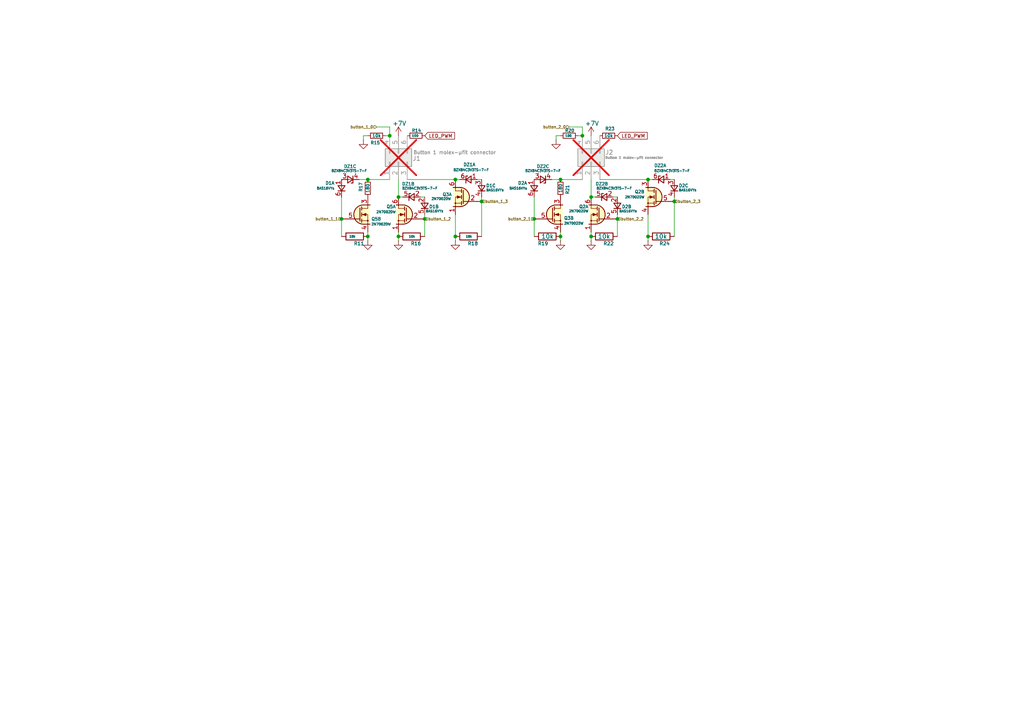
<source format=kicad_sch>
(kicad_sch
	(version 20231120)
	(generator "eeschema")
	(generator_version "8.0")
	(uuid "70930d97-240a-4c26-b891-2f99d00a05d6")
	(paper "A4")
	(lib_symbols
		(symbol "Connector_Generic:Conn_02x03_Top_Bottom"
			(pin_names
				(offset 1.016) hide)
			(exclude_from_sim no)
			(in_bom yes)
			(on_board yes)
			(property "Reference" "J"
				(at 1.27 5.08 0)
				(effects
					(font
						(size 1.27 1.27)
					)
				)
			)
			(property "Value" "Conn_02x03_Top_Bottom"
				(at 1.27 -5.08 0)
				(effects
					(font
						(size 1.27 1.27)
					)
				)
			)
			(property "Footprint" ""
				(at 0 0 0)
				(effects
					(font
						(size 1.27 1.27)
					)
					(hide yes)
				)
			)
			(property "Datasheet" "~"
				(at 0 0 0)
				(effects
					(font
						(size 1.27 1.27)
					)
					(hide yes)
				)
			)
			(property "Description" "Generic connector, double row, 02x03, top/bottom pin numbering scheme (row 1: 1...pins_per_row, row2: pins_per_row+1 ... num_pins), script generated (kicad-library-utils/schlib/autogen/connector/)"
				(at 0 0 0)
				(effects
					(font
						(size 1.27 1.27)
					)
					(hide yes)
				)
			)
			(property "ki_keywords" "connector"
				(at 0 0 0)
				(effects
					(font
						(size 1.27 1.27)
					)
					(hide yes)
				)
			)
			(property "ki_fp_filters" "Connector*:*_2x??_*"
				(at 0 0 0)
				(effects
					(font
						(size 1.27 1.27)
					)
					(hide yes)
				)
			)
			(symbol "Conn_02x03_Top_Bottom_1_1"
				(rectangle
					(start -1.27 -2.413)
					(end 0 -2.667)
					(stroke
						(width 0.1524)
						(type default)
					)
					(fill
						(type none)
					)
				)
				(rectangle
					(start -1.27 0.127)
					(end 0 -0.127)
					(stroke
						(width 0.1524)
						(type default)
					)
					(fill
						(type none)
					)
				)
				(rectangle
					(start -1.27 2.667)
					(end 0 2.413)
					(stroke
						(width 0.1524)
						(type default)
					)
					(fill
						(type none)
					)
				)
				(rectangle
					(start -1.27 3.81)
					(end 3.81 -3.81)
					(stroke
						(width 0.254)
						(type default)
					)
					(fill
						(type background)
					)
				)
				(rectangle
					(start 3.81 -2.413)
					(end 2.54 -2.667)
					(stroke
						(width 0.1524)
						(type default)
					)
					(fill
						(type none)
					)
				)
				(rectangle
					(start 3.81 0.127)
					(end 2.54 -0.127)
					(stroke
						(width 0.1524)
						(type default)
					)
					(fill
						(type none)
					)
				)
				(rectangle
					(start 3.81 2.667)
					(end 2.54 2.413)
					(stroke
						(width 0.1524)
						(type default)
					)
					(fill
						(type none)
					)
				)
				(pin passive line
					(at -5.08 2.54 0)
					(length 3.81)
					(name "Pin_1"
						(effects
							(font
								(size 1.27 1.27)
							)
						)
					)
					(number "1"
						(effects
							(font
								(size 1.27 1.27)
							)
						)
					)
				)
				(pin passive line
					(at -5.08 0 0)
					(length 3.81)
					(name "Pin_2"
						(effects
							(font
								(size 1.27 1.27)
							)
						)
					)
					(number "2"
						(effects
							(font
								(size 1.27 1.27)
							)
						)
					)
				)
				(pin passive line
					(at -5.08 -2.54 0)
					(length 3.81)
					(name "Pin_3"
						(effects
							(font
								(size 1.27 1.27)
							)
						)
					)
					(number "3"
						(effects
							(font
								(size 1.27 1.27)
							)
						)
					)
				)
				(pin passive line
					(at 7.62 2.54 180)
					(length 3.81)
					(name "Pin_4"
						(effects
							(font
								(size 1.27 1.27)
							)
						)
					)
					(number "4"
						(effects
							(font
								(size 1.27 1.27)
							)
						)
					)
				)
				(pin passive line
					(at 7.62 0 180)
					(length 3.81)
					(name "Pin_5"
						(effects
							(font
								(size 1.27 1.27)
							)
						)
					)
					(number "5"
						(effects
							(font
								(size 1.27 1.27)
							)
						)
					)
				)
				(pin passive line
					(at 7.62 -2.54 180)
					(length 3.81)
					(name "Pin_6"
						(effects
							(font
								(size 1.27 1.27)
							)
						)
					)
					(number "6"
						(effects
							(font
								(size 1.27 1.27)
							)
						)
					)
				)
			)
		)
		(symbol "Device:R"
			(pin_numbers hide)
			(pin_names
				(offset 0)
			)
			(exclude_from_sim no)
			(in_bom yes)
			(on_board yes)
			(property "Reference" "R"
				(at 2.032 0 90)
				(effects
					(font
						(size 1.27 1.27)
					)
				)
			)
			(property "Value" "R"
				(at 0 0 90)
				(effects
					(font
						(size 1.27 1.27)
					)
				)
			)
			(property "Footprint" ""
				(at -1.778 0 90)
				(effects
					(font
						(size 1.27 1.27)
					)
					(hide yes)
				)
			)
			(property "Datasheet" "~"
				(at 0 0 0)
				(effects
					(font
						(size 1.27 1.27)
					)
					(hide yes)
				)
			)
			(property "Description" "Resistor"
				(at 0 0 0)
				(effects
					(font
						(size 1.27 1.27)
					)
					(hide yes)
				)
			)
			(property "ki_keywords" "R res resistor"
				(at 0 0 0)
				(effects
					(font
						(size 1.27 1.27)
					)
					(hide yes)
				)
			)
			(property "ki_fp_filters" "R_*"
				(at 0 0 0)
				(effects
					(font
						(size 1.27 1.27)
					)
					(hide yes)
				)
			)
			(symbol "R_0_1"
				(rectangle
					(start -1.016 -2.54)
					(end 1.016 2.54)
					(stroke
						(width 0.254)
						(type default)
					)
					(fill
						(type none)
					)
				)
			)
			(symbol "R_1_1"
				(pin passive line
					(at 0 3.81 270)
					(length 1.27)
					(name "~"
						(effects
							(font
								(size 1.27 1.27)
							)
						)
					)
					(number "1"
						(effects
							(font
								(size 1.27 1.27)
							)
						)
					)
				)
				(pin passive line
					(at 0 -3.81 90)
					(length 1.27)
					(name "~"
						(effects
							(font
								(size 1.27 1.27)
							)
						)
					)
					(number "2"
						(effects
							(font
								(size 1.27 1.27)
							)
						)
					)
				)
			)
		)
		(symbol "Device:R_Small"
			(pin_numbers hide)
			(pin_names
				(offset 0.254) hide)
			(exclude_from_sim no)
			(in_bom yes)
			(on_board yes)
			(property "Reference" "R"
				(at 0.762 0.508 0)
				(effects
					(font
						(size 1.27 1.27)
					)
					(justify left)
				)
			)
			(property "Value" "R_Small"
				(at 0.762 -1.016 0)
				(effects
					(font
						(size 1.27 1.27)
					)
					(justify left)
				)
			)
			(property "Footprint" ""
				(at 0 0 0)
				(effects
					(font
						(size 1.27 1.27)
					)
					(hide yes)
				)
			)
			(property "Datasheet" "~"
				(at 0 0 0)
				(effects
					(font
						(size 1.27 1.27)
					)
					(hide yes)
				)
			)
			(property "Description" "Resistor, small symbol"
				(at 0 0 0)
				(effects
					(font
						(size 1.27 1.27)
					)
					(hide yes)
				)
			)
			(property "ki_keywords" "R resistor"
				(at 0 0 0)
				(effects
					(font
						(size 1.27 1.27)
					)
					(hide yes)
				)
			)
			(property "ki_fp_filters" "R_*"
				(at 0 0 0)
				(effects
					(font
						(size 1.27 1.27)
					)
					(hide yes)
				)
			)
			(symbol "R_Small_0_1"
				(rectangle
					(start -0.762 1.778)
					(end 0.762 -1.778)
					(stroke
						(width 0.2032)
						(type default)
					)
					(fill
						(type none)
					)
				)
			)
			(symbol "R_Small_1_1"
				(pin passive line
					(at 0 2.54 270)
					(length 0.762)
					(name "~"
						(effects
							(font
								(size 1.27 1.27)
							)
						)
					)
					(number "1"
						(effects
							(font
								(size 1.27 1.27)
							)
						)
					)
				)
				(pin passive line
					(at 0 -2.54 90)
					(length 0.762)
					(name "~"
						(effects
							(font
								(size 1.27 1.27)
							)
						)
					)
					(number "2"
						(effects
							(font
								(size 1.27 1.27)
							)
						)
					)
				)
			)
		)
		(symbol "PCM_Transistor_MOSFET_AKL:2N7002DW"
			(pin_names
				(offset 1.016) hide)
			(exclude_from_sim no)
			(in_bom yes)
			(on_board yes)
			(property "Reference" "Q"
				(at 3.81 1.27 0)
				(effects
					(font
						(size 1.27 1.27)
					)
					(justify left)
				)
			)
			(property "Value" "2N7002DW"
				(at 3.81 -1.27 0)
				(effects
					(font
						(size 1.27 1.27)
					)
					(justify left)
				)
			)
			(property "Footprint" "PCM_Package_TO_SOT_SMD_AKL:SOT-363_SC-70-6"
				(at 0 7.62 0)
				(effects
					(font
						(size 1.27 1.27)
					)
					(hide yes)
				)
			)
			(property "Datasheet" "https://www.tme.eu/Document/09843a37f7fde1b4a748e12ae0daa880/2N7002DWH6327XTSA1.pdf"
				(at 0 7.62 0)
				(effects
					(font
						(size 1.27 1.27)
					)
					(hide yes)
				)
			)
			(property "Description" "SOT-363 Dual NMOS enchancement mode transistor, 60V, 300mA, 500mW, Alternate KiCAD Library"
				(at 0 0 0)
				(effects
					(font
						(size 1.27 1.27)
					)
					(hide yes)
				)
			)
			(property "ki_locked" ""
				(at 0 0 0)
				(effects
					(font
						(size 1.27 1.27)
					)
				)
			)
			(property "ki_keywords" "enchancement mosfet nmosfet n-mosfet nmos n-mos emos emosfet dual 2N7002DW"
				(at 0 0 0)
				(effects
					(font
						(size 1.27 1.27)
					)
					(hide yes)
				)
			)
			(symbol "2N7002DW_1_1"
				(polyline
					(pts
						(xy -1.016 1.905) (xy -1.016 -1.905)
					)
					(stroke
						(width 0.254)
						(type default)
					)
					(fill
						(type none)
					)
				)
				(polyline
					(pts
						(xy -0.508 -1.778) (xy 1.27 -1.778)
					)
					(stroke
						(width 0)
						(type default)
					)
					(fill
						(type none)
					)
				)
				(polyline
					(pts
						(xy -0.508 -1.27) (xy -0.508 -2.286)
					)
					(stroke
						(width 0.254)
						(type default)
					)
					(fill
						(type none)
					)
				)
				(polyline
					(pts
						(xy -0.508 0.508) (xy -0.508 -0.508)
					)
					(stroke
						(width 0.254)
						(type default)
					)
					(fill
						(type none)
					)
				)
				(polyline
					(pts
						(xy -0.508 2.286) (xy -0.508 1.27)
					)
					(stroke
						(width 0.254)
						(type default)
					)
					(fill
						(type none)
					)
				)
				(polyline
					(pts
						(xy 0 -2.794) (xy 1.905 -2.794)
					)
					(stroke
						(width 0.254)
						(type default)
					)
					(fill
						(type none)
					)
				)
				(polyline
					(pts
						(xy 0 2.794) (xy 1.905 2.794)
					)
					(stroke
						(width 0.254)
						(type default)
					)
					(fill
						(type none)
					)
				)
				(polyline
					(pts
						(xy 1.27 1.778) (xy -0.508 1.778)
					)
					(stroke
						(width 0)
						(type default)
					)
					(fill
						(type none)
					)
				)
				(polyline
					(pts
						(xy 1.27 2.54) (xy 1.27 1.778)
					)
					(stroke
						(width 0)
						(type default)
					)
					(fill
						(type none)
					)
				)
				(polyline
					(pts
						(xy 1.27 -2.54) (xy 1.27 0) (xy -0.508 0)
					)
					(stroke
						(width 0)
						(type default)
					)
					(fill
						(type none)
					)
				)
				(polyline
					(pts
						(xy -0.254 0) (xy 0.762 0.381) (xy 0.762 -0.381) (xy -0.254 0)
					)
					(stroke
						(width 0)
						(type default)
					)
					(fill
						(type outline)
					)
				)
				(polyline
					(pts
						(xy 1.905 -2.794) (xy -0.254 -2.794) (xy -1.397 -2.413) (xy -2.286 -1.651) (xy -2.667 -0.762)
						(xy -2.794 0.127) (xy -2.54 1.143) (xy -2.032 1.905) (xy -1.397 2.413) (xy -0.508 2.794) (xy 1.905 2.794)
					)
					(stroke
						(width 0)
						(type default)
					)
					(fill
						(type background)
					)
				)
				(arc
					(start 0 2.794)
					(mid -2.7819 0)
					(end 0 -2.794)
					(stroke
						(width 0.254)
						(type default)
					)
					(fill
						(type none)
					)
				)
				(circle
					(center 1.27 -1.778)
					(radius 0.1778)
					(stroke
						(width 0)
						(type default)
					)
					(fill
						(type outline)
					)
				)
				(pin passive line
					(at 1.27 -5.08 90)
					(length 2.54)
					(name "S1"
						(effects
							(font
								(size 1.27 1.27)
							)
						)
					)
					(number "1"
						(effects
							(font
								(size 1.27 1.27)
							)
						)
					)
				)
				(pin input line
					(at -6.35 -1.27 0)
					(length 5.207)
					(name "G1"
						(effects
							(font
								(size 1.27 1.27)
							)
						)
					)
					(number "2"
						(effects
							(font
								(size 1.27 1.27)
							)
						)
					)
				)
				(pin passive line
					(at 1.27 5.08 270)
					(length 2.54)
					(name "D1"
						(effects
							(font
								(size 1.27 1.27)
							)
						)
					)
					(number "6"
						(effects
							(font
								(size 1.27 1.27)
							)
						)
					)
				)
			)
			(symbol "2N7002DW_2_1"
				(polyline
					(pts
						(xy -1.016 1.905) (xy -1.016 -1.905)
					)
					(stroke
						(width 0.254)
						(type default)
					)
					(fill
						(type none)
					)
				)
				(polyline
					(pts
						(xy -0.508 -1.778) (xy 1.27 -1.778)
					)
					(stroke
						(width 0)
						(type default)
					)
					(fill
						(type none)
					)
				)
				(polyline
					(pts
						(xy -0.508 -1.27) (xy -0.508 -2.286)
					)
					(stroke
						(width 0.254)
						(type default)
					)
					(fill
						(type none)
					)
				)
				(polyline
					(pts
						(xy -0.508 0.508) (xy -0.508 -0.508)
					)
					(stroke
						(width 0.254)
						(type default)
					)
					(fill
						(type none)
					)
				)
				(polyline
					(pts
						(xy -0.508 2.286) (xy -0.508 1.27)
					)
					(stroke
						(width 0.254)
						(type default)
					)
					(fill
						(type none)
					)
				)
				(polyline
					(pts
						(xy 0 -2.794) (xy 1.905 -2.794)
					)
					(stroke
						(width 0.254)
						(type default)
					)
					(fill
						(type none)
					)
				)
				(polyline
					(pts
						(xy 0 2.794) (xy 1.905 2.794)
					)
					(stroke
						(width 0.254)
						(type default)
					)
					(fill
						(type none)
					)
				)
				(polyline
					(pts
						(xy 1.27 1.778) (xy -0.508 1.778)
					)
					(stroke
						(width 0)
						(type default)
					)
					(fill
						(type none)
					)
				)
				(polyline
					(pts
						(xy 1.27 2.54) (xy 1.27 1.778)
					)
					(stroke
						(width 0)
						(type default)
					)
					(fill
						(type none)
					)
				)
				(polyline
					(pts
						(xy 1.27 -2.54) (xy 1.27 0) (xy -0.508 0)
					)
					(stroke
						(width 0)
						(type default)
					)
					(fill
						(type none)
					)
				)
				(polyline
					(pts
						(xy -0.254 0) (xy 0.762 0.381) (xy 0.762 -0.381) (xy -0.254 0)
					)
					(stroke
						(width 0)
						(type default)
					)
					(fill
						(type outline)
					)
				)
				(polyline
					(pts
						(xy 1.905 -2.794) (xy -0.254 -2.794) (xy -1.397 -2.413) (xy -2.286 -1.651) (xy -2.667 -0.762)
						(xy -2.794 0.127) (xy -2.54 1.143) (xy -2.032 1.905) (xy -1.397 2.413) (xy -0.508 2.794) (xy 1.905 2.794)
					)
					(stroke
						(width 0)
						(type default)
					)
					(fill
						(type background)
					)
				)
				(arc
					(start 0 2.794)
					(mid -2.7819 0)
					(end 0 -2.794)
					(stroke
						(width 0.254)
						(type default)
					)
					(fill
						(type none)
					)
				)
				(circle
					(center 1.27 -1.778)
					(radius 0.1778)
					(stroke
						(width 0)
						(type default)
					)
					(fill
						(type outline)
					)
				)
				(pin passive line
					(at 1.27 5.08 270)
					(length 2.54)
					(name "D2"
						(effects
							(font
								(size 1.27 1.27)
							)
						)
					)
					(number "3"
						(effects
							(font
								(size 1.27 1.27)
							)
						)
					)
				)
				(pin passive line
					(at 1.27 -5.08 90)
					(length 2.54)
					(name "S2"
						(effects
							(font
								(size 1.27 1.27)
							)
						)
					)
					(number "4"
						(effects
							(font
								(size 1.27 1.27)
							)
						)
					)
				)
				(pin input line
					(at -6.35 -1.27 0)
					(length 5.207)
					(name "G2"
						(effects
							(font
								(size 1.27 1.27)
							)
						)
					)
					(number "5"
						(effects
							(font
								(size 1.27 1.27)
							)
						)
					)
				)
			)
		)
		(symbol "power:+5V"
			(power)
			(pin_numbers hide)
			(pin_names
				(offset 0) hide)
			(exclude_from_sim no)
			(in_bom yes)
			(on_board yes)
			(property "Reference" "#PWR"
				(at 0 -3.81 0)
				(effects
					(font
						(size 1.27 1.27)
					)
					(hide yes)
				)
			)
			(property "Value" "+5V"
				(at 0 3.556 0)
				(effects
					(font
						(size 1.27 1.27)
					)
				)
			)
			(property "Footprint" ""
				(at 0 0 0)
				(effects
					(font
						(size 1.27 1.27)
					)
					(hide yes)
				)
			)
			(property "Datasheet" ""
				(at 0 0 0)
				(effects
					(font
						(size 1.27 1.27)
					)
					(hide yes)
				)
			)
			(property "Description" "Power symbol creates a global label with name \"+5V\""
				(at 0 0 0)
				(effects
					(font
						(size 1.27 1.27)
					)
					(hide yes)
				)
			)
			(property "ki_keywords" "global power"
				(at 0 0 0)
				(effects
					(font
						(size 1.27 1.27)
					)
					(hide yes)
				)
			)
			(symbol "+5V_0_1"
				(polyline
					(pts
						(xy -0.762 1.27) (xy 0 2.54)
					)
					(stroke
						(width 0)
						(type default)
					)
					(fill
						(type none)
					)
				)
				(polyline
					(pts
						(xy 0 0) (xy 0 2.54)
					)
					(stroke
						(width 0)
						(type default)
					)
					(fill
						(type none)
					)
				)
				(polyline
					(pts
						(xy 0 2.54) (xy 0.762 1.27)
					)
					(stroke
						(width 0)
						(type default)
					)
					(fill
						(type none)
					)
				)
			)
			(symbol "+5V_1_1"
				(pin power_in line
					(at 0 0 90)
					(length 0)
					(name "~"
						(effects
							(font
								(size 1.27 1.27)
							)
						)
					)
					(number "1"
						(effects
							(font
								(size 1.27 1.27)
							)
						)
					)
				)
			)
		)
		(symbol "power:GND"
			(power)
			(pin_numbers hide)
			(pin_names
				(offset 0) hide)
			(exclude_from_sim no)
			(in_bom yes)
			(on_board yes)
			(property "Reference" "#PWR"
				(at 0 -6.35 0)
				(effects
					(font
						(size 1.27 1.27)
					)
					(hide yes)
				)
			)
			(property "Value" "GND"
				(at 0 -3.81 0)
				(effects
					(font
						(size 1.27 1.27)
					)
				)
			)
			(property "Footprint" ""
				(at 0 0 0)
				(effects
					(font
						(size 1.27 1.27)
					)
					(hide yes)
				)
			)
			(property "Datasheet" ""
				(at 0 0 0)
				(effects
					(font
						(size 1.27 1.27)
					)
					(hide yes)
				)
			)
			(property "Description" "Power symbol creates a global label with name \"GND\" , ground"
				(at 0 0 0)
				(effects
					(font
						(size 1.27 1.27)
					)
					(hide yes)
				)
			)
			(property "ki_keywords" "global power"
				(at 0 0 0)
				(effects
					(font
						(size 1.27 1.27)
					)
					(hide yes)
				)
			)
			(symbol "GND_0_1"
				(polyline
					(pts
						(xy 0 0) (xy 0 -1.27) (xy 1.27 -1.27) (xy 0 -2.54) (xy -1.27 -1.27) (xy 0 -1.27)
					)
					(stroke
						(width 0)
						(type default)
					)
					(fill
						(type none)
					)
				)
			)
			(symbol "GND_1_1"
				(pin power_in line
					(at 0 0 270)
					(length 0)
					(name "~"
						(effects
							(font
								(size 1.27 1.27)
							)
						)
					)
					(number "1"
						(effects
							(font
								(size 1.27 1.27)
							)
						)
					)
				)
			)
		)
		(symbol "project_components:BAS16VYs_small"
			(pin_names
				(offset 1.016) hide)
			(exclude_from_sim no)
			(in_bom yes)
			(on_board yes)
			(property "Reference" "D"
				(at 0 6.35 0)
				(effects
					(font
						(size 1.27 1.27)
					)
				)
			)
			(property "Value" "BAS16VYs_small"
				(at 0 3.81 0)
				(effects
					(font
						(size 1.27 1.27)
					)
				)
			)
			(property "Footprint" "PCM_Package_TO_SOT_SMD_AKL:SOT-363_SC-70-6"
				(at 0 -4.064 0)
				(effects
					(font
						(size 1.27 1.27)
					)
					(hide yes)
				)
			)
			(property "Datasheet" "https://www.tme.eu/Document/9d7fa93d201f935fe6269245cb1a596e/BAS16_SER.pdf"
				(at 0 -4.064 0)
				(effects
					(font
						(size 1.27 1.27)
					)
					(hide yes)
				)
			)
			(property "Description" "SOT-363 Triple Diode, Small Signal, Fast Switching, 100V, 200mA, 4ns, Alternate KiCad Library"
				(at 0 -4.064 0)
				(effects
					(font
						(size 1.27 1.27)
					)
					(hide yes)
				)
			)
			(property "ki_keywords" "diode BAS16VY"
				(at 0 0 0)
				(effects
					(font
						(size 1.27 1.27)
					)
					(hide yes)
				)
			)
			(property "ki_fp_filters" "TO-???* *_Diode_* *SingleDiode* D_*"
				(at 0 0 0)
				(effects
					(font
						(size 1.27 1.27)
					)
					(hide yes)
				)
			)
			(symbol "BAS16VYs_small_0_1"
				(polyline
					(pts
						(xy -0.762 0) (xy 0.762 0)
					)
					(stroke
						(width 0)
						(type default)
					)
					(fill
						(type none)
					)
				)
				(polyline
					(pts
						(xy 0.762 -1.016) (xy 0.762 1.016)
					)
					(stroke
						(width 0.254)
						(type default)
					)
					(fill
						(type none)
					)
				)
				(polyline
					(pts
						(xy -0.762 -1.016) (xy 0.762 0) (xy -0.762 1.016) (xy -0.762 -1.016)
					)
					(stroke
						(width 0.254)
						(type default)
					)
					(fill
						(type none)
					)
				)
			)
			(symbol "BAS16VYs_small_0_2"
				(polyline
					(pts
						(xy -2.54 -2.54) (xy 2.54 2.54)
					)
					(stroke
						(width 0)
						(type default)
					)
					(fill
						(type none)
					)
				)
				(polyline
					(pts
						(xy 0 1.778) (xy 1.778 0)
					)
					(stroke
						(width 0.254)
						(type default)
					)
					(fill
						(type none)
					)
				)
				(polyline
					(pts
						(xy -0.889 -0.889) (xy -1.778 0) (xy 0.889 0.889) (xy 0 -1.778) (xy -0.889 -0.889)
					)
					(stroke
						(width 0.254)
						(type default)
					)
					(fill
						(type outline)
					)
				)
			)
			(symbol "BAS16VYs_small_1_1"
				(pin passive line
					(at -2.54 0 0)
					(length 1.778)
					(name "A3"
						(effects
							(font
								(size 1.27 1.27)
							)
						)
					)
					(number "1"
						(effects
							(font
								(size 1.27 1.27)
							)
						)
					)
				)
				(pin passive line
					(at 2.54 0 180)
					(length 1.778)
					(name "C3"
						(effects
							(font
								(size 1.27 1.27)
							)
						)
					)
					(number "6"
						(effects
							(font
								(size 1.27 1.27)
							)
						)
					)
				)
			)
			(symbol "BAS16VYs_small_1_2"
				(pin passive line
					(at -2.54 -2.54 0)
					(length 0)
					(name "A"
						(effects
							(font
								(size 1.27 1.27)
							)
						)
					)
					(number "1"
						(effects
							(font
								(size 1.27 1.27)
							)
						)
					)
				)
				(pin passive line
					(at 2.54 2.54 180)
					(length 0)
					(name "K"
						(effects
							(font
								(size 1.27 1.27)
							)
						)
					)
					(number "6"
						(effects
							(font
								(size 1.27 1.27)
							)
						)
					)
				)
			)
			(symbol "BAS16VYs_small_2_1"
				(pin passive line
					(at -2.54 0 0)
					(length 1.778)
					(name "A3"
						(effects
							(font
								(size 1.27 1.27)
							)
						)
					)
					(number "2"
						(effects
							(font
								(size 1.27 1.27)
							)
						)
					)
				)
				(pin passive line
					(at 2.54 0 180)
					(length 1.778)
					(name "C3"
						(effects
							(font
								(size 1.27 1.27)
							)
						)
					)
					(number "5"
						(effects
							(font
								(size 1.27 1.27)
							)
						)
					)
				)
			)
			(symbol "BAS16VYs_small_2_2"
				(pin passive line
					(at -2.54 -2.54 0)
					(length 0)
					(name "A2"
						(effects
							(font
								(size 1.27 1.27)
							)
						)
					)
					(number "2"
						(effects
							(font
								(size 1.27 1.27)
							)
						)
					)
				)
				(pin passive line
					(at 2.54 2.54 180)
					(length 0)
					(name "K2"
						(effects
							(font
								(size 1.27 1.27)
							)
						)
					)
					(number "5"
						(effects
							(font
								(size 1.27 1.27)
							)
						)
					)
				)
			)
			(symbol "BAS16VYs_small_3_1"
				(pin passive line
					(at -2.54 0 0)
					(length 1.778)
					(name "A3"
						(effects
							(font
								(size 1.27 1.27)
							)
						)
					)
					(number "3"
						(effects
							(font
								(size 1.27 1.27)
							)
						)
					)
				)
				(pin passive line
					(at 2.54 0 180)
					(length 1.778)
					(name "C3"
						(effects
							(font
								(size 1.27 1.27)
							)
						)
					)
					(number "4"
						(effects
							(font
								(size 1.27 1.27)
							)
						)
					)
				)
			)
			(symbol "BAS16VYs_small_3_2"
				(pin passive line
					(at -2.54 -2.54 0)
					(length 0)
					(name "A2"
						(effects
							(font
								(size 1.27 1.27)
							)
						)
					)
					(number "3"
						(effects
							(font
								(size 1.27 1.27)
							)
						)
					)
				)
				(pin passive line
					(at 2.54 2.54 180)
					(length 0)
					(name "K2"
						(effects
							(font
								(size 1.27 1.27)
							)
						)
					)
					(number "4"
						(effects
							(font
								(size 1.27 1.27)
							)
						)
					)
				)
			)
		)
		(symbol "project_components:BZX84C3V3TS-7-F_small"
			(pin_names
				(offset 1.016) hide)
			(exclude_from_sim no)
			(in_bom yes)
			(on_board yes)
			(property "Reference" "DZ"
				(at 0 6.35 0)
				(effects
					(font
						(size 1.27 1.27)
					)
				)
			)
			(property "Value" "BZX84C3V3TS-7-F"
				(at 0 3.81 0)
				(effects
					(font
						(size 1.27 1.27)
					)
				)
			)
			(property "Footprint" "Package_TO_SOT_SMD:SOT-363_SC-70-6"
				(at 0 6.35 0)
				(effects
					(font
						(size 1.27 1.27)
					)
					(hide yes)
				)
			)
			(property "Datasheet" "https://jlcpcb.com/api/file/downloadByFileSystemAccessId/8560094857085030400"
				(at 0 6.35 0)
				(effects
					(font
						(size 1.27 1.27)
					)
					(hide yes)
				)
			)
			(property "Description" "SOT-363 Triple Zener diode, independent, 3V, 200mW"
				(at 0.762 -3.556 0)
				(effects
					(font
						(size 1.27 1.27)
					)
					(hide yes)
				)
			)
			(property "ki_locked" ""
				(at 0 0 0)
				(effects
					(font
						(size 1.27 1.27)
					)
				)
			)
			(property "ki_keywords" "diode triple zener independent BZX84"
				(at 0 0 0)
				(effects
					(font
						(size 1.27 1.27)
					)
					(hide yes)
				)
			)
			(symbol "BZX84C3V3TS-7-F_small_0_1"
				(polyline
					(pts
						(xy -0.762 0) (xy 0.762 0)
					)
					(stroke
						(width 0)
						(type default)
					)
					(fill
						(type none)
					)
				)
				(polyline
					(pts
						(xy 0.254 -1.016) (xy 0.762 -1.016) (xy 0.762 1.016)
					)
					(stroke
						(width 0.254)
						(type default)
					)
					(fill
						(type none)
					)
				)
				(polyline
					(pts
						(xy -0.762 -1.016) (xy 0.762 0) (xy -0.762 1.016) (xy -0.762 -1.016)
					)
					(stroke
						(width 0.254)
						(type default)
					)
					(fill
						(type none)
					)
				)
			)
			(symbol "BZX84C3V3TS-7-F_small_0_2"
				(polyline
					(pts
						(xy -2.54 -2.54) (xy 2.54 2.54)
					)
					(stroke
						(width 0)
						(type default)
					)
					(fill
						(type none)
					)
				)
				(polyline
					(pts
						(xy 0 1.778) (xy -0.381 1.397)
					)
					(stroke
						(width 0.254)
						(type default)
					)
					(fill
						(type none)
					)
				)
				(polyline
					(pts
						(xy 0 1.778) (xy 1.778 0)
					)
					(stroke
						(width 0.254)
						(type default)
					)
					(fill
						(type none)
					)
				)
				(polyline
					(pts
						(xy -0.889 -0.889) (xy -1.778 0) (xy 0.889 0.889) (xy 0 -1.778) (xy -0.889 -0.889)
					)
					(stroke
						(width 0.254)
						(type default)
					)
					(fill
						(type outline)
					)
				)
			)
			(symbol "BZX84C3V3TS-7-F_small_1_1"
				(pin passive line
					(at -2.54 0 0)
					(length 1.778)
					(name "A1"
						(effects
							(font
								(size 1.27 1.27)
							)
						)
					)
					(number "1"
						(effects
							(font
								(size 1.27 1.27)
							)
						)
					)
				)
				(pin passive line
					(at 2.54 0 180)
					(length 1.778)
					(name "C1"
						(effects
							(font
								(size 1.27 1.27)
							)
						)
					)
					(number "6"
						(effects
							(font
								(size 1.27 1.27)
							)
						)
					)
				)
			)
			(symbol "BZX84C3V3TS-7-F_small_1_2"
				(pin passive line
					(at 0 0 0)
					(length 2.54) hide
					(name "A1"
						(effects
							(font
								(size 1.27 1.27)
							)
						)
					)
					(number "1"
						(effects
							(font
								(size 1.27 1.27)
							)
						)
					)
				)
				(pin passive line
					(at 2.54 2.54 180)
					(length 0)
					(name "C1"
						(effects
							(font
								(size 1.27 1.27)
							)
						)
					)
					(number "6"
						(effects
							(font
								(size 1.27 1.27)
							)
						)
					)
				)
			)
			(symbol "BZX84C3V3TS-7-F_small_2_1"
				(pin passive line
					(at -2.54 0 0)
					(length 1.778)
					(name "A2"
						(effects
							(font
								(size 1.27 1.27)
							)
						)
					)
					(number "2"
						(effects
							(font
								(size 1.27 1.27)
							)
						)
					)
				)
				(pin passive line
					(at 2.54 0 180)
					(length 1.778)
					(name "C2"
						(effects
							(font
								(size 1.27 1.27)
							)
						)
					)
					(number "5"
						(effects
							(font
								(size 1.27 1.27)
							)
						)
					)
				)
			)
			(symbol "BZX84C3V3TS-7-F_small_2_2"
				(pin passive line
					(at -2.54 -2.54 0)
					(length 0)
					(name "A2"
						(effects
							(font
								(size 1.27 1.27)
							)
						)
					)
					(number "2"
						(effects
							(font
								(size 1.27 1.27)
							)
						)
					)
				)
				(pin passive line
					(at -2.54 -2.54 180)
					(length 0)
					(name "C2"
						(effects
							(font
								(size 1.27 1.27)
							)
						)
					)
					(number "5"
						(effects
							(font
								(size 1.27 1.27)
							)
						)
					)
				)
			)
			(symbol "BZX84C3V3TS-7-F_small_3_1"
				(pin passive line
					(at -2.54 0 0)
					(length 1.778)
					(name "A3"
						(effects
							(font
								(size 1.27 1.27)
							)
						)
					)
					(number "3"
						(effects
							(font
								(size 1.27 1.27)
							)
						)
					)
				)
				(pin passive line
					(at 2.54 0 180)
					(length 1.778)
					(name "C3"
						(effects
							(font
								(size 1.27 1.27)
							)
						)
					)
					(number "4"
						(effects
							(font
								(size 1.27 1.27)
							)
						)
					)
				)
			)
			(symbol "BZX84C3V3TS-7-F_small_3_2"
				(pin passive line
					(at 2.54 2.54 0)
					(length 0)
					(name "A3"
						(effects
							(font
								(size 1.27 1.27)
							)
						)
					)
					(number "3"
						(effects
							(font
								(size 1.27 1.27)
							)
						)
					)
				)
				(pin passive line
					(at 0 0 180)
					(length 2.54) hide
					(name "C3"
						(effects
							(font
								(size 1.27 1.27)
							)
						)
					)
					(number "4"
						(effects
							(font
								(size 1.27 1.27)
							)
						)
					)
				)
			)
		)
	)
	(junction
		(at 99.06 63.5)
		(diameter 0)
		(color 0 0 0 0)
		(uuid "067aab26-05c5-4786-8698-558bab7d72db")
	)
	(junction
		(at 106.68 68.58)
		(diameter 0)
		(color 0 0 0 0)
		(uuid "152546c2-3cb9-41ed-8f20-fbd76f849b43")
	)
	(junction
		(at 187.96 52.07)
		(diameter 0)
		(color 0 0 0 0)
		(uuid "2555a2eb-b6b6-42d8-8104-ca96ff467745")
	)
	(junction
		(at 162.56 52.07)
		(diameter 0)
		(color 0 0 0 0)
		(uuid "2717ea5b-b077-4e22-b0f7-04449eee5080")
	)
	(junction
		(at 115.57 68.58)
		(diameter 0)
		(color 0 0 0 0)
		(uuid "3941c3c9-04aa-4195-8da2-e304a616909b")
	)
	(junction
		(at 195.58 58.42)
		(diameter 0)
		(color 0 0 0 0)
		(uuid "5e79cda2-cd3f-4cca-a5a9-78a8c0965e7b")
	)
	(junction
		(at 171.45 68.58)
		(diameter 0)
		(color 0 0 0 0)
		(uuid "631276a6-38c3-44f8-b696-927b4fbc84e3")
	)
	(junction
		(at 162.56 68.58)
		(diameter 0)
		(color 0 0 0 0)
		(uuid "65837307-9b9d-4bbc-94f8-1d5f3c269182")
	)
	(junction
		(at 132.08 68.58)
		(diameter 0)
		(color 0 0 0 0)
		(uuid "6ea0d988-a864-49f1-9d53-f4a241662371")
	)
	(junction
		(at 113.03 39.37)
		(diameter 0)
		(color 0 0 0 0)
		(uuid "70a4023a-acdb-4e99-a790-02b00c7dfd34")
	)
	(junction
		(at 168.91 39.37)
		(diameter 0)
		(color 0 0 0 0)
		(uuid "724b0d4d-ef2a-4e70-a082-7b4385c8d4d1")
	)
	(junction
		(at 106.68 52.07)
		(diameter 0)
		(color 0 0 0 0)
		(uuid "75ac5ead-3275-4e03-83c0-c5b1c46ed6d8")
	)
	(junction
		(at 132.08 52.07)
		(diameter 0)
		(color 0 0 0 0)
		(uuid "a8b7ec1b-ca9c-42d2-ad27-b5221c3038c7")
	)
	(junction
		(at 123.19 63.5)
		(diameter 0)
		(color 0 0 0 0)
		(uuid "b857b9a4-9aaa-4941-90cf-536881477c4e")
	)
	(junction
		(at 139.7 58.42)
		(diameter 0)
		(color 0 0 0 0)
		(uuid "d4302928-f5e6-487b-9435-c2fb2c76770f")
	)
	(junction
		(at 154.94 63.5)
		(diameter 0)
		(color 0 0 0 0)
		(uuid "e3cc29ec-5b79-4685-b652-d84a8c0e22d7")
	)
	(junction
		(at 179.07 63.5)
		(diameter 0)
		(color 0 0 0 0)
		(uuid "ecaf9626-d754-42c2-b614-99820f4b3b94")
	)
	(junction
		(at 187.96 68.58)
		(diameter 0)
		(color 0 0 0 0)
		(uuid "f22c6fd9-0a74-47c1-9dd6-e7e84d1227d2")
	)
	(junction
		(at 171.45 57.15)
		(diameter 0)
		(color 0 0 0 0)
		(uuid "f626130e-0f5e-4c3d-bdfb-33646ee4386a")
	)
	(junction
		(at 115.57 57.15)
		(diameter 0)
		(color 0 0 0 0)
		(uuid "fdf6d164-26e7-4a38-92bb-b339e7217998")
	)
	(wire
		(pts
			(xy 171.45 68.58) (xy 171.45 69.85)
		)
		(stroke
			(width 0)
			(type default)
		)
		(uuid "01ef6645-9955-4364-9098-23f2ba54d796")
	)
	(wire
		(pts
			(xy 111.76 39.37) (xy 113.03 39.37)
		)
		(stroke
			(width 0)
			(type default)
		)
		(uuid "0330f7da-5f97-4c8e-883e-f5594148a961")
	)
	(wire
		(pts
			(xy 167.64 39.37) (xy 168.91 39.37)
		)
		(stroke
			(width 0)
			(type default)
		)
		(uuid "056458e5-8b2b-49c8-b3a1-ead815e2655b")
	)
	(wire
		(pts
			(xy 115.57 57.15) (xy 116.84 57.15)
		)
		(stroke
			(width 0)
			(type default)
		)
		(uuid "08bca994-144f-4118-a54f-ee100655c4ea")
	)
	(wire
		(pts
			(xy 109.22 36.83) (xy 113.03 36.83)
		)
		(stroke
			(width 0)
			(type default)
		)
		(uuid "0d301e5e-dae1-431a-83b3-410c6e6c72ec")
	)
	(wire
		(pts
			(xy 187.96 62.23) (xy 187.96 68.58)
		)
		(stroke
			(width 0)
			(type default)
		)
		(uuid "1a6b4423-44a0-45f4-99e8-7e9c302308a5")
	)
	(wire
		(pts
			(xy 113.03 36.83) (xy 113.03 39.37)
		)
		(stroke
			(width 0)
			(type default)
		)
		(uuid "1bab3d28-fe44-4d75-a6ca-dd85fffa6111")
	)
	(wire
		(pts
			(xy 165.1 36.83) (xy 168.91 36.83)
		)
		(stroke
			(width 0)
			(type default)
		)
		(uuid "1d986e2f-90f0-43dd-bf22-5eb60a4c1bc5")
	)
	(wire
		(pts
			(xy 195.58 57.15) (xy 195.58 58.42)
		)
		(stroke
			(width 0)
			(type default)
		)
		(uuid "24fb0611-75a1-43ce-99fd-cb8294d14bdf")
	)
	(wire
		(pts
			(xy 106.68 52.07) (xy 113.03 52.07)
		)
		(stroke
			(width 0)
			(type default)
		)
		(uuid "26d372a8-03af-4295-aae0-ab8c7c89082f")
	)
	(wire
		(pts
			(xy 105.41 39.37) (xy 106.68 39.37)
		)
		(stroke
			(width 0)
			(type default)
		)
		(uuid "29a3b7fb-04da-4305-aec2-f1a2e2b69b3b")
	)
	(wire
		(pts
			(xy 139.7 57.15) (xy 139.7 58.42)
		)
		(stroke
			(width 0)
			(type default)
		)
		(uuid "3028b392-5c15-4f64-9ef8-4d7e2dd7602a")
	)
	(wire
		(pts
			(xy 138.43 52.07) (xy 139.7 52.07)
		)
		(stroke
			(width 0)
			(type default)
		)
		(uuid "30f92243-f16d-4a19-bfae-6121fb17df72")
	)
	(wire
		(pts
			(xy 106.68 67.31) (xy 106.68 68.58)
		)
		(stroke
			(width 0)
			(type default)
		)
		(uuid "3701b52e-462a-4217-8dd3-5b8080a9e447")
	)
	(wire
		(pts
			(xy 132.08 52.07) (xy 133.35 52.07)
		)
		(stroke
			(width 0)
			(type default)
		)
		(uuid "3713fa94-bb73-4eab-9285-96aca5435e4d")
	)
	(wire
		(pts
			(xy 171.45 67.31) (xy 171.45 68.58)
		)
		(stroke
			(width 0)
			(type default)
		)
		(uuid "3951aefa-b02e-43d6-a14c-a8487654ba70")
	)
	(wire
		(pts
			(xy 115.57 68.58) (xy 115.57 69.85)
		)
		(stroke
			(width 0)
			(type default)
		)
		(uuid "3ea8c343-9cc2-43c4-8998-1e5d4402b373")
	)
	(wire
		(pts
			(xy 187.96 52.07) (xy 189.23 52.07)
		)
		(stroke
			(width 0)
			(type default)
		)
		(uuid "4119b8b8-6c40-46a1-bc08-f3eb3bda364d")
	)
	(wire
		(pts
			(xy 160.02 52.07) (xy 162.56 52.07)
		)
		(stroke
			(width 0)
			(type default)
		)
		(uuid "48cfde2b-3f09-4a5a-9c46-c75f4cc26c9a")
	)
	(wire
		(pts
			(xy 123.19 63.5) (xy 123.19 68.58)
		)
		(stroke
			(width 0)
			(type default)
		)
		(uuid "5501811d-7519-42f6-8be3-eac93a386f55")
	)
	(wire
		(pts
			(xy 194.31 52.07) (xy 195.58 52.07)
		)
		(stroke
			(width 0)
			(type default)
		)
		(uuid "561e1986-0520-485f-83b7-3203745b6143")
	)
	(wire
		(pts
			(xy 161.29 39.37) (xy 161.29 40.64)
		)
		(stroke
			(width 0)
			(type default)
		)
		(uuid "5d2f41a1-271f-4e8b-9bcd-984303a6c5cd")
	)
	(wire
		(pts
			(xy 179.07 62.23) (xy 179.07 63.5)
		)
		(stroke
			(width 0)
			(type default)
		)
		(uuid "62319d71-8ba1-4298-bc53-3a5e0e97a9d0")
	)
	(wire
		(pts
			(xy 123.19 62.23) (xy 123.19 63.5)
		)
		(stroke
			(width 0)
			(type default)
		)
		(uuid "65d180c5-1c0c-44d4-ab8b-69917e72f031")
	)
	(wire
		(pts
			(xy 121.92 57.15) (xy 123.19 57.15)
		)
		(stroke
			(width 0)
			(type default)
		)
		(uuid "686f9246-a8d4-4bf7-a507-179f7c5f5532")
	)
	(wire
		(pts
			(xy 173.99 52.07) (xy 187.96 52.07)
		)
		(stroke
			(width 0)
			(type default)
		)
		(uuid "75c78fe9-7c28-45bd-9e07-5a48b3caf715")
	)
	(wire
		(pts
			(xy 99.06 63.5) (xy 99.06 68.58)
		)
		(stroke
			(width 0)
			(type default)
		)
		(uuid "7a96a1cd-b9f5-4da9-80cc-11c6c0eba92e")
	)
	(wire
		(pts
			(xy 187.96 68.58) (xy 187.96 69.85)
		)
		(stroke
			(width 0)
			(type default)
		)
		(uuid "7bc8d1ac-be7f-4112-b37b-7a36f6ac2ce9")
	)
	(wire
		(pts
			(xy 115.57 67.31) (xy 115.57 68.58)
		)
		(stroke
			(width 0)
			(type default)
		)
		(uuid "8690c918-f230-44b8-a9ff-fef30408b662")
	)
	(wire
		(pts
			(xy 195.58 58.42) (xy 195.58 68.58)
		)
		(stroke
			(width 0)
			(type default)
		)
		(uuid "8b0df744-03cf-440f-9a4f-2ea03d84a879")
	)
	(wire
		(pts
			(xy 177.8 57.15) (xy 179.07 57.15)
		)
		(stroke
			(width 0)
			(type default)
		)
		(uuid "8b2cd500-8577-440c-a83e-32d9304a2ec1")
	)
	(wire
		(pts
			(xy 118.11 52.07) (xy 132.08 52.07)
		)
		(stroke
			(width 0)
			(type default)
		)
		(uuid "a39f0e7c-00ea-4c19-9955-ef6c5e6075ae")
	)
	(wire
		(pts
			(xy 115.57 52.07) (xy 115.57 57.15)
		)
		(stroke
			(width 0)
			(type default)
		)
		(uuid "a823719a-54df-4e97-860b-e933eaaf2960")
	)
	(wire
		(pts
			(xy 168.91 36.83) (xy 168.91 39.37)
		)
		(stroke
			(width 0)
			(type default)
		)
		(uuid "a89c1634-ed7e-43b7-8857-728225d4d2f4")
	)
	(wire
		(pts
			(xy 105.41 39.37) (xy 105.41 40.64)
		)
		(stroke
			(width 0)
			(type default)
		)
		(uuid "a997a5db-bc71-49f2-8d1f-459993bfea47")
	)
	(wire
		(pts
			(xy 171.45 52.07) (xy 171.45 57.15)
		)
		(stroke
			(width 0)
			(type default)
		)
		(uuid "b338176a-9718-47fd-bcc7-bd214e5ae66e")
	)
	(wire
		(pts
			(xy 154.94 63.5) (xy 154.94 68.58)
		)
		(stroke
			(width 0)
			(type default)
		)
		(uuid "b6b77572-bc1c-448f-9740-ddf37bb8347d")
	)
	(wire
		(pts
			(xy 154.94 57.15) (xy 154.94 63.5)
		)
		(stroke
			(width 0)
			(type default)
		)
		(uuid "c14f71d3-973b-4b19-94c1-0262e46fc667")
	)
	(wire
		(pts
			(xy 139.7 58.42) (xy 139.7 68.58)
		)
		(stroke
			(width 0)
			(type default)
		)
		(uuid "c1deae6e-ce97-497d-a44a-b3a9e629b986")
	)
	(wire
		(pts
			(xy 132.08 68.58) (xy 132.08 69.85)
		)
		(stroke
			(width 0)
			(type default)
		)
		(uuid "cbb018fa-700e-4828-8272-e4afdd97fd27")
	)
	(wire
		(pts
			(xy 162.56 68.58) (xy 162.56 69.85)
		)
		(stroke
			(width 0)
			(type default)
		)
		(uuid "cca89ff6-6985-4172-8274-b24a8fef9662")
	)
	(wire
		(pts
			(xy 161.29 39.37) (xy 162.56 39.37)
		)
		(stroke
			(width 0)
			(type default)
		)
		(uuid "d00deb91-cd7e-47e2-b939-b9d4bc4758f3")
	)
	(wire
		(pts
			(xy 104.14 52.07) (xy 106.68 52.07)
		)
		(stroke
			(width 0)
			(type default)
		)
		(uuid "d673c524-6d6a-4888-8000-ea6d3ac3b949")
	)
	(wire
		(pts
			(xy 132.08 62.23) (xy 132.08 68.58)
		)
		(stroke
			(width 0)
			(type default)
		)
		(uuid "daf6922c-61c0-45de-9950-07d6909ca9d4")
	)
	(wire
		(pts
			(xy 162.56 67.31) (xy 162.56 68.58)
		)
		(stroke
			(width 0)
			(type default)
		)
		(uuid "de050343-acca-483a-8796-47736bc14b38")
	)
	(wire
		(pts
			(xy 106.68 68.58) (xy 106.68 69.85)
		)
		(stroke
			(width 0)
			(type default)
		)
		(uuid "e8665e90-8c2b-4464-ad42-b8f7b5bfb0a1")
	)
	(wire
		(pts
			(xy 99.06 57.15) (xy 99.06 63.5)
		)
		(stroke
			(width 0)
			(type default)
		)
		(uuid "ebe3d879-d029-42ff-8b71-15dd39e8c945")
	)
	(wire
		(pts
			(xy 162.56 52.07) (xy 168.91 52.07)
		)
		(stroke
			(width 0)
			(type default)
		)
		(uuid "ed50b7ea-bd77-4cd0-af0c-3388d1162e8a")
	)
	(wire
		(pts
			(xy 179.07 63.5) (xy 179.07 68.58)
		)
		(stroke
			(width 0)
			(type default)
		)
		(uuid "edc00cce-d293-4c40-a46b-2e6f409afa25")
	)
	(wire
		(pts
			(xy 171.45 57.15) (xy 172.72 57.15)
		)
		(stroke
			(width 0)
			(type default)
		)
		(uuid "fd7c0530-91f3-4be8-9174-db4bf6b0a23c")
	)
	(global_label "LED_PWM"
		(shape input)
		(at 179.07 39.37 0)
		(fields_autoplaced yes)
		(effects
			(font
				(size 1 1)
			)
			(justify left)
		)
		(uuid "03f0f2ce-a64c-4dfc-aa3c-a7229f1dc090")
		(property "Intersheetrefs" "${INTERSHEET_REFS}"
			(at 188.1823 39.37 0)
			(effects
				(font
					(size 1.27 1.27)
				)
				(justify left)
				(hide yes)
			)
		)
	)
	(global_label "LED_PWM"
		(shape input)
		(at 123.19 39.37 0)
		(fields_autoplaced yes)
		(effects
			(font
				(size 1 1)
			)
			(justify left)
		)
		(uuid "f4fe46a1-ab86-49a8-9a33-a5cb59b2d99d")
		(property "Intersheetrefs" "${INTERSHEET_REFS}"
			(at 132.3023 39.37 0)
			(effects
				(font
					(size 1.27 1.27)
				)
				(justify left)
				(hide yes)
			)
		)
	)
	(hierarchical_label "button_1_1"
		(shape input)
		(at 99.06 63.5 180)
		(effects
			(font
				(size 0.8 0.8)
			)
			(justify right)
		)
		(uuid "43d54695-c174-40a7-beab-6205dee36268")
	)
	(hierarchical_label "button_2_1"
		(shape input)
		(at 154.94 63.5 180)
		(effects
			(font
				(size 0.8 0.8)
			)
			(justify right)
		)
		(uuid "54ce4406-3f1b-44a3-a407-f8db6c7ab5ce")
	)
	(hierarchical_label "button_1_2"
		(shape input)
		(at 123.19 63.5 0)
		(effects
			(font
				(size 0.8 0.8)
			)
			(justify left)
		)
		(uuid "5fc643d0-750c-43c2-b637-a8d3fc36bb4e")
	)
	(hierarchical_label "button_2_0"
		(shape input)
		(at 165.1 36.83 180)
		(effects
			(font
				(size 0.8 0.8)
			)
			(justify right)
		)
		(uuid "6cf8542c-45c7-4612-9fb4-2223ec0fe749")
	)
	(hierarchical_label "button_2_2"
		(shape input)
		(at 179.07 63.5 0)
		(effects
			(font
				(size 0.8 0.8)
			)
			(justify left)
		)
		(uuid "9ec7ff86-8df9-416b-988b-10148a40d422")
	)
	(hierarchical_label "button_1_3"
		(shape input)
		(at 139.7 58.42 0)
		(effects
			(font
				(size 0.8 0.8)
			)
			(justify left)
		)
		(uuid "ac830926-bc9d-4239-8606-bd35901b1337")
	)
	(hierarchical_label "button_1_0"
		(shape input)
		(at 109.22 36.83 180)
		(effects
			(font
				(size 0.8 0.8)
			)
			(justify right)
		)
		(uuid "b16f853a-7780-41b7-89f2-7983080b1c9a")
	)
	(hierarchical_label "button_2_3"
		(shape input)
		(at 195.58 58.42 0)
		(effects
			(font
				(size 0.8 0.8)
			)
			(justify left)
		)
		(uuid "e75a5f58-e60c-46a7-a59f-700ba210f217")
	)
	(symbol
		(lib_id "PCM_Transistor_MOSFET_AKL:2N7002DW")
		(at 133.35 57.15 0)
		(mirror y)
		(unit 1)
		(exclude_from_sim no)
		(in_bom yes)
		(on_board yes)
		(dnp no)
		(uuid "0737a027-37bf-4165-89c8-060a3fad3c34")
		(property "Reference" "Q3"
			(at 131.064 56.388 0)
			(effects
				(font
					(size 0.9 0.9)
				)
				(justify left)
			)
		)
		(property "Value" "2N7002DW"
			(at 130.81 57.658 0)
			(effects
				(font
					(size 0.7 0.7)
				)
				(justify left)
			)
		)
		(property "Footprint" "PCM_Package_TO_SOT_SMD_AKL:SOT-363_SC-70-6"
			(at 133.35 49.53 0)
			(effects
				(font
					(size 1.27 1.27)
				)
				(hide yes)
			)
		)
		(property "Datasheet" "https://wmsc.lcsc.com/wmsc/upload/file/pdf/v2/lcsc/2201191030_Jiangsu-Changjing-Electronics-Technology-Co---Ltd--2N7002DW_C2961242.pdf"
			(at 133.35 49.53 0)
			(effects
				(font
					(size 1.27 1.27)
				)
				(hide yes)
			)
		)
		(property "Description" "SOT-363 Dual NMOS enchancement mode transistor, 60V, 300mA, 500mW, Alternate KiCAD Library"
			(at 133.35 57.15 0)
			(effects
				(font
					(size 1.27 1.27)
				)
				(hide yes)
			)
		)
		(property "JLCPCB" "C2961242"
			(at 133.35 57.15 0)
			(effects
				(font
					(size 1.27 1.27)
				)
				(hide yes)
			)
		)
		(property "Sim.Device" ""
			(at 133.35 57.15 0)
			(effects
				(font
					(size 1.27 1.27)
				)
				(hide yes)
			)
		)
		(property "Sim.Pins" ""
			(at 133.35 57.15 0)
			(effects
				(font
					(size 1.27 1.27)
				)
				(hide yes)
			)
		)
		(pin "6"
			(uuid "a7938cb5-7f72-43f8-af0d-705a606f87e6")
		)
		(pin "3"
			(uuid "1d1c70f2-3d22-4f8c-9793-e60949617255")
		)
		(pin "2"
			(uuid "7dd96149-c829-4c57-814a-c3c485db20f2")
		)
		(pin "4"
			(uuid "6fb43458-fea3-4dc2-872a-8075892a2f3c")
		)
		(pin "1"
			(uuid "4a01f133-f1e9-4c4a-a524-1fb70a2cd4d8")
		)
		(pin "5"
			(uuid "0f7c3fd2-626d-4cb5-a5ab-a57c608f8e51")
		)
		(instances
			(project "steering_pcb"
				(path "/27c2abcd-4c9d-416a-9e0c-4ab4decfd0fd/89867ab8-fbc1-4328-a55d-9bf949526d0a/761c0d34-85a1-476b-a632-330515685d5d"
					(reference "Q3")
					(unit 1)
				)
				(path "/27c2abcd-4c9d-416a-9e0c-4ab4decfd0fd/89867ab8-fbc1-4328-a55d-9bf949526d0a/8589d293-d39b-4b87-b335-4cd9203cd94a"
					(reference "Q20")
					(unit 1)
				)
				(path "/27c2abcd-4c9d-416a-9e0c-4ab4decfd0fd/89867ab8-fbc1-4328-a55d-9bf949526d0a/9889e68e-dc8a-4f70-a49c-f98f20e9487c"
					(reference "Q11")
					(unit 1)
				)
				(path "/27c2abcd-4c9d-416a-9e0c-4ab4decfd0fd/89867ab8-fbc1-4328-a55d-9bf949526d0a/bee358a5-a95e-4d20-884a-ee54c10fc224"
					(reference "Q14")
					(unit 1)
				)
				(path "/27c2abcd-4c9d-416a-9e0c-4ab4decfd0fd/89867ab8-fbc1-4328-a55d-9bf949526d0a/ca990aa8-59cb-45e1-acae-dac9bb843dbe"
					(reference "Q8")
					(unit 1)
				)
				(path "/27c2abcd-4c9d-416a-9e0c-4ab4decfd0fd/89867ab8-fbc1-4328-a55d-9bf949526d0a/e062f9e5-912a-4635-8617-4706ebc2684d"
					(reference "Q17")
					(unit 1)
				)
			)
		)
	)
	(symbol
		(lib_id "project_components:BAS16VYs_small")
		(at 195.58 54.61 270)
		(unit 3)
		(exclude_from_sim no)
		(in_bom yes)
		(on_board yes)
		(dnp no)
		(uuid "0d38cdea-7d38-40a1-86af-0600bad6983b")
		(property "Reference" "D2"
			(at 196.85 53.848 90)
			(effects
				(font
					(size 0.9 0.9)
				)
				(justify left)
			)
		)
		(property "Value" "BAS16VYs"
			(at 196.85 55.118 90)
			(effects
				(font
					(size 0.7 0.7)
				)
				(justify left)
			)
		)
		(property "Footprint" "PCM_Package_TO_SOT_SMD_AKL:SOT-363_SC-70-6"
			(at 191.516 54.61 0)
			(effects
				(font
					(size 1.27 1.27)
				)
				(hide yes)
			)
		)
		(property "Datasheet" "https://www.lcsc.com/datasheet/lcsc_datasheet_2407241026_Nexperia-BAS16VY-115_C135826.pdf"
			(at 191.516 54.61 0)
			(effects
				(font
					(size 1.27 1.27)
				)
				(hide yes)
			)
		)
		(property "Description" "SOT-363 Triple Diode, Small Signal, Fast Switching, 100V, 200mA, 4ns, Alternate KiCad Library"
			(at 191.516 54.61 0)
			(effects
				(font
					(size 1.27 1.27)
				)
				(hide yes)
			)
		)
		(property "JLCPCB" "C135826"
			(at 195.58 54.61 0)
			(effects
				(font
					(size 1.27 1.27)
				)
				(hide yes)
			)
		)
		(property "Sim.Device" ""
			(at 195.58 54.61 0)
			(effects
				(font
					(size 1.27 1.27)
				)
				(hide yes)
			)
		)
		(property "Sim.Pins" ""
			(at 195.58 54.61 0)
			(effects
				(font
					(size 1.27 1.27)
				)
				(hide yes)
			)
		)
		(pin "5"
			(uuid "3a798621-ba4d-4ae7-988b-763104658b9a")
		)
		(pin "3"
			(uuid "4b11ee23-e793-45ab-8555-b15a8171a18f")
		)
		(pin "4"
			(uuid "f31b7d36-2e7d-4bfe-ac5d-2712502021ea")
		)
		(pin "6"
			(uuid "cb4f6346-9965-4a1e-8fbe-f893316a7cae")
		)
		(pin "1"
			(uuid "e06769df-0e01-47bf-90d6-30a6c827245e")
		)
		(pin "2"
			(uuid "e1243542-4972-46bd-b7b9-0b9a9885a160")
		)
		(instances
			(project "steering_pcb"
				(path "/27c2abcd-4c9d-416a-9e0c-4ab4decfd0fd/89867ab8-fbc1-4328-a55d-9bf949526d0a/761c0d34-85a1-476b-a632-330515685d5d"
					(reference "D2")
					(unit 3)
				)
				(path "/27c2abcd-4c9d-416a-9e0c-4ab4decfd0fd/89867ab8-fbc1-4328-a55d-9bf949526d0a/8589d293-d39b-4b87-b335-4cd9203cd94a"
					(reference "D12")
					(unit 3)
				)
				(path "/27c2abcd-4c9d-416a-9e0c-4ab4decfd0fd/89867ab8-fbc1-4328-a55d-9bf949526d0a/9889e68e-dc8a-4f70-a49c-f98f20e9487c"
					(reference "D6")
					(unit 3)
				)
				(path "/27c2abcd-4c9d-416a-9e0c-4ab4decfd0fd/89867ab8-fbc1-4328-a55d-9bf949526d0a/bee358a5-a95e-4d20-884a-ee54c10fc224"
					(reference "D8")
					(unit 3)
				)
				(path "/27c2abcd-4c9d-416a-9e0c-4ab4decfd0fd/89867ab8-fbc1-4328-a55d-9bf949526d0a/ca990aa8-59cb-45e1-acae-dac9bb843dbe"
					(reference "D4")
					(unit 3)
				)
				(path "/27c2abcd-4c9d-416a-9e0c-4ab4decfd0fd/89867ab8-fbc1-4328-a55d-9bf949526d0a/e062f9e5-912a-4635-8617-4706ebc2684d"
					(reference "D10")
					(unit 3)
				)
			)
		)
	)
	(symbol
		(lib_id "power:GND")
		(at 187.96 69.85 0)
		(unit 1)
		(exclude_from_sim no)
		(in_bom yes)
		(on_board yes)
		(dnp no)
		(uuid "13ace59a-9bb1-42bd-a039-d6d669195395")
		(property "Reference" "#PWR037"
			(at 187.96 76.2 0)
			(effects
				(font
					(size 1.27 1.27)
				)
				(hide yes)
			)
		)
		(property "Value" "GND"
			(at 188.214 70.866 0)
			(effects
				(font
					(size 1.27 1.27)
				)
				(hide yes)
			)
		)
		(property "Footprint" ""
			(at 187.96 69.85 0)
			(effects
				(font
					(size 1.27 1.27)
				)
				(hide yes)
			)
		)
		(property "Datasheet" ""
			(at 187.96 69.85 0)
			(effects
				(font
					(size 1.27 1.27)
				)
				(hide yes)
			)
		)
		(property "Description" "Power symbol creates a global label with name \"GND\" , ground"
			(at 187.96 69.85 0)
			(effects
				(font
					(size 1.27 1.27)
				)
				(hide yes)
			)
		)
		(pin "1"
			(uuid "13a802f5-b00e-474c-94bc-53e76203d314")
		)
		(instances
			(project "steering_pcb"
				(path "/27c2abcd-4c9d-416a-9e0c-4ab4decfd0fd/89867ab8-fbc1-4328-a55d-9bf949526d0a/761c0d34-85a1-476b-a632-330515685d5d"
					(reference "#PWR037")
					(unit 1)
				)
				(path "/27c2abcd-4c9d-416a-9e0c-4ab4decfd0fd/89867ab8-fbc1-4328-a55d-9bf949526d0a/8589d293-d39b-4b87-b335-4cd9203cd94a"
					(reference "#PWR0101")
					(unit 1)
				)
				(path "/27c2abcd-4c9d-416a-9e0c-4ab4decfd0fd/89867ab8-fbc1-4328-a55d-9bf949526d0a/9889e68e-dc8a-4f70-a49c-f98f20e9487c"
					(reference "#PWR070")
					(unit 1)
				)
				(path "/27c2abcd-4c9d-416a-9e0c-4ab4decfd0fd/89867ab8-fbc1-4328-a55d-9bf949526d0a/bee358a5-a95e-4d20-884a-ee54c10fc224"
					(reference "#PWR081")
					(unit 1)
				)
				(path "/27c2abcd-4c9d-416a-9e0c-4ab4decfd0fd/89867ab8-fbc1-4328-a55d-9bf949526d0a/ca990aa8-59cb-45e1-acae-dac9bb843dbe"
					(reference "#PWR048")
					(unit 1)
				)
				(path "/27c2abcd-4c9d-416a-9e0c-4ab4decfd0fd/89867ab8-fbc1-4328-a55d-9bf949526d0a/e062f9e5-912a-4635-8617-4706ebc2684d"
					(reference "#PWR091")
					(unit 1)
				)
			)
		)
	)
	(symbol
		(lib_id "project_components:BAS16VYs_small")
		(at 139.7 54.61 270)
		(unit 3)
		(exclude_from_sim no)
		(in_bom yes)
		(on_board yes)
		(dnp no)
		(uuid "1b224c13-98e5-4c07-8cbf-c20ec9804560")
		(property "Reference" "D1"
			(at 140.97 53.848 90)
			(effects
				(font
					(size 0.9 0.9)
				)
				(justify left)
			)
		)
		(property "Value" "BAS16VYs"
			(at 140.97 55.118 90)
			(effects
				(font
					(size 0.7 0.7)
				)
				(justify left)
			)
		)
		(property "Footprint" "PCM_Package_TO_SOT_SMD_AKL:SOT-363_SC-70-6"
			(at 135.636 54.61 0)
			(effects
				(font
					(size 1.27 1.27)
				)
				(hide yes)
			)
		)
		(property "Datasheet" "https://www.lcsc.com/datasheet/lcsc_datasheet_2407241026_Nexperia-BAS16VY-115_C135826.pdf"
			(at 135.636 54.61 0)
			(effects
				(font
					(size 1.27 1.27)
				)
				(hide yes)
			)
		)
		(property "Description" "SOT-363 Triple Diode, Small Signal, Fast Switching, 100V, 200mA, 4ns, Alternate KiCad Library"
			(at 135.636 54.61 0)
			(effects
				(font
					(size 1.27 1.27)
				)
				(hide yes)
			)
		)
		(property "JLCPCB" "C135826"
			(at 139.7 54.61 0)
			(effects
				(font
					(size 1.27 1.27)
				)
				(hide yes)
			)
		)
		(property "Sim.Device" ""
			(at 139.7 54.61 0)
			(effects
				(font
					(size 1.27 1.27)
				)
				(hide yes)
			)
		)
		(property "Sim.Pins" ""
			(at 139.7 54.61 0)
			(effects
				(font
					(size 1.27 1.27)
				)
				(hide yes)
			)
		)
		(pin "5"
			(uuid "3a798621-ba4d-4ae7-988b-763104658b8b")
		)
		(pin "3"
			(uuid "3a521a3e-5017-4b11-b4ee-c88ce3d71b1a")
		)
		(pin "4"
			(uuid "e521da31-f127-4390-8762-643d6a7a9d2d")
		)
		(pin "6"
			(uuid "d1cce57a-fc12-4ec1-b21c-4c358b22753f")
		)
		(pin "1"
			(uuid "b35ac7d2-083a-4450-8e92-27bf4a046629")
		)
		(pin "2"
			(uuid "e1243542-4972-46bd-b7b9-0b9a9885a151")
		)
		(instances
			(project "steering_pcb"
				(path "/27c2abcd-4c9d-416a-9e0c-4ab4decfd0fd/89867ab8-fbc1-4328-a55d-9bf949526d0a/761c0d34-85a1-476b-a632-330515685d5d"
					(reference "D1")
					(unit 3)
				)
				(path "/27c2abcd-4c9d-416a-9e0c-4ab4decfd0fd/89867ab8-fbc1-4328-a55d-9bf949526d0a/8589d293-d39b-4b87-b335-4cd9203cd94a"
					(reference "D11")
					(unit 3)
				)
				(path "/27c2abcd-4c9d-416a-9e0c-4ab4decfd0fd/89867ab8-fbc1-4328-a55d-9bf949526d0a/9889e68e-dc8a-4f70-a49c-f98f20e9487c"
					(reference "D5")
					(unit 3)
				)
				(path "/27c2abcd-4c9d-416a-9e0c-4ab4decfd0fd/89867ab8-fbc1-4328-a55d-9bf949526d0a/bee358a5-a95e-4d20-884a-ee54c10fc224"
					(reference "D7")
					(unit 3)
				)
				(path "/27c2abcd-4c9d-416a-9e0c-4ab4decfd0fd/89867ab8-fbc1-4328-a55d-9bf949526d0a/ca990aa8-59cb-45e1-acae-dac9bb843dbe"
					(reference "D3")
					(unit 3)
				)
				(path "/27c2abcd-4c9d-416a-9e0c-4ab4decfd0fd/89867ab8-fbc1-4328-a55d-9bf949526d0a/e062f9e5-912a-4635-8617-4706ebc2684d"
					(reference "D9")
					(unit 3)
				)
			)
		)
	)
	(symbol
		(lib_id "Device:R_Small")
		(at 106.68 54.61 180)
		(unit 1)
		(exclude_from_sim no)
		(in_bom yes)
		(on_board yes)
		(dnp no)
		(uuid "1b824da3-6e49-4365-8e37-99df164e491d")
		(property "Reference" "R17"
			(at 104.648 55.626 90)
			(effects
				(font
					(size 0.9 0.9)
				)
				(justify right)
			)
		)
		(property "Value" "180"
			(at 106.68 54.61 90)
			(effects
				(font
					(size 0.9 0.9)
				)
			)
		)
		(property "Footprint" "Resistor_SMD:R_0402_1005Metric_Pad0.72x0.64mm_HandSolder"
			(at 106.68 54.61 0)
			(effects
				(font
					(size 1.27 1.27)
				)
				(hide yes)
			)
		)
		(property "Datasheet" "https://www.lcsc.com/datasheet/lcsc_datasheet_2206010000_UNI-ROYAL-Uniroyal-Elec-0402WGF1800TCE_C38941.pdf"
			(at 106.68 54.61 0)
			(effects
				(font
					(size 1.27 1.27)
				)
				(hide yes)
			)
		)
		(property "Description" "Resistor, small symbol"
			(at 106.68 54.61 0)
			(effects
				(font
					(size 1.27 1.27)
				)
				(hide yes)
			)
		)
		(property "JLCPCB" "C38941"
			(at 106.68 54.61 0)
			(effects
				(font
					(size 1.27 1.27)
				)
				(hide yes)
			)
		)
		(property "Sim.Device" ""
			(at 106.68 54.61 0)
			(effects
				(font
					(size 1.27 1.27)
				)
				(hide yes)
			)
		)
		(property "Sim.Pins" ""
			(at 106.68 54.61 0)
			(effects
				(font
					(size 1.27 1.27)
				)
				(hide yes)
			)
		)
		(pin "1"
			(uuid "c7837244-4656-42b0-a4ea-1daa35efa460")
		)
		(pin "2"
			(uuid "9ff26301-f7a9-4804-9c4f-a7ac2431045e")
		)
		(instances
			(project "steering_pcb"
				(path "/27c2abcd-4c9d-416a-9e0c-4ab4decfd0fd/89867ab8-fbc1-4328-a55d-9bf949526d0a/761c0d34-85a1-476b-a632-330515685d5d"
					(reference "R17")
					(unit 1)
				)
				(path "/27c2abcd-4c9d-416a-9e0c-4ab4decfd0fd/89867ab8-fbc1-4328-a55d-9bf949526d0a/8589d293-d39b-4b87-b335-4cd9203cd94a"
					(reference "R75")
					(unit 1)
				)
				(path "/27c2abcd-4c9d-416a-9e0c-4ab4decfd0fd/89867ab8-fbc1-4328-a55d-9bf949526d0a/9889e68e-dc8a-4f70-a49c-f98f20e9487c"
					(reference "R39")
					(unit 1)
				)
				(path "/27c2abcd-4c9d-416a-9e0c-4ab4decfd0fd/89867ab8-fbc1-4328-a55d-9bf949526d0a/bee358a5-a95e-4d20-884a-ee54c10fc224"
					(reference "R51")
					(unit 1)
				)
				(path "/27c2abcd-4c9d-416a-9e0c-4ab4decfd0fd/89867ab8-fbc1-4328-a55d-9bf949526d0a/ca990aa8-59cb-45e1-acae-dac9bb843dbe"
					(reference "R27")
					(unit 1)
				)
				(path "/27c2abcd-4c9d-416a-9e0c-4ab4decfd0fd/89867ab8-fbc1-4328-a55d-9bf949526d0a/e062f9e5-912a-4635-8617-4706ebc2684d"
					(reference "R63")
					(unit 1)
				)
			)
		)
	)
	(symbol
		(lib_id "PCM_Transistor_MOSFET_AKL:2N7002DW")
		(at 161.29 62.23 0)
		(unit 2)
		(exclude_from_sim no)
		(in_bom yes)
		(on_board yes)
		(dnp no)
		(uuid "3771ee99-8860-431a-a319-28cd6e8ff9fb")
		(property "Reference" "Q3"
			(at 163.576 63.246 0)
			(effects
				(font
					(size 0.9 0.9)
				)
				(justify left)
			)
		)
		(property "Value" "2N7002DW"
			(at 163.576 64.77 0)
			(effects
				(font
					(size 0.7 0.7)
				)
				(justify left)
			)
		)
		(property "Footprint" "PCM_Package_TO_SOT_SMD_AKL:SOT-363_SC-70-6"
			(at 161.29 54.61 0)
			(effects
				(font
					(size 1.27 1.27)
				)
				(hide yes)
			)
		)
		(property "Datasheet" "https://wmsc.lcsc.com/wmsc/upload/file/pdf/v2/lcsc/2201191030_Jiangsu-Changjing-Electronics-Technology-Co---Ltd--2N7002DW_C2961242.pdf"
			(at 161.29 54.61 0)
			(effects
				(font
					(size 1.27 1.27)
				)
				(hide yes)
			)
		)
		(property "Description" "SOT-363 Dual NMOS enchancement mode transistor, 60V, 300mA, 500mW, Alternate KiCAD Library"
			(at 161.29 62.23 0)
			(effects
				(font
					(size 1.27 1.27)
				)
				(hide yes)
			)
		)
		(property "JLCPCB" "C2961242"
			(at 161.29 62.23 0)
			(effects
				(font
					(size 1.27 1.27)
				)
				(hide yes)
			)
		)
		(property "Sim.Device" ""
			(at 161.29 62.23 0)
			(effects
				(font
					(size 1.27 1.27)
				)
				(hide yes)
			)
		)
		(property "Sim.Pins" ""
			(at 161.29 62.23 0)
			(effects
				(font
					(size 1.27 1.27)
				)
				(hide yes)
			)
		)
		(pin "6"
			(uuid "3915daf6-43ae-4250-b22f-4d12976405b5")
		)
		(pin "3"
			(uuid "83744084-3bbb-485a-946b-39c467e06254")
		)
		(pin "2"
			(uuid "320dcb55-0fa3-4dd5-a1b2-0b186b1b7f14")
		)
		(pin "4"
			(uuid "cfbc9855-c59b-4813-885e-e38e7cd3c0da")
		)
		(pin "1"
			(uuid "6db5e244-266a-4be8-bdd4-6a7b1cd351e1")
		)
		(pin "5"
			(uuid "4745e06b-3352-4e2b-b4ce-3d37a2720f50")
		)
		(instances
			(project "steering_pcb"
				(path "/27c2abcd-4c9d-416a-9e0c-4ab4decfd0fd/89867ab8-fbc1-4328-a55d-9bf949526d0a/761c0d34-85a1-476b-a632-330515685d5d"
					(reference "Q3")
					(unit 2)
				)
				(path "/27c2abcd-4c9d-416a-9e0c-4ab4decfd0fd/89867ab8-fbc1-4328-a55d-9bf949526d0a/8589d293-d39b-4b87-b335-4cd9203cd94a"
					(reference "Q20")
					(unit 2)
				)
				(path "/27c2abcd-4c9d-416a-9e0c-4ab4decfd0fd/89867ab8-fbc1-4328-a55d-9bf949526d0a/9889e68e-dc8a-4f70-a49c-f98f20e9487c"
					(reference "Q11")
					(unit 2)
				)
				(path "/27c2abcd-4c9d-416a-9e0c-4ab4decfd0fd/89867ab8-fbc1-4328-a55d-9bf949526d0a/bee358a5-a95e-4d20-884a-ee54c10fc224"
					(reference "Q14")
					(unit 2)
				)
				(path "/27c2abcd-4c9d-416a-9e0c-4ab4decfd0fd/89867ab8-fbc1-4328-a55d-9bf949526d0a/ca990aa8-59cb-45e1-acae-dac9bb843dbe"
					(reference "Q8")
					(unit 2)
				)
				(path "/27c2abcd-4c9d-416a-9e0c-4ab4decfd0fd/89867ab8-fbc1-4328-a55d-9bf949526d0a/e062f9e5-912a-4635-8617-4706ebc2684d"
					(reference "Q17")
					(unit 2)
				)
			)
		)
	)
	(symbol
		(lib_id "Connector_Generic:Conn_02x03_Top_Bottom")
		(at 171.45 46.99 90)
		(unit 1)
		(exclude_from_sim no)
		(in_bom yes)
		(on_board yes)
		(dnp yes)
		(uuid "3c73eb7f-fd17-45f7-b7e6-d164410aa7a2")
		(property "Reference" "J2"
			(at 175.514 44.196 90)
			(effects
				(font
					(size 1.27 1.27)
				)
				(justify right)
			)
		)
		(property "Value" "Button 1 molex-µfit connector"
			(at 175.514 45.72 90)
			(effects
				(font
					(size 0.7 0.7)
				)
				(justify right)
			)
		)
		(property "Footprint" "Connector_Molex:Molex_Micro-Fit_3.0_43045-0612_2x03_P3.00mm_Vertical"
			(at 171.45 46.99 0)
			(effects
				(font
					(size 1.27 1.27)
				)
				(hide yes)
			)
		)
		(property "Datasheet" "https://docs.rs-online.com/579a/0900766b81680210.pdf"
			(at 171.45 46.99 0)
			(effects
				(font
					(size 1.27 1.27)
				)
				(hide yes)
			)
		)
		(property "Description" "Generic connector, double row, 02x03, top/bottom pin numbering scheme (row 1: 1...pins_per_row, row2: pins_per_row+1 ... num_pins), script generated (kicad-library-utils/schlib/autogen/connector/)"
			(at 171.45 46.99 0)
			(effects
				(font
					(size 1.27 1.27)
				)
				(hide yes)
			)
		)
		(property "JLCPCB" ""
			(at 171.45 46.99 0)
			(effects
				(font
					(size 1.27 1.27)
				)
				(hide yes)
			)
		)
		(property "Sim.Device" ""
			(at 171.45 46.99 0)
			(effects
				(font
					(size 1.27 1.27)
				)
				(hide yes)
			)
		)
		(property "Sim.Pins" ""
			(at 171.45 46.99 0)
			(effects
				(font
					(size 1.27 1.27)
				)
				(hide yes)
			)
		)
		(pin "4"
			(uuid "aa555eda-9475-40f3-9877-632d9bcf41e0")
		)
		(pin "6"
			(uuid "4ba41e07-3620-4aff-9d6a-d24165db8e8d")
		)
		(pin "3"
			(uuid "810ca001-5cfe-44d0-901d-5969af20f617")
		)
		(pin "5"
			(uuid "3ab840d0-39b4-4545-9b12-d3d6edcff590")
		)
		(pin "1"
			(uuid "9d8c6d63-4bf0-4f88-9d25-349f710938f4")
		)
		(pin "2"
			(uuid "5dc6f0ad-35c0-455b-aae9-8a92d829f260")
		)
		(instances
			(project "steering_pcb"
				(path "/27c2abcd-4c9d-416a-9e0c-4ab4decfd0fd/89867ab8-fbc1-4328-a55d-9bf949526d0a/761c0d34-85a1-476b-a632-330515685d5d"
					(reference "J2")
					(unit 1)
				)
				(path "/27c2abcd-4c9d-416a-9e0c-4ab4decfd0fd/89867ab8-fbc1-4328-a55d-9bf949526d0a/8589d293-d39b-4b87-b335-4cd9203cd94a"
					(reference "J12")
					(unit 1)
				)
				(path "/27c2abcd-4c9d-416a-9e0c-4ab4decfd0fd/89867ab8-fbc1-4328-a55d-9bf949526d0a/9889e68e-dc8a-4f70-a49c-f98f20e9487c"
					(reference "J6")
					(unit 1)
				)
				(path "/27c2abcd-4c9d-416a-9e0c-4ab4decfd0fd/89867ab8-fbc1-4328-a55d-9bf949526d0a/bee358a5-a95e-4d20-884a-ee54c10fc224"
					(reference "J8")
					(unit 1)
				)
				(path "/27c2abcd-4c9d-416a-9e0c-4ab4decfd0fd/89867ab8-fbc1-4328-a55d-9bf949526d0a/ca990aa8-59cb-45e1-acae-dac9bb843dbe"
					(reference "J4")
					(unit 1)
				)
				(path "/27c2abcd-4c9d-416a-9e0c-4ab4decfd0fd/89867ab8-fbc1-4328-a55d-9bf949526d0a/e062f9e5-912a-4635-8617-4706ebc2684d"
					(reference "J10")
					(unit 1)
				)
			)
		)
	)
	(symbol
		(lib_id "project_components:BZX84C3V3TS-7-F_small")
		(at 101.6 52.07 0)
		(unit 3)
		(exclude_from_sim no)
		(in_bom yes)
		(on_board yes)
		(dnp no)
		(uuid "3dbf6149-48b6-4d76-abfb-a0b8ff34a36c")
		(property "Reference" "DZ1"
			(at 103.378 48.26 0)
			(effects
				(font
					(size 0.9 0.9)
				)
				(justify right)
			)
		)
		(property "Value" "BZX84C3V3TS-7-F"
			(at 106.426 49.53 0)
			(effects
				(font
					(size 0.7 0.7)
				)
				(justify right)
			)
		)
		(property "Footprint" "Package_TO_SOT_SMD:SOT-363_SC-70-6"
			(at 101.6 45.72 0)
			(effects
				(font
					(size 1.27 1.27)
				)
				(hide yes)
			)
		)
		(property "Datasheet" "https://jlcpcb.com/api/file/downloadByFileSystemAccessId/8560094857085030400"
			(at 101.6 45.72 0)
			(effects
				(font
					(size 1.27 1.27)
				)
				(hide yes)
			)
		)
		(property "Description" "SOT-363 Triple Zener diode, independent, 3V, 200mW"
			(at 102.362 55.626 0)
			(effects
				(font
					(size 1.27 1.27)
				)
				(hide yes)
			)
		)
		(property "JLCPCB" "C5124989"
			(at 101.6 52.07 0)
			(effects
				(font
					(size 1.27 1.27)
				)
				(hide yes)
			)
		)
		(property "Sim.Device" ""
			(at 101.6 52.07 0)
			(effects
				(font
					(size 1.27 1.27)
				)
				(hide yes)
			)
		)
		(property "Sim.Pins" ""
			(at 101.6 52.07 0)
			(effects
				(font
					(size 1.27 1.27)
				)
				(hide yes)
			)
		)
		(pin "6"
			(uuid "e9d51cd6-f98e-4269-8b36-40f1b4c4a94c")
		)
		(pin "4"
			(uuid "a3db8a87-22e3-4211-a402-82c4fb95e4d4")
		)
		(pin "2"
			(uuid "6ae383da-a10b-4e28-8f18-722a92b88597")
		)
		(pin "3"
			(uuid "33696fd0-baa0-4146-88cf-8baa1ea7d700")
		)
		(pin "5"
			(uuid "c75a383e-38cd-437a-93c4-5a20998bb5c1")
		)
		(pin "1"
			(uuid "6ac17d2a-fae8-4e2e-86f6-d34dc6292eb4")
		)
		(instances
			(project "steering_pcb"
				(path "/27c2abcd-4c9d-416a-9e0c-4ab4decfd0fd/89867ab8-fbc1-4328-a55d-9bf949526d0a/761c0d34-85a1-476b-a632-330515685d5d"
					(reference "DZ1")
					(unit 3)
				)
				(path "/27c2abcd-4c9d-416a-9e0c-4ab4decfd0fd/89867ab8-fbc1-4328-a55d-9bf949526d0a/8589d293-d39b-4b87-b335-4cd9203cd94a"
					(reference "DZ11")
					(unit 3)
				)
				(path "/27c2abcd-4c9d-416a-9e0c-4ab4decfd0fd/89867ab8-fbc1-4328-a55d-9bf949526d0a/9889e68e-dc8a-4f70-a49c-f98f20e9487c"
					(reference "DZ5")
					(unit 3)
				)
				(path "/27c2abcd-4c9d-416a-9e0c-4ab4decfd0fd/89867ab8-fbc1-4328-a55d-9bf949526d0a/bee358a5-a95e-4d20-884a-ee54c10fc224"
					(reference "DZ7")
					(unit 3)
				)
				(path "/27c2abcd-4c9d-416a-9e0c-4ab4decfd0fd/89867ab8-fbc1-4328-a55d-9bf949526d0a/ca990aa8-59cb-45e1-acae-dac9bb843dbe"
					(reference "DZ3")
					(unit 3)
				)
				(path "/27c2abcd-4c9d-416a-9e0c-4ab4decfd0fd/89867ab8-fbc1-4328-a55d-9bf949526d0a/e062f9e5-912a-4635-8617-4706ebc2684d"
					(reference "DZ9")
					(unit 3)
				)
			)
		)
	)
	(symbol
		(lib_id "Device:R_Small")
		(at 109.22 39.37 270)
		(unit 1)
		(exclude_from_sim no)
		(in_bom yes)
		(on_board yes)
		(dnp no)
		(uuid "50e19122-d1f6-4b8e-8125-7ce6d8cccc53")
		(property "Reference" "R15"
			(at 110.236 41.402 90)
			(effects
				(font
					(size 0.9 0.9)
				)
				(justify right)
			)
		)
		(property "Value" "10k"
			(at 109.22 39.37 90)
			(effects
				(font
					(size 0.9 0.9)
				)
			)
		)
		(property "Footprint" "Resistor_SMD:R_0402_1005Metric_Pad0.72x0.64mm_HandSolder"
			(at 109.22 39.37 0)
			(effects
				(font
					(size 1.27 1.27)
				)
				(hide yes)
			)
		)
		(property "Datasheet" "https://www.lcsc.com/datasheet/lcsc_datasheet_2205311845_UNI-ROYAL-Uniroyal-Elec-0402WGJ0103TCE_C25531.pdf"
			(at 109.22 39.37 0)
			(effects
				(font
					(size 1.27 1.27)
				)
				(hide yes)
			)
		)
		(property "Description" "Resistor, small symbol"
			(at 109.22 39.37 0)
			(effects
				(font
					(size 1.27 1.27)
				)
				(hide yes)
			)
		)
		(property "JLCPCB" "C25531"
			(at 109.22 39.37 0)
			(effects
				(font
					(size 1.27 1.27)
				)
				(hide yes)
			)
		)
		(property "Sim.Device" ""
			(at 109.22 39.37 0)
			(effects
				(font
					(size 1.27 1.27)
				)
				(hide yes)
			)
		)
		(property "Sim.Pins" ""
			(at 109.22 39.37 0)
			(effects
				(font
					(size 1.27 1.27)
				)
				(hide yes)
			)
		)
		(pin "1"
			(uuid "db70f706-2d5c-4f95-88be-903652ea0d88")
		)
		(pin "2"
			(uuid "de9b2164-d28c-4caa-829e-e11dc9d1d7ff")
		)
		(instances
			(project "steering_pcb"
				(path "/27c2abcd-4c9d-416a-9e0c-4ab4decfd0fd/89867ab8-fbc1-4328-a55d-9bf949526d0a/761c0d34-85a1-476b-a632-330515685d5d"
					(reference "R15")
					(unit 1)
				)
				(path "/27c2abcd-4c9d-416a-9e0c-4ab4decfd0fd/89867ab8-fbc1-4328-a55d-9bf949526d0a/8589d293-d39b-4b87-b335-4cd9203cd94a"
					(reference "R76")
					(unit 1)
				)
				(path "/27c2abcd-4c9d-416a-9e0c-4ab4decfd0fd/89867ab8-fbc1-4328-a55d-9bf949526d0a/9889e68e-dc8a-4f70-a49c-f98f20e9487c"
					(reference "R40")
					(unit 1)
				)
				(path "/27c2abcd-4c9d-416a-9e0c-4ab4decfd0fd/89867ab8-fbc1-4328-a55d-9bf949526d0a/bee358a5-a95e-4d20-884a-ee54c10fc224"
					(reference "R52")
					(unit 1)
				)
				(path "/27c2abcd-4c9d-416a-9e0c-4ab4decfd0fd/89867ab8-fbc1-4328-a55d-9bf949526d0a/ca990aa8-59cb-45e1-acae-dac9bb843dbe"
					(reference "R28")
					(unit 1)
				)
				(path "/27c2abcd-4c9d-416a-9e0c-4ab4decfd0fd/89867ab8-fbc1-4328-a55d-9bf949526d0a/e062f9e5-912a-4635-8617-4706ebc2684d"
					(reference "R64")
					(unit 1)
				)
			)
		)
	)
	(symbol
		(lib_id "Device:R")
		(at 135.89 68.58 90)
		(unit 1)
		(exclude_from_sim no)
		(in_bom yes)
		(on_board yes)
		(dnp no)
		(uuid "5dfcaa89-0e7d-4b1d-91df-c0be71972361")
		(property "Reference" "R18"
			(at 138.684 70.612 90)
			(effects
				(font
					(size 1 1)
				)
				(justify left)
			)
		)
		(property "Value" "10k"
			(at 136.906 68.58 90)
			(effects
				(font
					(size 0.635 0.635)
				)
				(justify left)
			)
		)
		(property "Footprint" "Resistor_SMD:R_0402_1005Metric_Pad0.72x0.64mm_HandSolder"
			(at 135.89 70.358 90)
			(effects
				(font
					(size 1.27 1.27)
				)
				(hide yes)
			)
		)
		(property "Datasheet" "https://www.lcsc.com/datasheet/lcsc_datasheet_2205311845_UNI-ROYAL-Uniroyal-Elec-0402WGJ0103TCE_C25531.pdf"
			(at 135.89 68.58 0)
			(effects
				(font
					(size 1.27 1.27)
				)
				(hide yes)
			)
		)
		(property "Description" "RC-02W470JT"
			(at 135.89 68.58 0)
			(effects
				(font
					(size 1.27 1.27)
				)
				(hide yes)
			)
		)
		(property "JLCPCB" "C25531"
			(at 135.89 68.58 0)
			(effects
				(font
					(size 1.27 1.27)
				)
				(hide yes)
			)
		)
		(property "Sim.Device" ""
			(at 135.89 68.58 0)
			(effects
				(font
					(size 1.27 1.27)
				)
				(hide yes)
			)
		)
		(property "Sim.Pins" ""
			(at 135.89 68.58 0)
			(effects
				(font
					(size 1.27 1.27)
				)
				(hide yes)
			)
		)
		(pin "1"
			(uuid "3655c9ac-c03d-4345-959e-b7cb274f09c2")
		)
		(pin "2"
			(uuid "b4079add-a212-44b1-bf7b-7e5082ebb358")
		)
		(instances
			(project "steering_pcb"
				(path "/27c2abcd-4c9d-416a-9e0c-4ab4decfd0fd/89867ab8-fbc1-4328-a55d-9bf949526d0a/761c0d34-85a1-476b-a632-330515685d5d"
					(reference "R18")
					(unit 1)
				)
				(path "/27c2abcd-4c9d-416a-9e0c-4ab4decfd0fd/89867ab8-fbc1-4328-a55d-9bf949526d0a/8589d293-d39b-4b87-b335-4cd9203cd94a"
					(reference "R79")
					(unit 1)
				)
				(path "/27c2abcd-4c9d-416a-9e0c-4ab4decfd0fd/89867ab8-fbc1-4328-a55d-9bf949526d0a/9889e68e-dc8a-4f70-a49c-f98f20e9487c"
					(reference "R43")
					(unit 1)
				)
				(path "/27c2abcd-4c9d-416a-9e0c-4ab4decfd0fd/89867ab8-fbc1-4328-a55d-9bf949526d0a/bee358a5-a95e-4d20-884a-ee54c10fc224"
					(reference "R55")
					(unit 1)
				)
				(path "/27c2abcd-4c9d-416a-9e0c-4ab4decfd0fd/89867ab8-fbc1-4328-a55d-9bf949526d0a/ca990aa8-59cb-45e1-acae-dac9bb843dbe"
					(reference "R31")
					(unit 1)
				)
				(path "/27c2abcd-4c9d-416a-9e0c-4ab4decfd0fd/89867ab8-fbc1-4328-a55d-9bf949526d0a/e062f9e5-912a-4635-8617-4706ebc2684d"
					(reference "R67")
					(unit 1)
				)
			)
		)
	)
	(symbol
		(lib_id "PCM_Transistor_MOSFET_AKL:2N7002DW")
		(at 116.84 62.23 0)
		(mirror y)
		(unit 1)
		(exclude_from_sim no)
		(in_bom yes)
		(on_board yes)
		(dnp no)
		(uuid "6766ed67-8b6f-47c1-b9cf-ada02498b4a1")
		(property "Reference" "Q5"
			(at 114.808 59.944 0)
			(effects
				(font
					(size 0.9 0.9)
				)
				(justify left)
			)
		)
		(property "Value" "2N7002DW"
			(at 114.808 61.468 0)
			(effects
				(font
					(size 0.7 0.7)
				)
				(justify left)
			)
		)
		(property "Footprint" "PCM_Package_TO_SOT_SMD_AKL:SOT-363_SC-70-6"
			(at 116.84 54.61 0)
			(effects
				(font
					(size 1.27 1.27)
				)
				(hide yes)
			)
		)
		(property "Datasheet" "https://wmsc.lcsc.com/wmsc/upload/file/pdf/v2/lcsc/2201191030_Jiangsu-Changjing-Electronics-Technology-Co---Ltd--2N7002DW_C2961242.pdf"
			(at 116.84 54.61 0)
			(effects
				(font
					(size 1.27 1.27)
				)
				(hide yes)
			)
		)
		(property "Description" "SOT-363 Dual NMOS enchancement mode transistor, 60V, 300mA, 500mW, Alternate KiCAD Library"
			(at 116.84 62.23 0)
			(effects
				(font
					(size 1.27 1.27)
				)
				(hide yes)
			)
		)
		(property "JLCPCB" "C2961242"
			(at 116.84 62.23 0)
			(effects
				(font
					(size 1.27 1.27)
				)
				(hide yes)
			)
		)
		(property "Sim.Device" ""
			(at 116.84 62.23 0)
			(effects
				(font
					(size 1.27 1.27)
				)
				(hide yes)
			)
		)
		(property "Sim.Pins" ""
			(at 116.84 62.23 0)
			(effects
				(font
					(size 1.27 1.27)
				)
				(hide yes)
			)
		)
		(pin "6"
			(uuid "d0d19358-5985-4f83-95cf-fcb85c27c271")
		)
		(pin "3"
			(uuid "1d1c70f2-3d22-4f8c-9793-e60949617250")
		)
		(pin "2"
			(uuid "3751ccef-c2c6-4a42-9c79-d035f6d008fd")
		)
		(pin "4"
			(uuid "6fb43458-fea3-4dc2-872a-8075892a2f37")
		)
		(pin "1"
			(uuid "be6f6998-4613-4544-8328-c87c17fdf137")
		)
		(pin "5"
			(uuid "0f7c3fd2-626d-4cb5-a5ab-a57c608f8e4c")
		)
		(instances
			(project "steering_pcb"
				(path "/27c2abcd-4c9d-416a-9e0c-4ab4decfd0fd/89867ab8-fbc1-4328-a55d-9bf949526d0a/761c0d34-85a1-476b-a632-330515685d5d"
					(reference "Q5")
					(unit 1)
				)
				(path "/27c2abcd-4c9d-416a-9e0c-4ab4decfd0fd/89867ab8-fbc1-4328-a55d-9bf949526d0a/8589d293-d39b-4b87-b335-4cd9203cd94a"
					(reference "Q19")
					(unit 1)
				)
				(path "/27c2abcd-4c9d-416a-9e0c-4ab4decfd0fd/89867ab8-fbc1-4328-a55d-9bf949526d0a/9889e68e-dc8a-4f70-a49c-f98f20e9487c"
					(reference "Q10")
					(unit 1)
				)
				(path "/27c2abcd-4c9d-416a-9e0c-4ab4decfd0fd/89867ab8-fbc1-4328-a55d-9bf949526d0a/bee358a5-a95e-4d20-884a-ee54c10fc224"
					(reference "Q13")
					(unit 1)
				)
				(path "/27c2abcd-4c9d-416a-9e0c-4ab4decfd0fd/89867ab8-fbc1-4328-a55d-9bf949526d0a/ca990aa8-59cb-45e1-acae-dac9bb843dbe"
					(reference "Q7")
					(unit 1)
				)
				(path "/27c2abcd-4c9d-416a-9e0c-4ab4decfd0fd/89867ab8-fbc1-4328-a55d-9bf949526d0a/e062f9e5-912a-4635-8617-4706ebc2684d"
					(reference "Q16")
					(unit 1)
				)
			)
		)
	)
	(symbol
		(lib_id "power:GND")
		(at 171.45 69.85 0)
		(unit 1)
		(exclude_from_sim no)
		(in_bom yes)
		(on_board yes)
		(dnp no)
		(uuid "6897729f-0a05-4b67-af37-b87aee73f56f")
		(property "Reference" "#PWR036"
			(at 171.45 76.2 0)
			(effects
				(font
					(size 1.27 1.27)
				)
				(hide yes)
			)
		)
		(property "Value" "GND"
			(at 171.704 70.866 0)
			(effects
				(font
					(size 1.27 1.27)
				)
				(hide yes)
			)
		)
		(property "Footprint" ""
			(at 171.45 69.85 0)
			(effects
				(font
					(size 1.27 1.27)
				)
				(hide yes)
			)
		)
		(property "Datasheet" ""
			(at 171.45 69.85 0)
			(effects
				(font
					(size 1.27 1.27)
				)
				(hide yes)
			)
		)
		(property "Description" "Power symbol creates a global label with name \"GND\" , ground"
			(at 171.45 69.85 0)
			(effects
				(font
					(size 1.27 1.27)
				)
				(hide yes)
			)
		)
		(pin "1"
			(uuid "fd9f1e31-2cb2-4d74-9500-76e2ad73d5a0")
		)
		(instances
			(project "steering_pcb"
				(path "/27c2abcd-4c9d-416a-9e0c-4ab4decfd0fd/89867ab8-fbc1-4328-a55d-9bf949526d0a/761c0d34-85a1-476b-a632-330515685d5d"
					(reference "#PWR036")
					(unit 1)
				)
				(path "/27c2abcd-4c9d-416a-9e0c-4ab4decfd0fd/89867ab8-fbc1-4328-a55d-9bf949526d0a/8589d293-d39b-4b87-b335-4cd9203cd94a"
					(reference "#PWR0100")
					(unit 1)
				)
				(path "/27c2abcd-4c9d-416a-9e0c-4ab4decfd0fd/89867ab8-fbc1-4328-a55d-9bf949526d0a/9889e68e-dc8a-4f70-a49c-f98f20e9487c"
					(reference "#PWR069")
					(unit 1)
				)
				(path "/27c2abcd-4c9d-416a-9e0c-4ab4decfd0fd/89867ab8-fbc1-4328-a55d-9bf949526d0a/bee358a5-a95e-4d20-884a-ee54c10fc224"
					(reference "#PWR080")
					(unit 1)
				)
				(path "/27c2abcd-4c9d-416a-9e0c-4ab4decfd0fd/89867ab8-fbc1-4328-a55d-9bf949526d0a/ca990aa8-59cb-45e1-acae-dac9bb843dbe"
					(reference "#PWR047")
					(unit 1)
				)
				(path "/27c2abcd-4c9d-416a-9e0c-4ab4decfd0fd/89867ab8-fbc1-4328-a55d-9bf949526d0a/e062f9e5-912a-4635-8617-4706ebc2684d"
					(reference "#PWR090")
					(unit 1)
				)
			)
		)
	)
	(symbol
		(lib_id "project_components:BZX84C3V3TS-7-F_small")
		(at 119.38 57.15 180)
		(unit 2)
		(exclude_from_sim no)
		(in_bom yes)
		(on_board yes)
		(dnp no)
		(uuid "739a514a-5cf9-4f29-a86a-533f1ea47eda")
		(property "Reference" "DZ1"
			(at 116.586 53.34 0)
			(effects
				(font
					(size 0.9 0.9)
				)
				(justify right)
			)
		)
		(property "Value" "BZX84C3V3TS-7-F"
			(at 116.586 54.61 0)
			(effects
				(font
					(size 0.7 0.7)
				)
				(justify right)
			)
		)
		(property "Footprint" "Package_TO_SOT_SMD:SOT-363_SC-70-6"
			(at 119.38 63.5 0)
			(effects
				(font
					(size 1.27 1.27)
				)
				(hide yes)
			)
		)
		(property "Datasheet" "https://jlcpcb.com/api/file/downloadByFileSystemAccessId/8560094857085030400"
			(at 119.38 63.5 0)
			(effects
				(font
					(size 1.27 1.27)
				)
				(hide yes)
			)
		)
		(property "Description" "SOT-363 Triple Zener diode, independent, 3V, 200mW"
			(at 118.618 53.594 0)
			(effects
				(font
					(size 1.27 1.27)
				)
				(hide yes)
			)
		)
		(property "JLCPCB" "C5124989"
			(at 119.38 57.15 0)
			(effects
				(font
					(size 1.27 1.27)
				)
				(hide yes)
			)
		)
		(property "Sim.Device" ""
			(at 119.38 57.15 0)
			(effects
				(font
					(size 1.27 1.27)
				)
				(hide yes)
			)
		)
		(property "Sim.Pins" ""
			(at 119.38 57.15 0)
			(effects
				(font
					(size 1.27 1.27)
				)
				(hide yes)
			)
		)
		(pin "6"
			(uuid "24b73e65-e4cd-4010-a892-b5d04ef8b151")
		)
		(pin "4"
			(uuid "90773a61-967e-4f35-ae11-23a578581783")
		)
		(pin "2"
			(uuid "57607102-4a4d-4597-a6ad-e64c6d93cac6")
		)
		(pin "3"
			(uuid "5df66dff-a206-4315-8593-73c6a359219b")
		)
		(pin "5"
			(uuid "a6e193e1-17f4-4089-9f03-0e21afd0780c")
		)
		(pin "1"
			(uuid "8619cb0f-9e0c-406a-aa18-57e848af9a7b")
		)
		(instances
			(project "steering_pcb"
				(path "/27c2abcd-4c9d-416a-9e0c-4ab4decfd0fd/89867ab8-fbc1-4328-a55d-9bf949526d0a/761c0d34-85a1-476b-a632-330515685d5d"
					(reference "DZ1")
					(unit 2)
				)
				(path "/27c2abcd-4c9d-416a-9e0c-4ab4decfd0fd/89867ab8-fbc1-4328-a55d-9bf949526d0a/8589d293-d39b-4b87-b335-4cd9203cd94a"
					(reference "DZ11")
					(unit 2)
				)
				(path "/27c2abcd-4c9d-416a-9e0c-4ab4decfd0fd/89867ab8-fbc1-4328-a55d-9bf949526d0a/9889e68e-dc8a-4f70-a49c-f98f20e9487c"
					(reference "DZ5")
					(unit 2)
				)
				(path "/27c2abcd-4c9d-416a-9e0c-4ab4decfd0fd/89867ab8-fbc1-4328-a55d-9bf949526d0a/bee358a5-a95e-4d20-884a-ee54c10fc224"
					(reference "DZ7")
					(unit 2)
				)
				(path "/27c2abcd-4c9d-416a-9e0c-4ab4decfd0fd/89867ab8-fbc1-4328-a55d-9bf949526d0a/ca990aa8-59cb-45e1-acae-dac9bb843dbe"
					(reference "DZ3")
					(unit 2)
				)
				(path "/27c2abcd-4c9d-416a-9e0c-4ab4decfd0fd/89867ab8-fbc1-4328-a55d-9bf949526d0a/e062f9e5-912a-4635-8617-4706ebc2684d"
					(reference "DZ9")
					(unit 2)
				)
			)
		)
	)
	(symbol
		(lib_id "power:GND")
		(at 106.68 69.85 0)
		(mirror y)
		(unit 1)
		(exclude_from_sim no)
		(in_bom yes)
		(on_board yes)
		(dnp no)
		(uuid "75611cef-be5d-4e7c-a26a-0855925417a8")
		(property "Reference" "#PWR025"
			(at 106.68 76.2 0)
			(effects
				(font
					(size 1.27 1.27)
				)
				(hide yes)
			)
		)
		(property "Value" "GND"
			(at 106.426 70.866 0)
			(effects
				(font
					(size 1.27 1.27)
				)
				(hide yes)
			)
		)
		(property "Footprint" ""
			(at 106.68 69.85 0)
			(effects
				(font
					(size 1.27 1.27)
				)
				(hide yes)
			)
		)
		(property "Datasheet" ""
			(at 106.68 69.85 0)
			(effects
				(font
					(size 1.27 1.27)
				)
				(hide yes)
			)
		)
		(property "Description" "Power symbol creates a global label with name \"GND\" , ground"
			(at 106.68 69.85 0)
			(effects
				(font
					(size 1.27 1.27)
				)
				(hide yes)
			)
		)
		(pin "1"
			(uuid "0d3a8b10-d4cd-42e3-b7b8-54e5f07ff90e")
		)
		(instances
			(project "steering_pcb"
				(path "/27c2abcd-4c9d-416a-9e0c-4ab4decfd0fd/89867ab8-fbc1-4328-a55d-9bf949526d0a/761c0d34-85a1-476b-a632-330515685d5d"
					(reference "#PWR025")
					(unit 1)
				)
				(path "/27c2abcd-4c9d-416a-9e0c-4ab4decfd0fd/89867ab8-fbc1-4328-a55d-9bf949526d0a/8589d293-d39b-4b87-b335-4cd9203cd94a"
					(reference "#PWR093")
					(unit 1)
				)
				(path "/27c2abcd-4c9d-416a-9e0c-4ab4decfd0fd/89867ab8-fbc1-4328-a55d-9bf949526d0a/9889e68e-dc8a-4f70-a49c-f98f20e9487c"
					(reference "#PWR051")
					(unit 1)
				)
				(path "/27c2abcd-4c9d-416a-9e0c-4ab4decfd0fd/89867ab8-fbc1-4328-a55d-9bf949526d0a/bee358a5-a95e-4d20-884a-ee54c10fc224"
					(reference "#PWR073")
					(unit 1)
				)
				(path "/27c2abcd-4c9d-416a-9e0c-4ab4decfd0fd/89867ab8-fbc1-4328-a55d-9bf949526d0a/ca990aa8-59cb-45e1-acae-dac9bb843dbe"
					(reference "#PWR039")
					(unit 1)
				)
				(path "/27c2abcd-4c9d-416a-9e0c-4ab4decfd0fd/89867ab8-fbc1-4328-a55d-9bf949526d0a/e062f9e5-912a-4635-8617-4706ebc2684d"
					(reference "#PWR083")
					(unit 1)
				)
			)
		)
	)
	(symbol
		(lib_id "Connector_Generic:Conn_02x03_Top_Bottom")
		(at 115.57 46.99 90)
		(unit 1)
		(exclude_from_sim no)
		(in_bom yes)
		(on_board yes)
		(dnp yes)
		(uuid "80ac5171-1768-448a-971a-6e866fcbd409")
		(property "Reference" "J1"
			(at 119.634 45.974 90)
			(effects
				(font
					(size 1.27 1.27)
				)
				(justify right)
			)
		)
		(property "Value" "Button 1 molex-µfit connector"
			(at 119.888 44.196 90)
			(effects
				(font
					(size 1 1)
				)
				(justify right)
			)
		)
		(property "Footprint" "Connector_Molex:Molex_Micro-Fit_3.0_43045-0612_2x03_P3.00mm_Vertical"
			(at 115.57 46.99 0)
			(effects
				(font
					(size 1.27 1.27)
				)
				(hide yes)
			)
		)
		(property "Datasheet" "https://docs.rs-online.com/579a/0900766b81680210.pdf"
			(at 115.57 46.99 0)
			(effects
				(font
					(size 1.27 1.27)
				)
				(hide yes)
			)
		)
		(property "Description" "Generic connector, double row, 02x03, top/bottom pin numbering scheme (row 1: 1...pins_per_row, row2: pins_per_row+1 ... num_pins), script generated (kicad-library-utils/schlib/autogen/connector/)"
			(at 115.57 46.99 0)
			(effects
				(font
					(size 1.27 1.27)
				)
				(hide yes)
			)
		)
		(property "JLCPCB" ""
			(at 115.57 46.99 0)
			(effects
				(font
					(size 1.27 1.27)
				)
				(hide yes)
			)
		)
		(property "Sim.Device" ""
			(at 115.57 46.99 0)
			(effects
				(font
					(size 1.27 1.27)
				)
				(hide yes)
			)
		)
		(property "Sim.Pins" ""
			(at 115.57 46.99 0)
			(effects
				(font
					(size 1.27 1.27)
				)
				(hide yes)
			)
		)
		(pin "4"
			(uuid "3d554da8-9414-48bc-8074-cca206fa13d4")
		)
		(pin "6"
			(uuid "208c2124-318c-4df2-ace9-48c45aaf077d")
		)
		(pin "3"
			(uuid "04b622ec-47f3-4444-91c9-fce9f1625010")
		)
		(pin "5"
			(uuid "f588949b-fb97-40ef-bada-61e1744652e3")
		)
		(pin "1"
			(uuid "e7738078-72a9-476a-9f49-f25138551abd")
		)
		(pin "2"
			(uuid "4a5d8e44-827f-493c-9cfb-d7e34ab4d74c")
		)
		(instances
			(project "steering_pcb"
				(path "/27c2abcd-4c9d-416a-9e0c-4ab4decfd0fd/89867ab8-fbc1-4328-a55d-9bf949526d0a/761c0d34-85a1-476b-a632-330515685d5d"
					(reference "J1")
					(unit 1)
				)
				(path "/27c2abcd-4c9d-416a-9e0c-4ab4decfd0fd/89867ab8-fbc1-4328-a55d-9bf949526d0a/8589d293-d39b-4b87-b335-4cd9203cd94a"
					(reference "J11")
					(unit 1)
				)
				(path "/27c2abcd-4c9d-416a-9e0c-4ab4decfd0fd/89867ab8-fbc1-4328-a55d-9bf949526d0a/9889e68e-dc8a-4f70-a49c-f98f20e9487c"
					(reference "J5")
					(unit 1)
				)
				(path "/27c2abcd-4c9d-416a-9e0c-4ab4decfd0fd/89867ab8-fbc1-4328-a55d-9bf949526d0a/bee358a5-a95e-4d20-884a-ee54c10fc224"
					(reference "J7")
					(unit 1)
				)
				(path "/27c2abcd-4c9d-416a-9e0c-4ab4decfd0fd/89867ab8-fbc1-4328-a55d-9bf949526d0a/ca990aa8-59cb-45e1-acae-dac9bb843dbe"
					(reference "J3")
					(unit 1)
				)
				(path "/27c2abcd-4c9d-416a-9e0c-4ab4decfd0fd/89867ab8-fbc1-4328-a55d-9bf949526d0a/e062f9e5-912a-4635-8617-4706ebc2684d"
					(reference "J9")
					(unit 1)
				)
			)
		)
	)
	(symbol
		(lib_id "power:GND")
		(at 162.56 69.85 0)
		(mirror y)
		(unit 1)
		(exclude_from_sim no)
		(in_bom yes)
		(on_board yes)
		(dnp no)
		(uuid "82ba19b1-3d6c-4e07-8dff-6ed98ad8350b")
		(property "Reference" "#PWR032"
			(at 162.56 76.2 0)
			(effects
				(font
					(size 1.27 1.27)
				)
				(hide yes)
			)
		)
		(property "Value" "GND"
			(at 162.306 70.866 0)
			(effects
				(font
					(size 1.27 1.27)
				)
				(hide yes)
			)
		)
		(property "Footprint" ""
			(at 162.56 69.85 0)
			(effects
				(font
					(size 1.27 1.27)
				)
				(hide yes)
			)
		)
		(property "Datasheet" ""
			(at 162.56 69.85 0)
			(effects
				(font
					(size 1.27 1.27)
				)
				(hide yes)
			)
		)
		(property "Description" "Power symbol creates a global label with name \"GND\" , ground"
			(at 162.56 69.85 0)
			(effects
				(font
					(size 1.27 1.27)
				)
				(hide yes)
			)
		)
		(pin "1"
			(uuid "8ef45eed-fddf-43da-8822-f8bab50f5fb1")
		)
		(instances
			(project "steering_pcb"
				(path "/27c2abcd-4c9d-416a-9e0c-4ab4decfd0fd/89867ab8-fbc1-4328-a55d-9bf949526d0a/761c0d34-85a1-476b-a632-330515685d5d"
					(reference "#PWR032")
					(unit 1)
				)
				(path "/27c2abcd-4c9d-416a-9e0c-4ab4decfd0fd/89867ab8-fbc1-4328-a55d-9bf949526d0a/8589d293-d39b-4b87-b335-4cd9203cd94a"
					(reference "#PWR098")
					(unit 1)
				)
				(path "/27c2abcd-4c9d-416a-9e0c-4ab4decfd0fd/89867ab8-fbc1-4328-a55d-9bf949526d0a/9889e68e-dc8a-4f70-a49c-f98f20e9487c"
					(reference "#PWR066")
					(unit 1)
				)
				(path "/27c2abcd-4c9d-416a-9e0c-4ab4decfd0fd/89867ab8-fbc1-4328-a55d-9bf949526d0a/bee358a5-a95e-4d20-884a-ee54c10fc224"
					(reference "#PWR078")
					(unit 1)
				)
				(path "/27c2abcd-4c9d-416a-9e0c-4ab4decfd0fd/89867ab8-fbc1-4328-a55d-9bf949526d0a/ca990aa8-59cb-45e1-acae-dac9bb843dbe"
					(reference "#PWR045")
					(unit 1)
				)
				(path "/27c2abcd-4c9d-416a-9e0c-4ab4decfd0fd/89867ab8-fbc1-4328-a55d-9bf949526d0a/e062f9e5-912a-4635-8617-4706ebc2684d"
					(reference "#PWR088")
					(unit 1)
				)
			)
		)
	)
	(symbol
		(lib_id "power:GND")
		(at 161.29 40.64 0)
		(unit 1)
		(exclude_from_sim no)
		(in_bom yes)
		(on_board yes)
		(dnp no)
		(uuid "87292869-639f-4a53-9a28-12d397823a68")
		(property "Reference" "#PWR031"
			(at 161.29 46.99 0)
			(effects
				(font
					(size 1.27 1.27)
				)
				(hide yes)
			)
		)
		(property "Value" "GND"
			(at 161.544 41.656 0)
			(effects
				(font
					(size 1.27 1.27)
				)
				(hide yes)
			)
		)
		(property "Footprint" ""
			(at 161.29 40.64 0)
			(effects
				(font
					(size 1.27 1.27)
				)
				(hide yes)
			)
		)
		(property "Datasheet" ""
			(at 161.29 40.64 0)
			(effects
				(font
					(size 1.27 1.27)
				)
				(hide yes)
			)
		)
		(property "Description" "Power symbol creates a global label with name \"GND\" , ground"
			(at 161.29 40.64 0)
			(effects
				(font
					(size 1.27 1.27)
				)
				(hide yes)
			)
		)
		(pin "1"
			(uuid "2c5cdb94-e534-41d8-992a-0962d685160f")
		)
		(instances
			(project "steering_pcb"
				(path "/27c2abcd-4c9d-416a-9e0c-4ab4decfd0fd/89867ab8-fbc1-4328-a55d-9bf949526d0a/761c0d34-85a1-476b-a632-330515685d5d"
					(reference "#PWR031")
					(unit 1)
				)
				(path "/27c2abcd-4c9d-416a-9e0c-4ab4decfd0fd/89867ab8-fbc1-4328-a55d-9bf949526d0a/8589d293-d39b-4b87-b335-4cd9203cd94a"
					(reference "#PWR097")
					(unit 1)
				)
				(path "/27c2abcd-4c9d-416a-9e0c-4ab4decfd0fd/89867ab8-fbc1-4328-a55d-9bf949526d0a/9889e68e-dc8a-4f70-a49c-f98f20e9487c"
					(reference "#PWR065")
					(unit 1)
				)
				(path "/27c2abcd-4c9d-416a-9e0c-4ab4decfd0fd/89867ab8-fbc1-4328-a55d-9bf949526d0a/bee358a5-a95e-4d20-884a-ee54c10fc224"
					(reference "#PWR077")
					(unit 1)
				)
				(path "/27c2abcd-4c9d-416a-9e0c-4ab4decfd0fd/89867ab8-fbc1-4328-a55d-9bf949526d0a/ca990aa8-59cb-45e1-acae-dac9bb843dbe"
					(reference "#PWR044")
					(unit 1)
				)
				(path "/27c2abcd-4c9d-416a-9e0c-4ab4decfd0fd/89867ab8-fbc1-4328-a55d-9bf949526d0a/e062f9e5-912a-4635-8617-4706ebc2684d"
					(reference "#PWR087")
					(unit 1)
				)
			)
		)
	)
	(symbol
		(lib_id "power:GND")
		(at 105.41 40.64 0)
		(unit 1)
		(exclude_from_sim no)
		(in_bom yes)
		(on_board yes)
		(dnp no)
		(uuid "87924874-4d78-49bd-ae53-03b4c63d3e41")
		(property "Reference" "#PWR024"
			(at 105.41 46.99 0)
			(effects
				(font
					(size 1.27 1.27)
				)
				(hide yes)
			)
		)
		(property "Value" "GND"
			(at 105.664 41.656 0)
			(effects
				(font
					(size 1.27 1.27)
				)
				(hide yes)
			)
		)
		(property "Footprint" ""
			(at 105.41 40.64 0)
			(effects
				(font
					(size 1.27 1.27)
				)
				(hide yes)
			)
		)
		(property "Datasheet" ""
			(at 105.41 40.64 0)
			(effects
				(font
					(size 1.27 1.27)
				)
				(hide yes)
			)
		)
		(property "Description" "Power symbol creates a global label with name \"GND\" , ground"
			(at 105.41 40.64 0)
			(effects
				(font
					(size 1.27 1.27)
				)
				(hide yes)
			)
		)
		(pin "1"
			(uuid "461768c3-60e8-45a8-9e14-93af2e8c39f7")
		)
		(instances
			(project "steering_pcb"
				(path "/27c2abcd-4c9d-416a-9e0c-4ab4decfd0fd/89867ab8-fbc1-4328-a55d-9bf949526d0a/761c0d34-85a1-476b-a632-330515685d5d"
					(reference "#PWR024")
					(unit 1)
				)
				(path "/27c2abcd-4c9d-416a-9e0c-4ab4decfd0fd/89867ab8-fbc1-4328-a55d-9bf949526d0a/8589d293-d39b-4b87-b335-4cd9203cd94a"
					(reference "#PWR092")
					(unit 1)
				)
				(path "/27c2abcd-4c9d-416a-9e0c-4ab4decfd0fd/89867ab8-fbc1-4328-a55d-9bf949526d0a/9889e68e-dc8a-4f70-a49c-f98f20e9487c"
					(reference "#PWR050")
					(unit 1)
				)
				(path "/27c2abcd-4c9d-416a-9e0c-4ab4decfd0fd/89867ab8-fbc1-4328-a55d-9bf949526d0a/bee358a5-a95e-4d20-884a-ee54c10fc224"
					(reference "#PWR071")
					(unit 1)
				)
				(path "/27c2abcd-4c9d-416a-9e0c-4ab4decfd0fd/89867ab8-fbc1-4328-a55d-9bf949526d0a/ca990aa8-59cb-45e1-acae-dac9bb843dbe"
					(reference "#PWR020")
					(unit 1)
				)
				(path "/27c2abcd-4c9d-416a-9e0c-4ab4decfd0fd/89867ab8-fbc1-4328-a55d-9bf949526d0a/e062f9e5-912a-4635-8617-4706ebc2684d"
					(reference "#PWR082")
					(unit 1)
				)
			)
		)
	)
	(symbol
		(lib_id "Device:R")
		(at 119.38 68.58 90)
		(unit 1)
		(exclude_from_sim no)
		(in_bom yes)
		(on_board yes)
		(dnp no)
		(uuid "96a3f48a-e7d2-41db-a062-2dea73cbe293")
		(property "Reference" "R16"
			(at 122.174 70.612 90)
			(effects
				(font
					(size 1 1)
				)
				(justify left)
			)
		)
		(property "Value" "10k"
			(at 120.396 68.58 90)
			(effects
				(font
					(size 0.635 0.635)
				)
				(justify left)
			)
		)
		(property "Footprint" "Resistor_SMD:R_0402_1005Metric_Pad0.72x0.64mm_HandSolder"
			(at 119.38 70.358 90)
			(effects
				(font
					(size 1.27 1.27)
				)
				(hide yes)
			)
		)
		(property "Datasheet" "https://www.lcsc.com/datasheet/lcsc_datasheet_2205311845_UNI-ROYAL-Uniroyal-Elec-0402WGJ0103TCE_C25531.pdf"
			(at 119.38 68.58 0)
			(effects
				(font
					(size 1.27 1.27)
				)
				(hide yes)
			)
		)
		(property "Description" "RC-02W470JT"
			(at 119.38 68.58 0)
			(effects
				(font
					(size 1.27 1.27)
				)
				(hide yes)
			)
		)
		(property "JLCPCB" "C25531"
			(at 119.38 68.58 0)
			(effects
				(font
					(size 1.27 1.27)
				)
				(hide yes)
			)
		)
		(property "Sim.Device" ""
			(at 119.38 68.58 0)
			(effects
				(font
					(size 1.27 1.27)
				)
				(hide yes)
			)
		)
		(property "Sim.Pins" ""
			(at 119.38 68.58 0)
			(effects
				(font
					(size 1.27 1.27)
				)
				(hide yes)
			)
		)
		(pin "1"
			(uuid "99bf2375-6fdd-4fa9-bde5-51df75d58e46")
		)
		(pin "2"
			(uuid "9e5d83d2-d0de-4301-a645-30b1b20e5f05")
		)
		(instances
			(project "steering_pcb"
				(path "/27c2abcd-4c9d-416a-9e0c-4ab4decfd0fd/89867ab8-fbc1-4328-a55d-9bf949526d0a/761c0d34-85a1-476b-a632-330515685d5d"
					(reference "R16")
					(unit 1)
				)
				(path "/27c2abcd-4c9d-416a-9e0c-4ab4decfd0fd/89867ab8-fbc1-4328-a55d-9bf949526d0a/8589d293-d39b-4b87-b335-4cd9203cd94a"
					(reference "R77")
					(unit 1)
				)
				(path "/27c2abcd-4c9d-416a-9e0c-4ab4decfd0fd/89867ab8-fbc1-4328-a55d-9bf949526d0a/9889e68e-dc8a-4f70-a49c-f98f20e9487c"
					(reference "R41")
					(unit 1)
				)
				(path "/27c2abcd-4c9d-416a-9e0c-4ab4decfd0fd/89867ab8-fbc1-4328-a55d-9bf949526d0a/bee358a5-a95e-4d20-884a-ee54c10fc224"
					(reference "R53")
					(unit 1)
				)
				(path "/27c2abcd-4c9d-416a-9e0c-4ab4decfd0fd/89867ab8-fbc1-4328-a55d-9bf949526d0a/ca990aa8-59cb-45e1-acae-dac9bb843dbe"
					(reference "R29")
					(unit 1)
				)
				(path "/27c2abcd-4c9d-416a-9e0c-4ab4decfd0fd/89867ab8-fbc1-4328-a55d-9bf949526d0a/e062f9e5-912a-4635-8617-4706ebc2684d"
					(reference "R65")
					(unit 1)
				)
			)
		)
	)
	(symbol
		(lib_id "Device:R")
		(at 158.75 68.58 270)
		(mirror x)
		(unit 1)
		(exclude_from_sim no)
		(in_bom yes)
		(on_board yes)
		(dnp no)
		(uuid "97ac75b5-90b4-4f52-b154-8a865a289973")
		(property "Reference" "R19"
			(at 155.956 70.612 90)
			(effects
				(font
					(size 1 1)
				)
				(justify left)
			)
		)
		(property "Value" "10k"
			(at 156.972 68.58 90)
			(effects
				(font
					(size 1.27 1.27)
				)
				(justify left)
			)
		)
		(property "Footprint" "Resistor_SMD:R_0402_1005Metric_Pad0.72x0.64mm_HandSolder"
			(at 158.75 70.358 90)
			(effects
				(font
					(size 1.27 1.27)
				)
				(hide yes)
			)
		)
		(property "Datasheet" "https://www.lcsc.com/datasheet/lcsc_datasheet_2205311845_UNI-ROYAL-Uniroyal-Elec-0402WGJ0103TCE_C25531.pdf"
			(at 158.75 68.58 0)
			(effects
				(font
					(size 1.27 1.27)
				)
				(hide yes)
			)
		)
		(property "Description" "Resistor"
			(at 158.75 68.58 0)
			(effects
				(font
					(size 1.27 1.27)
				)
				(hide yes)
			)
		)
		(property "JLCPCB" "C25531"
			(at 158.75 68.58 0)
			(effects
				(font
					(size 1.27 1.27)
				)
				(hide yes)
			)
		)
		(property "Sim.Device" ""
			(at 158.75 68.58 0)
			(effects
				(font
					(size 1.27 1.27)
				)
				(hide yes)
			)
		)
		(property "Sim.Pins" ""
			(at 158.75 68.58 0)
			(effects
				(font
					(size 1.27 1.27)
				)
				(hide yes)
			)
		)
		(pin "1"
			(uuid "5db2dbb9-b3eb-4b86-b80f-283a8794f8e6")
		)
		(pin "2"
			(uuid "d569a96d-1bcd-4aac-86ab-126771bb01ae")
		)
		(instances
			(project "steering_pcb"
				(path "/27c2abcd-4c9d-416a-9e0c-4ab4decfd0fd/89867ab8-fbc1-4328-a55d-9bf949526d0a/761c0d34-85a1-476b-a632-330515685d5d"
					(reference "R19")
					(unit 1)
				)
				(path "/27c2abcd-4c9d-416a-9e0c-4ab4decfd0fd/89867ab8-fbc1-4328-a55d-9bf949526d0a/8589d293-d39b-4b87-b335-4cd9203cd94a"
					(reference "R80")
					(unit 1)
				)
				(path "/27c2abcd-4c9d-416a-9e0c-4ab4decfd0fd/89867ab8-fbc1-4328-a55d-9bf949526d0a/9889e68e-dc8a-4f70-a49c-f98f20e9487c"
					(reference "R44")
					(unit 1)
				)
				(path "/27c2abcd-4c9d-416a-9e0c-4ab4decfd0fd/89867ab8-fbc1-4328-a55d-9bf949526d0a/bee358a5-a95e-4d20-884a-ee54c10fc224"
					(reference "R56")
					(unit 1)
				)
				(path "/27c2abcd-4c9d-416a-9e0c-4ab4decfd0fd/89867ab8-fbc1-4328-a55d-9bf949526d0a/ca990aa8-59cb-45e1-acae-dac9bb843dbe"
					(reference "R32")
					(unit 1)
				)
				(path "/27c2abcd-4c9d-416a-9e0c-4ab4decfd0fd/89867ab8-fbc1-4328-a55d-9bf949526d0a/e062f9e5-912a-4635-8617-4706ebc2684d"
					(reference "R68")
					(unit 1)
				)
			)
		)
	)
	(symbol
		(lib_id "project_components:BZX84C3V3TS-7-F_small")
		(at 175.26 57.15 180)
		(unit 2)
		(exclude_from_sim no)
		(in_bom yes)
		(on_board yes)
		(dnp no)
		(uuid "9ba893ac-ca48-480a-8b20-d7f843ec4b34")
		(property "Reference" "DZ2"
			(at 172.72 53.34 0)
			(effects
				(font
					(size 0.9 0.9)
				)
				(justify right)
			)
		)
		(property "Value" "BZX84C3V3TS-7-F"
			(at 172.974 54.61 0)
			(effects
				(font
					(size 0.7 0.7)
				)
				(justify right)
			)
		)
		(property "Footprint" "Package_TO_SOT_SMD:SOT-363_SC-70-6"
			(at 175.26 63.5 0)
			(effects
				(font
					(size 1.27 1.27)
				)
				(hide yes)
			)
		)
		(property "Datasheet" "https://jlcpcb.com/api/file/downloadByFileSystemAccessId/8560094857085030400"
			(at 175.26 63.5 0)
			(effects
				(font
					(size 1.27 1.27)
				)
				(hide yes)
			)
		)
		(property "Description" "SOT-363 Triple Zener diode, independent, 3V, 200mW"
			(at 174.498 53.594 0)
			(effects
				(font
					(size 1.27 1.27)
				)
				(hide yes)
			)
		)
		(property "JLCPCB" "C5124989"
			(at 175.26 57.15 0)
			(effects
				(font
					(size 1.27 1.27)
				)
				(hide yes)
			)
		)
		(property "Sim.Device" ""
			(at 175.26 57.15 0)
			(effects
				(font
					(size 1.27 1.27)
				)
				(hide yes)
			)
		)
		(property "Sim.Pins" ""
			(at 175.26 57.15 0)
			(effects
				(font
					(size 1.27 1.27)
				)
				(hide yes)
			)
		)
		(pin "6"
			(uuid "970ac8f6-1ab6-415b-8381-6160cf751162")
		)
		(pin "4"
			(uuid "90773a61-967e-4f35-ae11-23a578581777")
		)
		(pin "2"
			(uuid "456c2dbd-e0fd-4c21-8de3-70e326b7387f")
		)
		(pin "3"
			(uuid "5df66dff-a206-4315-8593-73c6a359218f")
		)
		(pin "5"
			(uuid "a945c60e-dfbd-425a-9f41-f2a25b3e2de2")
		)
		(pin "1"
			(uuid "92c469b6-cb45-4909-969f-a341c94f0270")
		)
		(instances
			(project "steering_pcb"
				(path "/27c2abcd-4c9d-416a-9e0c-4ab4decfd0fd/89867ab8-fbc1-4328-a55d-9bf949526d0a/761c0d34-85a1-476b-a632-330515685d5d"
					(reference "DZ2")
					(unit 2)
				)
				(path "/27c2abcd-4c9d-416a-9e0c-4ab4decfd0fd/89867ab8-fbc1-4328-a55d-9bf949526d0a/8589d293-d39b-4b87-b335-4cd9203cd94a"
					(reference "DZ12")
					(unit 2)
				)
				(path "/27c2abcd-4c9d-416a-9e0c-4ab4decfd0fd/89867ab8-fbc1-4328-a55d-9bf949526d0a/9889e68e-dc8a-4f70-a49c-f98f20e9487c"
					(reference "DZ6")
					(unit 2)
				)
				(path "/27c2abcd-4c9d-416a-9e0c-4ab4decfd0fd/89867ab8-fbc1-4328-a55d-9bf949526d0a/bee358a5-a95e-4d20-884a-ee54c10fc224"
					(reference "DZ8")
					(unit 2)
				)
				(path "/27c2abcd-4c9d-416a-9e0c-4ab4decfd0fd/89867ab8-fbc1-4328-a55d-9bf949526d0a/ca990aa8-59cb-45e1-acae-dac9bb843dbe"
					(reference "DZ4")
					(unit 2)
				)
				(path "/27c2abcd-4c9d-416a-9e0c-4ab4decfd0fd/89867ab8-fbc1-4328-a55d-9bf949526d0a/e062f9e5-912a-4635-8617-4706ebc2684d"
					(reference "DZ10")
					(unit 2)
				)
			)
		)
	)
	(symbol
		(lib_id "project_components:BZX84C3V3TS-7-F_small")
		(at 191.77 52.07 180)
		(unit 1)
		(exclude_from_sim no)
		(in_bom yes)
		(on_board yes)
		(dnp no)
		(uuid "9c97df7c-d9c4-4518-897c-d5fe109686a4")
		(property "Reference" "DZ2"
			(at 189.738 48.006 0)
			(effects
				(font
					(size 0.9 0.9)
				)
				(justify right)
			)
		)
		(property "Value" "BZX84C3V3TS-7-F"
			(at 189.738 49.53 0)
			(effects
				(font
					(size 0.7 0.7)
				)
				(justify right)
			)
		)
		(property "Footprint" "Package_TO_SOT_SMD:SOT-363_SC-70-6"
			(at 191.77 58.42 0)
			(effects
				(font
					(size 1.27 1.27)
				)
				(hide yes)
			)
		)
		(property "Datasheet" "https://jlcpcb.com/api/file/downloadByFileSystemAccessId/8560094857085030400"
			(at 191.77 58.42 0)
			(effects
				(font
					(size 1.27 1.27)
				)
				(hide yes)
			)
		)
		(property "Description" "SOT-363 Triple Zener diode, independent, 3V, 200mW"
			(at 191.008 48.514 0)
			(effects
				(font
					(size 1.27 1.27)
				)
				(hide yes)
			)
		)
		(property "JLCPCB" "C5124989"
			(at 191.77 52.07 0)
			(effects
				(font
					(size 1.27 1.27)
				)
				(hide yes)
			)
		)
		(property "Sim.Device" ""
			(at 191.77 52.07 0)
			(effects
				(font
					(size 1.27 1.27)
				)
				(hide yes)
			)
		)
		(property "Sim.Pins" ""
			(at 191.77 52.07 0)
			(effects
				(font
					(size 1.27 1.27)
				)
				(hide yes)
			)
		)
		(pin "6"
			(uuid "9942e546-c631-4cad-b670-be648952f3a9")
		)
		(pin "4"
			(uuid "85a8b61b-5679-4854-8361-009edd19287c")
		)
		(pin "2"
			(uuid "6ae383da-a10b-4e28-8f18-722a92b8859c")
		)
		(pin "3"
			(uuid "20079ca3-62f6-4fbc-a0e2-967087018086")
		)
		(pin "5"
			(uuid "c75a383e-38cd-437a-93c4-5a20998bb5c6")
		)
		(pin "1"
			(uuid "657afad2-dfc8-4620-891a-cd7353943d00")
		)
		(instances
			(project "steering_pcb"
				(path "/27c2abcd-4c9d-416a-9e0c-4ab4decfd0fd/89867ab8-fbc1-4328-a55d-9bf949526d0a/761c0d34-85a1-476b-a632-330515685d5d"
					(reference "DZ2")
					(unit 1)
				)
				(path "/27c2abcd-4c9d-416a-9e0c-4ab4decfd0fd/89867ab8-fbc1-4328-a55d-9bf949526d0a/8589d293-d39b-4b87-b335-4cd9203cd94a"
					(reference "DZ12")
					(unit 1)
				)
				(path "/27c2abcd-4c9d-416a-9e0c-4ab4decfd0fd/89867ab8-fbc1-4328-a55d-9bf949526d0a/9889e68e-dc8a-4f70-a49c-f98f20e9487c"
					(reference "DZ6")
					(unit 1)
				)
				(path "/27c2abcd-4c9d-416a-9e0c-4ab4decfd0fd/89867ab8-fbc1-4328-a55d-9bf949526d0a/bee358a5-a95e-4d20-884a-ee54c10fc224"
					(reference "DZ8")
					(unit 1)
				)
				(path "/27c2abcd-4c9d-416a-9e0c-4ab4decfd0fd/89867ab8-fbc1-4328-a55d-9bf949526d0a/ca990aa8-59cb-45e1-acae-dac9bb843dbe"
					(reference "DZ4")
					(unit 1)
				)
				(path "/27c2abcd-4c9d-416a-9e0c-4ab4decfd0fd/89867ab8-fbc1-4328-a55d-9bf949526d0a/e062f9e5-912a-4635-8617-4706ebc2684d"
					(reference "DZ10")
					(unit 1)
				)
			)
		)
	)
	(symbol
		(lib_id "project_components:BAS16VYs_small")
		(at 154.94 54.61 270)
		(unit 1)
		(exclude_from_sim no)
		(in_bom yes)
		(on_board yes)
		(dnp no)
		(uuid "a536c2c3-85fa-4cef-83cd-c8267ce96118")
		(property "Reference" "D2"
			(at 152.908 53.086 90)
			(effects
				(font
					(size 0.9 0.9)
				)
				(justify right)
			)
		)
		(property "Value" "BAS16VYs"
			(at 152.908 54.61 90)
			(effects
				(font
					(size 0.7 0.7)
				)
				(justify right)
			)
		)
		(property "Footprint" "PCM_Package_TO_SOT_SMD_AKL:SOT-363_SC-70-6"
			(at 150.876 54.61 0)
			(effects
				(font
					(size 1.27 1.27)
				)
				(hide yes)
			)
		)
		(property "Datasheet" "https://www.lcsc.com/datasheet/lcsc_datasheet_2407241026_Nexperia-BAS16VY-115_C135826.pdf"
			(at 150.876 54.61 0)
			(effects
				(font
					(size 1.27 1.27)
				)
				(hide yes)
			)
		)
		(property "Description" "SOT-363 Triple Diode, Small Signal, Fast Switching, 100V, 200mA, 4ns, Alternate KiCad Library"
			(at 150.876 54.61 0)
			(effects
				(font
					(size 1.27 1.27)
				)
				(hide yes)
			)
		)
		(property "JLCPCB" "C135826"
			(at 154.94 54.61 0)
			(effects
				(font
					(size 1.27 1.27)
				)
				(hide yes)
			)
		)
		(property "Sim.Device" ""
			(at 154.94 54.61 0)
			(effects
				(font
					(size 1.27 1.27)
				)
				(hide yes)
			)
		)
		(property "Sim.Pins" ""
			(at 154.94 54.61 0)
			(effects
				(font
					(size 1.27 1.27)
				)
				(hide yes)
			)
		)
		(pin "5"
			(uuid "3a798621-ba4d-4ae7-988b-763104658b92")
		)
		(pin "3"
			(uuid "b0def3df-c64d-4f7e-b772-d36f82466985")
		)
		(pin "4"
			(uuid "5a7a5b22-2592-4877-8055-d45f21700000")
		)
		(pin "6"
			(uuid "bf64d691-8535-4381-9e8f-6bda24dc31ee")
		)
		(pin "1"
			(uuid "4c56a9d4-3447-4231-960b-d8320e20b7a2")
		)
		(pin "2"
			(uuid "e1243542-4972-46bd-b7b9-0b9a9885a158")
		)
		(instances
			(project "steering_pcb"
				(path "/27c2abcd-4c9d-416a-9e0c-4ab4decfd0fd/89867ab8-fbc1-4328-a55d-9bf949526d0a/761c0d34-85a1-476b-a632-330515685d5d"
					(reference "D2")
					(unit 1)
				)
				(path "/27c2abcd-4c9d-416a-9e0c-4ab4decfd0fd/89867ab8-fbc1-4328-a55d-9bf949526d0a/8589d293-d39b-4b87-b335-4cd9203cd94a"
					(reference "D12")
					(unit 1)
				)
				(path "/27c2abcd-4c9d-416a-9e0c-4ab4decfd0fd/89867ab8-fbc1-4328-a55d-9bf949526d0a/9889e68e-dc8a-4f70-a49c-f98f20e9487c"
					(reference "D6")
					(unit 1)
				)
				(path "/27c2abcd-4c9d-416a-9e0c-4ab4decfd0fd/89867ab8-fbc1-4328-a55d-9bf949526d0a/bee358a5-a95e-4d20-884a-ee54c10fc224"
					(reference "D8")
					(unit 1)
				)
				(path "/27c2abcd-4c9d-416a-9e0c-4ab4decfd0fd/89867ab8-fbc1-4328-a55d-9bf949526d0a/ca990aa8-59cb-45e1-acae-dac9bb843dbe"
					(reference "D4")
					(unit 1)
				)
				(path "/27c2abcd-4c9d-416a-9e0c-4ab4decfd0fd/89867ab8-fbc1-4328-a55d-9bf949526d0a/e062f9e5-912a-4635-8617-4706ebc2684d"
					(reference "D10")
					(unit 1)
				)
			)
		)
	)
	(symbol
		(lib_id "power:GND")
		(at 132.08 69.85 0)
		(unit 1)
		(exclude_from_sim no)
		(in_bom yes)
		(on_board yes)
		(dnp no)
		(uuid "a8aae1b7-ea59-42ae-a6d4-d3ca2ff5daf0")
		(property "Reference" "#PWR030"
			(at 132.08 76.2 0)
			(effects
				(font
					(size 1.27 1.27)
				)
				(hide yes)
			)
		)
		(property "Value" "GND"
			(at 132.334 70.866 0)
			(effects
				(font
					(size 1.27 1.27)
				)
				(hide yes)
			)
		)
		(property "Footprint" ""
			(at 132.08 69.85 0)
			(effects
				(font
					(size 1.27 1.27)
				)
				(hide yes)
			)
		)
		(property "Datasheet" ""
			(at 132.08 69.85 0)
			(effects
				(font
					(size 1.27 1.27)
				)
				(hide yes)
			)
		)
		(property "Description" "Power symbol creates a global label with name \"GND\" , ground"
			(at 132.08 69.85 0)
			(effects
				(font
					(size 1.27 1.27)
				)
				(hide yes)
			)
		)
		(pin "1"
			(uuid "247b7fc3-3ca8-460d-91b7-2738fdb1ccb0")
		)
		(instances
			(project "steering_pcb"
				(path "/27c2abcd-4c9d-416a-9e0c-4ab4decfd0fd/89867ab8-fbc1-4328-a55d-9bf949526d0a/761c0d34-85a1-476b-a632-330515685d5d"
					(reference "#PWR030")
					(unit 1)
				)
				(path "/27c2abcd-4c9d-416a-9e0c-4ab4decfd0fd/89867ab8-fbc1-4328-a55d-9bf949526d0a/8589d293-d39b-4b87-b335-4cd9203cd94a"
					(reference "#PWR096")
					(unit 1)
				)
				(path "/27c2abcd-4c9d-416a-9e0c-4ab4decfd0fd/89867ab8-fbc1-4328-a55d-9bf949526d0a/9889e68e-dc8a-4f70-a49c-f98f20e9487c"
					(reference "#PWR057")
					(unit 1)
				)
				(path "/27c2abcd-4c9d-416a-9e0c-4ab4decfd0fd/89867ab8-fbc1-4328-a55d-9bf949526d0a/bee358a5-a95e-4d20-884a-ee54c10fc224"
					(reference "#PWR076")
					(unit 1)
				)
				(path "/27c2abcd-4c9d-416a-9e0c-4ab4decfd0fd/89867ab8-fbc1-4328-a55d-9bf949526d0a/ca990aa8-59cb-45e1-acae-dac9bb843dbe"
					(reference "#PWR043")
					(unit 1)
				)
				(path "/27c2abcd-4c9d-416a-9e0c-4ab4decfd0fd/89867ab8-fbc1-4328-a55d-9bf949526d0a/e062f9e5-912a-4635-8617-4706ebc2684d"
					(reference "#PWR086")
					(unit 1)
				)
			)
		)
	)
	(symbol
		(lib_id "project_components:BAS16VYs_small")
		(at 123.19 59.69 270)
		(unit 2)
		(exclude_from_sim no)
		(in_bom yes)
		(on_board yes)
		(dnp no)
		(uuid "a927b158-e3e1-4782-902b-73f07c89afa6")
		(property "Reference" "D1"
			(at 124.46 59.944 90)
			(effects
				(font
					(size 0.9 0.9)
				)
				(justify left)
			)
		)
		(property "Value" "BAS16VYs"
			(at 123.444 61.214 90)
			(effects
				(font
					(size 0.7 0.7)
				)
				(justify left)
			)
		)
		(property "Footprint" "PCM_Package_TO_SOT_SMD_AKL:SOT-363_SC-70-6"
			(at 119.126 59.69 0)
			(effects
				(font
					(size 1.27 1.27)
				)
				(hide yes)
			)
		)
		(property "Datasheet" "https://www.lcsc.com/datasheet/lcsc_datasheet_2407241026_Nexperia-BAS16VY-115_C135826.pdf"
			(at 119.126 59.69 0)
			(effects
				(font
					(size 1.27 1.27)
				)
				(hide yes)
			)
		)
		(property "Description" "SOT-363 Triple Diode, Small Signal, Fast Switching, 100V, 200mA, 4ns, Alternate KiCad Library"
			(at 119.126 59.69 0)
			(effects
				(font
					(size 1.27 1.27)
				)
				(hide yes)
			)
		)
		(property "JLCPCB" "C135826"
			(at 123.19 59.69 0)
			(effects
				(font
					(size 1.27 1.27)
				)
				(hide yes)
			)
		)
		(property "Sim.Device" ""
			(at 123.19 59.69 0)
			(effects
				(font
					(size 1.27 1.27)
				)
				(hide yes)
			)
		)
		(property "Sim.Pins" ""
			(at 123.19 59.69 0)
			(effects
				(font
					(size 1.27 1.27)
				)
				(hide yes)
			)
		)
		(pin "5"
			(uuid "d716f352-e843-4848-abcd-c3175e625c3a")
		)
		(pin "3"
			(uuid "aa1b0db8-837b-4466-90a3-0d6ef1ebdf68")
		)
		(pin "4"
			(uuid "e894abf0-fa48-4e4d-a8a7-fd16b13c73d0")
		)
		(pin "6"
			(uuid "a67b6e5a-ae3d-4ea2-bb6e-42c4c5f262ec")
		)
		(pin "1"
			(uuid "4f3252b3-f3b9-4a91-895c-f9b80dc6ebfd")
		)
		(pin "2"
			(uuid "f21939e5-b3f3-45cf-a0b5-68dd789511dc")
		)
		(instances
			(project "steering_pcb"
				(path "/27c2abcd-4c9d-416a-9e0c-4ab4decfd0fd/89867ab8-fbc1-4328-a55d-9bf949526d0a/761c0d34-85a1-476b-a632-330515685d5d"
					(reference "D1")
					(unit 2)
				)
				(path "/27c2abcd-4c9d-416a-9e0c-4ab4decfd0fd/89867ab8-fbc1-4328-a55d-9bf949526d0a/8589d293-d39b-4b87-b335-4cd9203cd94a"
					(reference "D11")
					(unit 2)
				)
				(path "/27c2abcd-4c9d-416a-9e0c-4ab4decfd0fd/89867ab8-fbc1-4328-a55d-9bf949526d0a/9889e68e-dc8a-4f70-a49c-f98f20e9487c"
					(reference "D5")
					(unit 2)
				)
				(path "/27c2abcd-4c9d-416a-9e0c-4ab4decfd0fd/89867ab8-fbc1-4328-a55d-9bf949526d0a/bee358a5-a95e-4d20-884a-ee54c10fc224"
					(reference "D7")
					(unit 2)
				)
				(path "/27c2abcd-4c9d-416a-9e0c-4ab4decfd0fd/89867ab8-fbc1-4328-a55d-9bf949526d0a/ca990aa8-59cb-45e1-acae-dac9bb843dbe"
					(reference "D3")
					(unit 2)
				)
				(path "/27c2abcd-4c9d-416a-9e0c-4ab4decfd0fd/89867ab8-fbc1-4328-a55d-9bf949526d0a/e062f9e5-912a-4635-8617-4706ebc2684d"
					(reference "D9")
					(unit 2)
				)
			)
		)
	)
	(symbol
		(lib_id "project_components:BAS16VYs_small")
		(at 99.06 54.61 270)
		(unit 1)
		(exclude_from_sim no)
		(in_bom yes)
		(on_board yes)
		(dnp no)
		(uuid "aa6828c1-87be-4463-9ba8-a34bb9057431")
		(property "Reference" "D1"
			(at 97.028 53.086 90)
			(effects
				(font
					(size 0.9 0.9)
				)
				(justify right)
			)
		)
		(property "Value" "BAS16VYs"
			(at 97.028 54.61 90)
			(effects
				(font
					(size 0.7 0.7)
				)
				(justify right)
			)
		)
		(property "Footprint" "PCM_Package_TO_SOT_SMD_AKL:SOT-363_SC-70-6"
			(at 94.996 54.61 0)
			(effects
				(font
					(size 1.27 1.27)
				)
				(hide yes)
			)
		)
		(property "Datasheet" "https://www.lcsc.com/datasheet/lcsc_datasheet_2407241026_Nexperia-BAS16VY-115_C135826.pdf"
			(at 94.996 54.61 0)
			(effects
				(font
					(size 1.27 1.27)
				)
				(hide yes)
			)
		)
		(property "Description" "SOT-363 Triple Diode, Small Signal, Fast Switching, 100V, 200mA, 4ns, Alternate KiCad Library"
			(at 94.996 54.61 0)
			(effects
				(font
					(size 1.27 1.27)
				)
				(hide yes)
			)
		)
		(property "JLCPCB" "C135826"
			(at 99.06 54.61 0)
			(effects
				(font
					(size 1.27 1.27)
				)
				(hide yes)
			)
		)
		(property "Sim.Device" ""
			(at 99.06 54.61 0)
			(effects
				(font
					(size 1.27 1.27)
				)
				(hide yes)
			)
		)
		(property "Sim.Pins" ""
			(at 99.06 54.61 0)
			(effects
				(font
					(size 1.27 1.27)
				)
				(hide yes)
			)
		)
		(pin "5"
			(uuid "3a798621-ba4d-4ae7-988b-763104658b8f")
		)
		(pin "3"
			(uuid "962c7023-9257-43cf-a0c5-ae310e92a7d6")
		)
		(pin "4"
			(uuid "ae709db8-5615-46b7-8dfc-4447a00de331")
		)
		(pin "6"
			(uuid "d7c0a422-b695-4b3f-a15d-53bf2818a76e")
		)
		(pin "1"
			(uuid "ff83668b-65f8-4ffa-b6ca-16ea59003a89")
		)
		(pin "2"
			(uuid "e1243542-4972-46bd-b7b9-0b9a9885a155")
		)
		(instances
			(project "steering_pcb"
				(path "/27c2abcd-4c9d-416a-9e0c-4ab4decfd0fd/89867ab8-fbc1-4328-a55d-9bf949526d0a/761c0d34-85a1-476b-a632-330515685d5d"
					(reference "D1")
					(unit 1)
				)
				(path "/27c2abcd-4c9d-416a-9e0c-4ab4decfd0fd/89867ab8-fbc1-4328-a55d-9bf949526d0a/8589d293-d39b-4b87-b335-4cd9203cd94a"
					(reference "D11")
					(unit 1)
				)
				(path "/27c2abcd-4c9d-416a-9e0c-4ab4decfd0fd/89867ab8-fbc1-4328-a55d-9bf949526d0a/9889e68e-dc8a-4f70-a49c-f98f20e9487c"
					(reference "D5")
					(unit 1)
				)
				(path "/27c2abcd-4c9d-416a-9e0c-4ab4decfd0fd/89867ab8-fbc1-4328-a55d-9bf949526d0a/bee358a5-a95e-4d20-884a-ee54c10fc224"
					(reference "D7")
					(unit 1)
				)
				(path "/27c2abcd-4c9d-416a-9e0c-4ab4decfd0fd/89867ab8-fbc1-4328-a55d-9bf949526d0a/ca990aa8-59cb-45e1-acae-dac9bb843dbe"
					(reference "D3")
					(unit 1)
				)
				(path "/27c2abcd-4c9d-416a-9e0c-4ab4decfd0fd/89867ab8-fbc1-4328-a55d-9bf949526d0a/e062f9e5-912a-4635-8617-4706ebc2684d"
					(reference "D9")
					(unit 1)
				)
			)
		)
	)
	(symbol
		(lib_id "Device:R")
		(at 191.77 68.58 90)
		(unit 1)
		(exclude_from_sim no)
		(in_bom yes)
		(on_board yes)
		(dnp no)
		(uuid "ab947d92-c364-40c9-8033-b5ee7ab1d750")
		(property "Reference" "R24"
			(at 194.31 70.612 90)
			(effects
				(font
					(size 1 1)
				)
				(justify left)
			)
		)
		(property "Value" "10k"
			(at 193.548 68.58 90)
			(effects
				(font
					(size 1.27 1.27)
				)
				(justify left)
			)
		)
		(property "Footprint" "Resistor_SMD:R_0402_1005Metric_Pad0.72x0.64mm_HandSolder"
			(at 191.77 70.358 90)
			(effects
				(font
					(size 1.27 1.27)
				)
				(hide yes)
			)
		)
		(property "Datasheet" "https://www.lcsc.com/datasheet/lcsc_datasheet_2205311845_UNI-ROYAL-Uniroyal-Elec-0402WGJ0103TCE_C25531.pdf"
			(at 191.77 68.58 0)
			(effects
				(font
					(size 1.27 1.27)
				)
				(hide yes)
			)
		)
		(property "Description" "Resistor"
			(at 191.77 68.58 0)
			(effects
				(font
					(size 1.27 1.27)
				)
				(hide yes)
			)
		)
		(property "JLCPCB" "C25531"
			(at 191.77 68.58 0)
			(effects
				(font
					(size 1.27 1.27)
				)
				(hide yes)
			)
		)
		(property "Sim.Device" ""
			(at 191.77 68.58 0)
			(effects
				(font
					(size 1.27 1.27)
				)
				(hide yes)
			)
		)
		(property "Sim.Pins" ""
			(at 191.77 68.58 0)
			(effects
				(font
					(size 1.27 1.27)
				)
				(hide yes)
			)
		)
		(pin "1"
			(uuid "ae4fa326-737d-4c55-8a16-e8f8c2483d37")
		)
		(pin "2"
			(uuid "36c59b85-fe22-4fb5-8833-a048a098838d")
		)
		(instances
			(project "steering_pcb"
				(path "/27c2abcd-4c9d-416a-9e0c-4ab4decfd0fd/89867ab8-fbc1-4328-a55d-9bf949526d0a/761c0d34-85a1-476b-a632-330515685d5d"
					(reference "R24")
					(unit 1)
				)
				(path "/27c2abcd-4c9d-416a-9e0c-4ab4decfd0fd/89867ab8-fbc1-4328-a55d-9bf949526d0a/8589d293-d39b-4b87-b335-4cd9203cd94a"
					(reference "R85")
					(unit 1)
				)
				(path "/27c2abcd-4c9d-416a-9e0c-4ab4decfd0fd/89867ab8-fbc1-4328-a55d-9bf949526d0a/9889e68e-dc8a-4f70-a49c-f98f20e9487c"
					(reference "R49")
					(unit 1)
				)
				(path "/27c2abcd-4c9d-416a-9e0c-4ab4decfd0fd/89867ab8-fbc1-4328-a55d-9bf949526d0a/bee358a5-a95e-4d20-884a-ee54c10fc224"
					(reference "R61")
					(unit 1)
				)
				(path "/27c2abcd-4c9d-416a-9e0c-4ab4decfd0fd/89867ab8-fbc1-4328-a55d-9bf949526d0a/ca990aa8-59cb-45e1-acae-dac9bb843dbe"
					(reference "R37")
					(unit 1)
				)
				(path "/27c2abcd-4c9d-416a-9e0c-4ab4decfd0fd/89867ab8-fbc1-4328-a55d-9bf949526d0a/e062f9e5-912a-4635-8617-4706ebc2684d"
					(reference "R73")
					(unit 1)
				)
			)
		)
	)
	(symbol
		(lib_id "power:GND")
		(at 115.57 69.85 0)
		(unit 1)
		(exclude_from_sim no)
		(in_bom yes)
		(on_board yes)
		(dnp no)
		(uuid "ae5e7b7c-82ae-472c-829a-776879331618")
		(property "Reference" "#PWR027"
			(at 115.57 76.2 0)
			(effects
				(font
					(size 1.27 1.27)
				)
				(hide yes)
			)
		)
		(property "Value" "GND"
			(at 115.824 70.866 0)
			(effects
				(font
					(size 1.27 1.27)
				)
				(hide yes)
			)
		)
		(property "Footprint" ""
			(at 115.57 69.85 0)
			(effects
				(font
					(size 1.27 1.27)
				)
				(hide yes)
			)
		)
		(property "Datasheet" ""
			(at 115.57 69.85 0)
			(effects
				(font
					(size 1.27 1.27)
				)
				(hide yes)
			)
		)
		(property "Description" "Power symbol creates a global label with name \"GND\" , ground"
			(at 115.57 69.85 0)
			(effects
				(font
					(size 1.27 1.27)
				)
				(hide yes)
			)
		)
		(pin "1"
			(uuid "a3011e9c-10f5-4c86-91cb-c25bce511916")
		)
		(instances
			(project "steering_pcb"
				(path "/27c2abcd-4c9d-416a-9e0c-4ab4decfd0fd/89867ab8-fbc1-4328-a55d-9bf949526d0a/761c0d34-85a1-476b-a632-330515685d5d"
					(reference "#PWR027")
					(unit 1)
				)
				(path "/27c2abcd-4c9d-416a-9e0c-4ab4decfd0fd/89867ab8-fbc1-4328-a55d-9bf949526d0a/8589d293-d39b-4b87-b335-4cd9203cd94a"
					(reference "#PWR095")
					(unit 1)
				)
				(path "/27c2abcd-4c9d-416a-9e0c-4ab4decfd0fd/89867ab8-fbc1-4328-a55d-9bf949526d0a/9889e68e-dc8a-4f70-a49c-f98f20e9487c"
					(reference "#PWR053")
					(unit 1)
				)
				(path "/27c2abcd-4c9d-416a-9e0c-4ab4decfd0fd/89867ab8-fbc1-4328-a55d-9bf949526d0a/bee358a5-a95e-4d20-884a-ee54c10fc224"
					(reference "#PWR075")
					(unit 1)
				)
				(path "/27c2abcd-4c9d-416a-9e0c-4ab4decfd0fd/89867ab8-fbc1-4328-a55d-9bf949526d0a/ca990aa8-59cb-45e1-acae-dac9bb843dbe"
					(reference "#PWR041")
					(unit 1)
				)
				(path "/27c2abcd-4c9d-416a-9e0c-4ab4decfd0fd/89867ab8-fbc1-4328-a55d-9bf949526d0a/e062f9e5-912a-4635-8617-4706ebc2684d"
					(reference "#PWR085")
					(unit 1)
				)
			)
		)
	)
	(symbol
		(lib_id "project_components:BZX84C3V3TS-7-F_small")
		(at 135.89 52.07 180)
		(unit 1)
		(exclude_from_sim no)
		(in_bom yes)
		(on_board yes)
		(dnp no)
		(uuid "b2ff7966-ccd7-4e56-b9e6-20f0575d0ced")
		(property "Reference" "DZ1"
			(at 136.144 47.752 0)
			(effects
				(font
					(size 0.9 0.9)
				)
			)
		)
		(property "Value" "BZX84C3V3TS-7-F"
			(at 136.652 49.276 0)
			(effects
				(font
					(size 0.7 0.7)
				)
			)
		)
		(property "Footprint" "Package_TO_SOT_SMD:SOT-363_SC-70-6"
			(at 135.89 58.42 0)
			(effects
				(font
					(size 1.27 1.27)
				)
				(hide yes)
			)
		)
		(property "Datasheet" "https://jlcpcb.com/api/file/downloadByFileSystemAccessId/8560094857085030400"
			(at 135.89 58.42 0)
			(effects
				(font
					(size 1.27 1.27)
				)
				(hide yes)
			)
		)
		(property "Description" "SOT-363 Triple Zener diode, independent, 3V, 200mW"
			(at 135.128 48.514 0)
			(effects
				(font
					(size 1.27 1.27)
				)
				(hide yes)
			)
		)
		(property "JLCPCB" "C5124989"
			(at 135.89 52.07 0)
			(effects
				(font
					(size 1.27 1.27)
				)
				(hide yes)
			)
		)
		(property "Sim.Device" ""
			(at 135.89 52.07 0)
			(effects
				(font
					(size 1.27 1.27)
				)
				(hide yes)
			)
		)
		(property "Sim.Pins" ""
			(at 135.89 52.07 0)
			(effects
				(font
					(size 1.27 1.27)
				)
				(hide yes)
			)
		)
		(pin "6"
			(uuid "abdcf5de-82eb-43c2-8f9b-31ba97fe065e")
		)
		(pin "4"
			(uuid "90773a61-967e-4f35-ae11-23a578581776")
		)
		(pin "2"
			(uuid "6ae383da-a10b-4e28-8f18-722a92b8858d")
		)
		(pin "3"
			(uuid "5df66dff-a206-4315-8593-73c6a359218e")
		)
		(pin "5"
			(uuid "c75a383e-38cd-437a-93c4-5a20998bb5b7")
		)
		(pin "1"
			(uuid "4da373b7-69bb-4733-852d-906feb63b0cb")
		)
		(instances
			(project "steering_pcb"
				(path "/27c2abcd-4c9d-416a-9e0c-4ab4decfd0fd/89867ab8-fbc1-4328-a55d-9bf949526d0a/761c0d34-85a1-476b-a632-330515685d5d"
					(reference "DZ1")
					(unit 1)
				)
				(path "/27c2abcd-4c9d-416a-9e0c-4ab4decfd0fd/89867ab8-fbc1-4328-a55d-9bf949526d0a/8589d293-d39b-4b87-b335-4cd9203cd94a"
					(reference "DZ11")
					(unit 1)
				)
				(path "/27c2abcd-4c9d-416a-9e0c-4ab4decfd0fd/89867ab8-fbc1-4328-a55d-9bf949526d0a/9889e68e-dc8a-4f70-a49c-f98f20e9487c"
					(reference "DZ5")
					(unit 1)
				)
				(path "/27c2abcd-4c9d-416a-9e0c-4ab4decfd0fd/89867ab8-fbc1-4328-a55d-9bf949526d0a/bee358a5-a95e-4d20-884a-ee54c10fc224"
					(reference "DZ7")
					(unit 1)
				)
				(path "/27c2abcd-4c9d-416a-9e0c-4ab4decfd0fd/89867ab8-fbc1-4328-a55d-9bf949526d0a/ca990aa8-59cb-45e1-acae-dac9bb843dbe"
					(reference "DZ3")
					(unit 1)
				)
				(path "/27c2abcd-4c9d-416a-9e0c-4ab4decfd0fd/89867ab8-fbc1-4328-a55d-9bf949526d0a/e062f9e5-912a-4635-8617-4706ebc2684d"
					(reference "DZ9")
					(unit 1)
				)
			)
		)
	)
	(symbol
		(lib_id "PCM_Transistor_MOSFET_AKL:2N7002DW")
		(at 189.23 57.15 0)
		(mirror y)
		(unit 2)
		(exclude_from_sim no)
		(in_bom yes)
		(on_board yes)
		(dnp no)
		(uuid "b9c29a5e-a324-4194-a45a-d71b43f90213")
		(property "Reference" "Q2"
			(at 186.944 55.626 0)
			(effects
				(font
					(size 0.9 0.9)
				)
				(justify left)
			)
		)
		(property "Value" "2N7002DW"
			(at 186.944 57.15 0)
			(effects
				(font
					(size 0.7 0.7)
				)
				(justify left)
			)
		)
		(property "Footprint" "PCM_Package_TO_SOT_SMD_AKL:SOT-363_SC-70-6"
			(at 189.23 49.53 0)
			(effects
				(font
					(size 1.27 1.27)
				)
				(hide yes)
			)
		)
		(property "Datasheet" "https://wmsc.lcsc.com/wmsc/upload/file/pdf/v2/lcsc/2201191030_Jiangsu-Changjing-Electronics-Technology-Co---Ltd--2N7002DW_C2961242.pdf"
			(at 189.23 49.53 0)
			(effects
				(font
					(size 1.27 1.27)
				)
				(hide yes)
			)
		)
		(property "Description" "SOT-363 Dual NMOS enchancement mode transistor, 60V, 300mA, 500mW, Alternate KiCAD Library"
			(at 189.23 57.15 0)
			(effects
				(font
					(size 1.27 1.27)
				)
				(hide yes)
			)
		)
		(property "JLCPCB" "C2961242"
			(at 189.23 57.15 0)
			(effects
				(font
					(size 1.27 1.27)
				)
				(hide yes)
			)
		)
		(property "Sim.Device" ""
			(at 189.23 57.15 0)
			(effects
				(font
					(size 1.27 1.27)
				)
				(hide yes)
			)
		)
		(property "Sim.Pins" ""
			(at 189.23 57.15 0)
			(effects
				(font
					(size 1.27 1.27)
				)
				(hide yes)
			)
		)
		(pin "6"
			(uuid "a51862fd-4aa9-4b5a-bf44-34da5ea660e7")
		)
		(pin "3"
			(uuid "12ff6fb7-5c51-4d50-b999-9b28c6f2f1de")
		)
		(pin "2"
			(uuid "0b745d00-a355-409d-9365-56ab6c7daf1d")
		)
		(pin "4"
			(uuid "76320eff-fc93-4941-aea5-13d32ee5c56b")
		)
		(pin "1"
			(uuid "2dc16fe5-6226-4ddd-a2d4-c46fd7828e4d")
		)
		(pin "5"
			(uuid "b2ae22f2-eb94-4fa1-837b-4c0df3b33fc6")
		)
		(instances
			(project "steering_pcb"
				(path "/27c2abcd-4c9d-416a-9e0c-4ab4decfd0fd/89867ab8-fbc1-4328-a55d-9bf949526d0a/761c0d34-85a1-476b-a632-330515685d5d"
					(reference "Q2")
					(unit 2)
				)
				(path "/27c2abcd-4c9d-416a-9e0c-4ab4decfd0fd/89867ab8-fbc1-4328-a55d-9bf949526d0a/8589d293-d39b-4b87-b335-4cd9203cd94a"
					(reference "Q21")
					(unit 2)
				)
				(path "/27c2abcd-4c9d-416a-9e0c-4ab4decfd0fd/89867ab8-fbc1-4328-a55d-9bf949526d0a/9889e68e-dc8a-4f70-a49c-f98f20e9487c"
					(reference "Q12")
					(unit 2)
				)
				(path "/27c2abcd-4c9d-416a-9e0c-4ab4decfd0fd/89867ab8-fbc1-4328-a55d-9bf949526d0a/bee358a5-a95e-4d20-884a-ee54c10fc224"
					(reference "Q15")
					(unit 2)
				)
				(path "/27c2abcd-4c9d-416a-9e0c-4ab4decfd0fd/89867ab8-fbc1-4328-a55d-9bf949526d0a/ca990aa8-59cb-45e1-acae-dac9bb843dbe"
					(reference "Q9")
					(unit 2)
				)
				(path "/27c2abcd-4c9d-416a-9e0c-4ab4decfd0fd/89867ab8-fbc1-4328-a55d-9bf949526d0a/e062f9e5-912a-4635-8617-4706ebc2684d"
					(reference "Q18")
					(unit 2)
				)
			)
		)
	)
	(symbol
		(lib_id "project_components:BZX84C3V3TS-7-F_small")
		(at 157.48 52.07 0)
		(unit 3)
		(exclude_from_sim no)
		(in_bom yes)
		(on_board yes)
		(dnp no)
		(uuid "bdb089d4-bece-4976-9af9-98ab926ccc6e")
		(property "Reference" "DZ2"
			(at 157.48 48.26 0)
			(effects
				(font
					(size 0.9 0.9)
				)
			)
		)
		(property "Value" "BZX84C3V3TS-7-F"
			(at 157.48 49.53 0)
			(effects
				(font
					(size 0.7 0.7)
				)
			)
		)
		(property "Footprint" "Package_TO_SOT_SMD:SOT-363_SC-70-6"
			(at 157.48 45.72 0)
			(effects
				(font
					(size 1.27 1.27)
				)
				(hide yes)
			)
		)
		(property "Datasheet" "https://jlcpcb.com/api/file/downloadByFileSystemAccessId/8560094857085030400"
			(at 157.48 45.72 0)
			(effects
				(font
					(size 1.27 1.27)
				)
				(hide yes)
			)
		)
		(property "Description" "SOT-363 Triple Zener diode, independent, 3V, 200mW"
			(at 158.242 55.626 0)
			(effects
				(font
					(size 1.27 1.27)
				)
				(hide yes)
			)
		)
		(property "JLCPCB" "C5124989"
			(at 157.48 52.07 0)
			(effects
				(font
					(size 1.27 1.27)
				)
				(hide yes)
			)
		)
		(property "Sim.Device" ""
			(at 157.48 52.07 0)
			(effects
				(font
					(size 1.27 1.27)
				)
				(hide yes)
			)
		)
		(property "Sim.Pins" ""
			(at 157.48 52.07 0)
			(effects
				(font
					(size 1.27 1.27)
				)
				(hide yes)
			)
		)
		(pin "6"
			(uuid "6d27306a-0a02-466d-b3f1-e77fc787466f")
		)
		(pin "4"
			(uuid "04165080-f28a-4d09-98a4-ebd27a61d08b")
		)
		(pin "2"
			(uuid "6ae383da-a10b-4e28-8f18-722a92b8858f")
		)
		(pin "3"
			(uuid "4e6a7591-6b55-4bc1-9992-651b0e6e395d")
		)
		(pin "5"
			(uuid "c75a383e-38cd-437a-93c4-5a20998bb5b9")
		)
		(pin "1"
			(uuid "ba6f8b7e-c123-4d23-9dc5-7ce2a35a03a7")
		)
		(instances
			(project "steering_pcb"
				(path "/27c2abcd-4c9d-416a-9e0c-4ab4decfd0fd/89867ab8-fbc1-4328-a55d-9bf949526d0a/761c0d34-85a1-476b-a632-330515685d5d"
					(reference "DZ2")
					(unit 3)
				)
				(path "/27c2abcd-4c9d-416a-9e0c-4ab4decfd0fd/89867ab8-fbc1-4328-a55d-9bf949526d0a/8589d293-d39b-4b87-b335-4cd9203cd94a"
					(reference "DZ12")
					(unit 3)
				)
				(path "/27c2abcd-4c9d-416a-9e0c-4ab4decfd0fd/89867ab8-fbc1-4328-a55d-9bf949526d0a/9889e68e-dc8a-4f70-a49c-f98f20e9487c"
					(reference "DZ6")
					(unit 3)
				)
				(path "/27c2abcd-4c9d-416a-9e0c-4ab4decfd0fd/89867ab8-fbc1-4328-a55d-9bf949526d0a/bee358a5-a95e-4d20-884a-ee54c10fc224"
					(reference "DZ8")
					(unit 3)
				)
				(path "/27c2abcd-4c9d-416a-9e0c-4ab4decfd0fd/89867ab8-fbc1-4328-a55d-9bf949526d0a/ca990aa8-59cb-45e1-acae-dac9bb843dbe"
					(reference "DZ4")
					(unit 3)
				)
				(path "/27c2abcd-4c9d-416a-9e0c-4ab4decfd0fd/89867ab8-fbc1-4328-a55d-9bf949526d0a/e062f9e5-912a-4635-8617-4706ebc2684d"
					(reference "DZ10")
					(unit 3)
				)
			)
		)
	)
	(symbol
		(lib_id "Device:R")
		(at 102.87 68.58 90)
		(unit 1)
		(exclude_from_sim no)
		(in_bom yes)
		(on_board yes)
		(dnp no)
		(uuid "c835d34c-e674-4c76-abc7-050eeedc4714")
		(property "Reference" "R11"
			(at 105.664 70.612 90)
			(effects
				(font
					(size 1 1)
				)
				(justify left)
			)
		)
		(property "Value" "10k"
			(at 103.124 68.58 90)
			(effects
				(font
					(size 0.635 0.635)
				)
				(justify left)
			)
		)
		(property "Footprint" "Resistor_SMD:R_0402_1005Metric_Pad0.72x0.64mm_HandSolder"
			(at 102.87 70.358 90)
			(effects
				(font
					(size 1.27 1.27)
				)
				(hide yes)
			)
		)
		(property "Datasheet" "https://www.lcsc.com/datasheet/lcsc_datasheet_2205311845_UNI-ROYAL-Uniroyal-Elec-0402WGJ0103TCE_C25531.pdf"
			(at 102.87 68.58 0)
			(effects
				(font
					(size 1.27 1.27)
				)
				(hide yes)
			)
		)
		(property "Description" "RC-02W470JT"
			(at 102.87 68.58 0)
			(effects
				(font
					(size 1.27 1.27)
				)
				(hide yes)
			)
		)
		(property "JLCPCB" "C25531"
			(at 102.87 68.58 0)
			(effects
				(font
					(size 1.27 1.27)
				)
				(hide yes)
			)
		)
		(property "Sim.Device" ""
			(at 102.87 68.58 0)
			(effects
				(font
					(size 1.27 1.27)
				)
				(hide yes)
			)
		)
		(property "Sim.Pins" ""
			(at 102.87 68.58 0)
			(effects
				(font
					(size 1.27 1.27)
				)
				(hide yes)
			)
		)
		(pin "1"
			(uuid "96762e12-292e-4b29-96d6-f3ed3b4c39c2")
		)
		(pin "2"
			(uuid "f0669c2d-c5b6-477e-be71-3d9ad94cea60")
		)
		(instances
			(project "steering_pcb"
				(path "/27c2abcd-4c9d-416a-9e0c-4ab4decfd0fd/89867ab8-fbc1-4328-a55d-9bf949526d0a/761c0d34-85a1-476b-a632-330515685d5d"
					(reference "R11")
					(unit 1)
				)
				(path "/27c2abcd-4c9d-416a-9e0c-4ab4decfd0fd/89867ab8-fbc1-4328-a55d-9bf949526d0a/8589d293-d39b-4b87-b335-4cd9203cd94a"
					(reference "R74")
					(unit 1)
				)
				(path "/27c2abcd-4c9d-416a-9e0c-4ab4decfd0fd/89867ab8-fbc1-4328-a55d-9bf949526d0a/9889e68e-dc8a-4f70-a49c-f98f20e9487c"
					(reference "R38")
					(unit 1)
				)
				(path "/27c2abcd-4c9d-416a-9e0c-4ab4decfd0fd/89867ab8-fbc1-4328-a55d-9bf949526d0a/bee358a5-a95e-4d20-884a-ee54c10fc224"
					(reference "R50")
					(unit 1)
				)
				(path "/27c2abcd-4c9d-416a-9e0c-4ab4decfd0fd/89867ab8-fbc1-4328-a55d-9bf949526d0a/ca990aa8-59cb-45e1-acae-dac9bb843dbe"
					(reference "R25")
					(unit 1)
				)
				(path "/27c2abcd-4c9d-416a-9e0c-4ab4decfd0fd/89867ab8-fbc1-4328-a55d-9bf949526d0a/e062f9e5-912a-4635-8617-4706ebc2684d"
					(reference "R62")
					(unit 1)
				)
			)
		)
	)
	(symbol
		(lib_id "Device:R")
		(at 175.26 68.58 90)
		(unit 1)
		(exclude_from_sim no)
		(in_bom yes)
		(on_board yes)
		(dnp no)
		(uuid "d073bb07-fd9f-4093-990e-c5ceb7204762")
		(property "Reference" "R22"
			(at 178.054 70.612 90)
			(effects
				(font
					(size 1 1)
				)
				(justify left)
			)
		)
		(property "Value" "10k"
			(at 177.038 68.58 90)
			(effects
				(font
					(size 1.27 1.27)
				)
				(justify left)
			)
		)
		(property "Footprint" "Resistor_SMD:R_0402_1005Metric_Pad0.72x0.64mm_HandSolder"
			(at 175.26 70.358 90)
			(effects
				(font
					(size 1.27 1.27)
				)
				(hide yes)
			)
		)
		(property "Datasheet" "https://www.lcsc.com/datasheet/lcsc_datasheet_2205311845_UNI-ROYAL-Uniroyal-Elec-0402WGJ0103TCE_C25531.pdf"
			(at 175.26 68.58 0)
			(effects
				(font
					(size 1.27 1.27)
				)
				(hide yes)
			)
		)
		(property "Description" "Resistor"
			(at 175.26 68.58 0)
			(effects
				(font
					(size 1.27 1.27)
				)
				(hide yes)
			)
		)
		(property "JLCPCB" "C25531"
			(at 175.26 68.58 0)
			(effects
				(font
					(size 1.27 1.27)
				)
				(hide yes)
			)
		)
		(property "Sim.Device" ""
			(at 175.26 68.58 0)
			(effects
				(font
					(size 1.27 1.27)
				)
				(hide yes)
			)
		)
		(property "Sim.Pins" ""
			(at 175.26 68.58 0)
			(effects
				(font
					(size 1.27 1.27)
				)
				(hide yes)
			)
		)
		(pin "1"
			(uuid "92ab125f-f1da-420f-afc8-c256dc9446c7")
		)
		(pin "2"
			(uuid "7f9e2e0f-e0b5-4926-9fb1-1fefbd873173")
		)
		(instances
			(project "steering_pcb"
				(path "/27c2abcd-4c9d-416a-9e0c-4ab4decfd0fd/89867ab8-fbc1-4328-a55d-9bf949526d0a/761c0d34-85a1-476b-a632-330515685d5d"
					(reference "R22")
					(unit 1)
				)
				(path "/27c2abcd-4c9d-416a-9e0c-4ab4decfd0fd/89867ab8-fbc1-4328-a55d-9bf949526d0a/8589d293-d39b-4b87-b335-4cd9203cd94a"
					(reference "R83")
					(unit 1)
				)
				(path "/27c2abcd-4c9d-416a-9e0c-4ab4decfd0fd/89867ab8-fbc1-4328-a55d-9bf949526d0a/9889e68e-dc8a-4f70-a49c-f98f20e9487c"
					(reference "R47")
					(unit 1)
				)
				(path "/27c2abcd-4c9d-416a-9e0c-4ab4decfd0fd/89867ab8-fbc1-4328-a55d-9bf949526d0a/bee358a5-a95e-4d20-884a-ee54c10fc224"
					(reference "R59")
					(unit 1)
				)
				(path "/27c2abcd-4c9d-416a-9e0c-4ab4decfd0fd/89867ab8-fbc1-4328-a55d-9bf949526d0a/ca990aa8-59cb-45e1-acae-dac9bb843dbe"
					(reference "R35")
					(unit 1)
				)
				(path "/27c2abcd-4c9d-416a-9e0c-4ab4decfd0fd/89867ab8-fbc1-4328-a55d-9bf949526d0a/e062f9e5-912a-4635-8617-4706ebc2684d"
					(reference "R71")
					(unit 1)
				)
			)
		)
	)
	(symbol
		(lib_id "Device:R_Small")
		(at 165.1 39.37 270)
		(unit 1)
		(exclude_from_sim no)
		(in_bom yes)
		(on_board yes)
		(dnp no)
		(uuid "d69f63e0-838b-4d3a-87a7-924b3b491cc3")
		(property "Reference" "R20"
			(at 166.624 37.846 90)
			(effects
				(font
					(size 0.9 0.9)
				)
				(justify right)
			)
		)
		(property "Value" "100"
			(at 165.862 39.37 90)
			(effects
				(font
					(size 0.65 0.65)
				)
				(justify right)
			)
		)
		(property "Footprint" "Resistor_SMD:R_0402_1005Metric_Pad0.72x0.64mm_HandSolder"
			(at 165.1 39.37 0)
			(effects
				(font
					(size 1.27 1.27)
				)
				(hide yes)
			)
		)
		(property "Datasheet" ""
			(at 165.1 39.37 0)
			(effects
				(font
					(size 1.27 1.27)
				)
				(hide yes)
			)
		)
		(property "Description" "100"
			(at 165.1 39.37 0)
			(effects
				(font
					(size 1.27 1.27)
				)
				(hide yes)
			)
		)
		(property "JLCPCB" ""
			(at 165.1 39.37 0)
			(effects
				(font
					(size 1.27 1.27)
				)
				(hide yes)
			)
		)
		(property "Sim.Device" ""
			(at 165.1 39.37 0)
			(effects
				(font
					(size 1.27 1.27)
				)
				(hide yes)
			)
		)
		(property "Sim.Pins" ""
			(at 165.1 39.37 0)
			(effects
				(font
					(size 1.27 1.27)
				)
				(hide yes)
			)
		)
		(pin "1"
			(uuid "dd219bd9-eac8-4639-bff3-fdb16c4cd4d0")
		)
		(pin "2"
			(uuid "deac9cf8-eaaa-42c5-8ddf-ae8ef1702250")
		)
		(instances
			(project "steering_pcb"
				(path "/27c2abcd-4c9d-416a-9e0c-4ab4decfd0fd/89867ab8-fbc1-4328-a55d-9bf949526d0a/761c0d34-85a1-476b-a632-330515685d5d"
					(reference "R20")
					(unit 1)
				)
				(path "/27c2abcd-4c9d-416a-9e0c-4ab4decfd0fd/89867ab8-fbc1-4328-a55d-9bf949526d0a/8589d293-d39b-4b87-b335-4cd9203cd94a"
					(reference "R82")
					(unit 1)
				)
				(path "/27c2abcd-4c9d-416a-9e0c-4ab4decfd0fd/89867ab8-fbc1-4328-a55d-9bf949526d0a/9889e68e-dc8a-4f70-a49c-f98f20e9487c"
					(reference "R46")
					(unit 1)
				)
				(path "/27c2abcd-4c9d-416a-9e0c-4ab4decfd0fd/89867ab8-fbc1-4328-a55d-9bf949526d0a/bee358a5-a95e-4d20-884a-ee54c10fc224"
					(reference "R58")
					(unit 1)
				)
				(path "/27c2abcd-4c9d-416a-9e0c-4ab4decfd0fd/89867ab8-fbc1-4328-a55d-9bf949526d0a/ca990aa8-59cb-45e1-acae-dac9bb843dbe"
					(reference "R34")
					(unit 1)
				)
				(path "/27c2abcd-4c9d-416a-9e0c-4ab4decfd0fd/89867ab8-fbc1-4328-a55d-9bf949526d0a/e062f9e5-912a-4635-8617-4706ebc2684d"
					(reference "R70")
					(unit 1)
				)
			)
		)
	)
	(symbol
		(lib_id "power:+5V")
		(at 115.57 39.37 0)
		(unit 1)
		(exclude_from_sim no)
		(in_bom yes)
		(on_board yes)
		(dnp no)
		(uuid "da6b1ec3-e113-423a-9fd1-7f7f213fa99c")
		(property "Reference" "#PWR026"
			(at 115.57 43.18 0)
			(effects
				(font
					(size 1.27 1.27)
				)
				(hide yes)
			)
		)
		(property "Value" "+7V"
			(at 113.792 35.814 0)
			(effects
				(font
					(size 1.27 1.27)
				)
				(justify left)
			)
		)
		(property "Footprint" ""
			(at 115.57 39.37 0)
			(effects
				(font
					(size 1.27 1.27)
				)
				(hide yes)
			)
		)
		(property "Datasheet" ""
			(at 115.57 39.37 0)
			(effects
				(font
					(size 1.27 1.27)
				)
				(hide yes)
			)
		)
		(property "Description" "Power symbol creates a global label with name \"+5V\""
			(at 115.57 39.37 0)
			(effects
				(font
					(size 1.27 1.27)
				)
				(hide yes)
			)
		)
		(pin "1"
			(uuid "e2300953-f562-4676-b59a-af3f41abe233")
		)
		(instances
			(project "steering_pcb"
				(path "/27c2abcd-4c9d-416a-9e0c-4ab4decfd0fd/89867ab8-fbc1-4328-a55d-9bf949526d0a/761c0d34-85a1-476b-a632-330515685d5d"
					(reference "#PWR026")
					(unit 1)
				)
				(path "/27c2abcd-4c9d-416a-9e0c-4ab4decfd0fd/89867ab8-fbc1-4328-a55d-9bf949526d0a/8589d293-d39b-4b87-b335-4cd9203cd94a"
					(reference "#PWR094")
					(unit 1)
				)
				(path "/27c2abcd-4c9d-416a-9e0c-4ab4decfd0fd/89867ab8-fbc1-4328-a55d-9bf949526d0a/9889e68e-dc8a-4f70-a49c-f98f20e9487c"
					(reference "#PWR052")
					(unit 1)
				)
				(path "/27c2abcd-4c9d-416a-9e0c-4ab4decfd0fd/89867ab8-fbc1-4328-a55d-9bf949526d0a/bee358a5-a95e-4d20-884a-ee54c10fc224"
					(reference "#PWR074")
					(unit 1)
				)
				(path "/27c2abcd-4c9d-416a-9e0c-4ab4decfd0fd/89867ab8-fbc1-4328-a55d-9bf949526d0a/ca990aa8-59cb-45e1-acae-dac9bb843dbe"
					(reference "#PWR040")
					(unit 1)
				)
				(path "/27c2abcd-4c9d-416a-9e0c-4ab4decfd0fd/89867ab8-fbc1-4328-a55d-9bf949526d0a/e062f9e5-912a-4635-8617-4706ebc2684d"
					(reference "#PWR084")
					(unit 1)
				)
			)
		)
	)
	(symbol
		(lib_id "Device:R_Small")
		(at 120.65 39.37 270)
		(unit 1)
		(exclude_from_sim no)
		(in_bom yes)
		(on_board yes)
		(dnp no)
		(uuid "e759c191-227c-46dd-b2e6-6599dbb67fb0")
		(property "Reference" "R14"
			(at 122.174 37.846 90)
			(effects
				(font
					(size 0.9 0.9)
				)
				(justify right)
			)
		)
		(property "Value" "100"
			(at 121.412 39.37 90)
			(effects
				(font
					(size 0.65 0.65)
				)
				(justify right)
			)
		)
		(property "Footprint" "Resistor_SMD:R_0402_1005Metric_Pad0.72x0.64mm_HandSolder"
			(at 120.65 39.37 0)
			(effects
				(font
					(size 1.27 1.27)
				)
				(hide yes)
			)
		)
		(property "Datasheet" ""
			(at 120.65 39.37 0)
			(effects
				(font
					(size 1.27 1.27)
				)
				(hide yes)
			)
		)
		(property "Description" "100"
			(at 120.65 39.37 0)
			(effects
				(font
					(size 1.27 1.27)
				)
				(hide yes)
			)
		)
		(property "JLCPCB" ""
			(at 120.65 39.37 0)
			(effects
				(font
					(size 1.27 1.27)
				)
				(hide yes)
			)
		)
		(property "Sim.Device" ""
			(at 120.65 39.37 0)
			(effects
				(font
					(size 1.27 1.27)
				)
				(hide yes)
			)
		)
		(property "Sim.Pins" ""
			(at 120.65 39.37 0)
			(effects
				(font
					(size 1.27 1.27)
				)
				(hide yes)
			)
		)
		(pin "1"
			(uuid "f4efa293-1f6a-4ce7-9616-60cafe17e6e2")
		)
		(pin "2"
			(uuid "c1f2ca0e-e328-4fb3-a280-b2ccf941e73d")
		)
		(instances
			(project "steering_pcb"
				(path "/27c2abcd-4c9d-416a-9e0c-4ab4decfd0fd/89867ab8-fbc1-4328-a55d-9bf949526d0a/761c0d34-85a1-476b-a632-330515685d5d"
					(reference "R14")
					(unit 1)
				)
				(path "/27c2abcd-4c9d-416a-9e0c-4ab4decfd0fd/89867ab8-fbc1-4328-a55d-9bf949526d0a/8589d293-d39b-4b87-b335-4cd9203cd94a"
					(reference "R78")
					(unit 1)
				)
				(path "/27c2abcd-4c9d-416a-9e0c-4ab4decfd0fd/89867ab8-fbc1-4328-a55d-9bf949526d0a/9889e68e-dc8a-4f70-a49c-f98f20e9487c"
					(reference "R42")
					(unit 1)
				)
				(path "/27c2abcd-4c9d-416a-9e0c-4ab4decfd0fd/89867ab8-fbc1-4328-a55d-9bf949526d0a/bee358a5-a95e-4d20-884a-ee54c10fc224"
					(reference "R54")
					(unit 1)
				)
				(path "/27c2abcd-4c9d-416a-9e0c-4ab4decfd0fd/89867ab8-fbc1-4328-a55d-9bf949526d0a/ca990aa8-59cb-45e1-acae-dac9bb843dbe"
					(reference "R30")
					(unit 1)
				)
				(path "/27c2abcd-4c9d-416a-9e0c-4ab4decfd0fd/89867ab8-fbc1-4328-a55d-9bf949526d0a/e062f9e5-912a-4635-8617-4706ebc2684d"
					(reference "R66")
					(unit 1)
				)
			)
		)
	)
	(symbol
		(lib_id "PCM_Transistor_MOSFET_AKL:2N7002DW")
		(at 105.41 62.23 0)
		(unit 2)
		(exclude_from_sim no)
		(in_bom yes)
		(on_board yes)
		(dnp no)
		(uuid "e9797e86-5db3-4ff5-b6d9-b21ff55579d0")
		(property "Reference" "Q5"
			(at 107.696 63.5 0)
			(effects
				(font
					(size 0.9 0.9)
				)
				(justify left)
			)
		)
		(property "Value" "2N7002DW"
			(at 107.696 65.024 0)
			(effects
				(font
					(size 0.7 0.7)
				)
				(justify left)
			)
		)
		(property "Footprint" "PCM_Package_TO_SOT_SMD_AKL:SOT-363_SC-70-6"
			(at 105.41 54.61 0)
			(effects
				(font
					(size 1.27 1.27)
				)
				(hide yes)
			)
		)
		(property "Datasheet" "https://wmsc.lcsc.com/wmsc/upload/file/pdf/v2/lcsc/2201191030_Jiangsu-Changjing-Electronics-Technology-Co---Ltd--2N7002DW_C2961242.pdf"
			(at 105.41 54.61 0)
			(effects
				(font
					(size 1.27 1.27)
				)
				(hide yes)
			)
		)
		(property "Description" "SOT-363 Dual NMOS enchancement mode transistor, 60V, 300mA, 500mW, Alternate KiCAD Library"
			(at 105.41 62.23 0)
			(effects
				(font
					(size 1.27 1.27)
				)
				(hide yes)
			)
		)
		(property "JLCPCB" "C2961242"
			(at 105.41 62.23 0)
			(effects
				(font
					(size 1.27 1.27)
				)
				(hide yes)
			)
		)
		(property "Sim.Device" ""
			(at 105.41 62.23 0)
			(effects
				(font
					(size 1.27 1.27)
				)
				(hide yes)
			)
		)
		(property "Sim.Pins" ""
			(at 105.41 62.23 0)
			(effects
				(font
					(size 1.27 1.27)
				)
				(hide yes)
			)
		)
		(pin "6"
			(uuid "497dde9a-52a7-4fae-a40c-ac727df9b7ac")
		)
		(pin "3"
			(uuid "7da9e9c5-95c0-451f-9db7-2650194c45b5")
		)
		(pin "2"
			(uuid "de16687d-0138-41c8-8a31-c9395d5c4e1a")
		)
		(pin "4"
			(uuid "d1f948e2-083a-4162-9333-da55fc679741")
		)
		(pin "1"
			(uuid "f18ae8b9-4a0e-4e10-a080-48607c08d40f")
		)
		(pin "5"
			(uuid "e854889d-63a9-4902-a6a1-66d18e05e9c5")
		)
		(instances
			(project "steering_pcb"
				(path "/27c2abcd-4c9d-416a-9e0c-4ab4decfd0fd/89867ab8-fbc1-4328-a55d-9bf949526d0a/761c0d34-85a1-476b-a632-330515685d5d"
					(reference "Q5")
					(unit 2)
				)
				(path "/27c2abcd-4c9d-416a-9e0c-4ab4decfd0fd/89867ab8-fbc1-4328-a55d-9bf949526d0a/8589d293-d39b-4b87-b335-4cd9203cd94a"
					(reference "Q19")
					(unit 2)
				)
				(path "/27c2abcd-4c9d-416a-9e0c-4ab4decfd0fd/89867ab8-fbc1-4328-a55d-9bf949526d0a/9889e68e-dc8a-4f70-a49c-f98f20e9487c"
					(reference "Q10")
					(unit 2)
				)
				(path "/27c2abcd-4c9d-416a-9e0c-4ab4decfd0fd/89867ab8-fbc1-4328-a55d-9bf949526d0a/bee358a5-a95e-4d20-884a-ee54c10fc224"
					(reference "Q13")
					(unit 2)
				)
				(path "/27c2abcd-4c9d-416a-9e0c-4ab4decfd0fd/89867ab8-fbc1-4328-a55d-9bf949526d0a/ca990aa8-59cb-45e1-acae-dac9bb843dbe"
					(reference "Q7")
					(unit 2)
				)
				(path "/27c2abcd-4c9d-416a-9e0c-4ab4decfd0fd/89867ab8-fbc1-4328-a55d-9bf949526d0a/e062f9e5-912a-4635-8617-4706ebc2684d"
					(reference "Q16")
					(unit 2)
				)
			)
		)
	)
	(symbol
		(lib_id "Device:R_Small")
		(at 176.53 39.37 90)
		(unit 1)
		(exclude_from_sim no)
		(in_bom yes)
		(on_board yes)
		(dnp no)
		(uuid "ebb500b6-ca1b-4558-bafe-83afd8a03f6c")
		(property "Reference" "R23"
			(at 175.514 37.338 90)
			(effects
				(font
					(size 0.9 0.9)
				)
				(justify right)
			)
		)
		(property "Value" "10k"
			(at 176.53 39.37 90)
			(effects
				(font
					(size 0.9 0.9)
				)
			)
		)
		(property "Footprint" "Resistor_SMD:R_0402_1005Metric_Pad0.72x0.64mm_HandSolder"
			(at 176.53 39.37 0)
			(effects
				(font
					(size 1.27 1.27)
				)
				(hide yes)
			)
		)
		(property "Datasheet" "https://www.lcsc.com/datasheet/lcsc_datasheet_2205311845_UNI-ROYAL-Uniroyal-Elec-0402WGJ0103TCE_C25531.pdf"
			(at 176.53 39.37 0)
			(effects
				(font
					(size 1.27 1.27)
				)
				(hide yes)
			)
		)
		(property "Description" "Resistor, small symbol"
			(at 176.53 39.37 0)
			(effects
				(font
					(size 1.27 1.27)
				)
				(hide yes)
			)
		)
		(property "JLCPCB" "C25531"
			(at 176.53 39.37 0)
			(effects
				(font
					(size 1.27 1.27)
				)
				(hide yes)
			)
		)
		(property "Sim.Device" ""
			(at 176.53 39.37 0)
			(effects
				(font
					(size 1.27 1.27)
				)
				(hide yes)
			)
		)
		(property "Sim.Pins" ""
			(at 176.53 39.37 0)
			(effects
				(font
					(size 1.27 1.27)
				)
				(hide yes)
			)
		)
		(pin "1"
			(uuid "9e1226e2-9f83-4429-bd43-1b62dc69bd6d")
		)
		(pin "2"
			(uuid "6a7d2a2d-90c2-4080-bd32-6eb2086c8908")
		)
		(instances
			(project "steering_pcb"
				(path "/27c2abcd-4c9d-416a-9e0c-4ab4decfd0fd/89867ab8-fbc1-4328-a55d-9bf949526d0a/761c0d34-85a1-476b-a632-330515685d5d"
					(reference "R23")
					(unit 1)
				)
				(path "/27c2abcd-4c9d-416a-9e0c-4ab4decfd0fd/89867ab8-fbc1-4328-a55d-9bf949526d0a/8589d293-d39b-4b87-b335-4cd9203cd94a"
					(reference "R84")
					(unit 1)
				)
				(path "/27c2abcd-4c9d-416a-9e0c-4ab4decfd0fd/89867ab8-fbc1-4328-a55d-9bf949526d0a/9889e68e-dc8a-4f70-a49c-f98f20e9487c"
					(reference "R48")
					(unit 1)
				)
				(path "/27c2abcd-4c9d-416a-9e0c-4ab4decfd0fd/89867ab8-fbc1-4328-a55d-9bf949526d0a/bee358a5-a95e-4d20-884a-ee54c10fc224"
					(reference "R60")
					(unit 1)
				)
				(path "/27c2abcd-4c9d-416a-9e0c-4ab4decfd0fd/89867ab8-fbc1-4328-a55d-9bf949526d0a/ca990aa8-59cb-45e1-acae-dac9bb843dbe"
					(reference "R36")
					(unit 1)
				)
				(path "/27c2abcd-4c9d-416a-9e0c-4ab4decfd0fd/89867ab8-fbc1-4328-a55d-9bf949526d0a/e062f9e5-912a-4635-8617-4706ebc2684d"
					(reference "R72")
					(unit 1)
				)
			)
		)
	)
	(symbol
		(lib_id "power:+5V")
		(at 171.45 39.37 0)
		(unit 1)
		(exclude_from_sim no)
		(in_bom yes)
		(on_board yes)
		(dnp no)
		(uuid "ebc2a5dd-00ac-43cc-bdd3-0a35357650f3")
		(property "Reference" "#PWR033"
			(at 171.45 43.18 0)
			(effects
				(font
					(size 1.27 1.27)
				)
				(hide yes)
			)
		)
		(property "Value" "+7V"
			(at 169.672 35.814 0)
			(effects
				(font
					(size 1.27 1.27)
				)
				(justify left)
			)
		)
		(property "Footprint" ""
			(at 171.45 39.37 0)
			(effects
				(font
					(size 1.27 1.27)
				)
				(hide yes)
			)
		)
		(property "Datasheet" ""
			(at 171.45 39.37 0)
			(effects
				(font
					(size 1.27 1.27)
				)
				(hide yes)
			)
		)
		(property "Description" "Power symbol creates a global label with name \"+5V\""
			(at 171.45 39.37 0)
			(effects
				(font
					(size 1.27 1.27)
				)
				(hide yes)
			)
		)
		(pin "1"
			(uuid "d576f87a-79fa-4ef9-b32f-5ece5bb67171")
		)
		(instances
			(project "steering_pcb"
				(path "/27c2abcd-4c9d-416a-9e0c-4ab4decfd0fd/89867ab8-fbc1-4328-a55d-9bf949526d0a/761c0d34-85a1-476b-a632-330515685d5d"
					(reference "#PWR033")
					(unit 1)
				)
				(path "/27c2abcd-4c9d-416a-9e0c-4ab4decfd0fd/89867ab8-fbc1-4328-a55d-9bf949526d0a/8589d293-d39b-4b87-b335-4cd9203cd94a"
					(reference "#PWR099")
					(unit 1)
				)
				(path "/27c2abcd-4c9d-416a-9e0c-4ab4decfd0fd/89867ab8-fbc1-4328-a55d-9bf949526d0a/9889e68e-dc8a-4f70-a49c-f98f20e9487c"
					(reference "#PWR068")
					(unit 1)
				)
				(path "/27c2abcd-4c9d-416a-9e0c-4ab4decfd0fd/89867ab8-fbc1-4328-a55d-9bf949526d0a/bee358a5-a95e-4d20-884a-ee54c10fc224"
					(reference "#PWR079")
					(unit 1)
				)
				(path "/27c2abcd-4c9d-416a-9e0c-4ab4decfd0fd/89867ab8-fbc1-4328-a55d-9bf949526d0a/ca990aa8-59cb-45e1-acae-dac9bb843dbe"
					(reference "#PWR046")
					(unit 1)
				)
				(path "/27c2abcd-4c9d-416a-9e0c-4ab4decfd0fd/89867ab8-fbc1-4328-a55d-9bf949526d0a/e062f9e5-912a-4635-8617-4706ebc2684d"
					(reference "#PWR089")
					(unit 1)
				)
			)
		)
	)
	(symbol
		(lib_id "Device:R_Small")
		(at 162.56 54.61 0)
		(unit 1)
		(exclude_from_sim no)
		(in_bom yes)
		(on_board yes)
		(dnp no)
		(uuid "ec6e757e-9612-45a3-a96c-0dd2d52ce950")
		(property "Reference" "R21"
			(at 164.592 53.594 90)
			(effects
				(font
					(size 0.9 0.9)
				)
				(justify right)
			)
		)
		(property "Value" "180"
			(at 162.56 54.61 90)
			(effects
				(font
					(size 0.9 0.9)
				)
			)
		)
		(property "Footprint" "Resistor_SMD:R_0402_1005Metric_Pad0.72x0.64mm_HandSolder"
			(at 162.56 54.61 0)
			(effects
				(font
					(size 1.27 1.27)
				)
				(hide yes)
			)
		)
		(property "Datasheet" "https://www.lcsc.com/datasheet/lcsc_datasheet_2206010000_UNI-ROYAL-Uniroyal-Elec-0402WGF1800TCE_C38941.pdf"
			(at 162.56 54.61 0)
			(effects
				(font
					(size 1.27 1.27)
				)
				(hide yes)
			)
		)
		(property "Description" "Resistor, small symbol"
			(at 162.56 54.61 0)
			(effects
				(font
					(size 1.27 1.27)
				)
				(hide yes)
			)
		)
		(property "JLCPCB" "C38941"
			(at 162.56 54.61 0)
			(effects
				(font
					(size 1.27 1.27)
				)
				(hide yes)
			)
		)
		(property "Sim.Device" ""
			(at 162.56 54.61 0)
			(effects
				(font
					(size 1.27 1.27)
				)
				(hide yes)
			)
		)
		(property "Sim.Pins" ""
			(at 162.56 54.61 0)
			(effects
				(font
					(size 1.27 1.27)
				)
				(hide yes)
			)
		)
		(pin "1"
			(uuid "82874724-7d41-49ac-85e0-dbd81324b9ba")
		)
		(pin "2"
			(uuid "9d7ef0ef-e7b1-4f51-92b0-0d97d6a9648c")
		)
		(instances
			(project "steering_pcb"
				(path "/27c2abcd-4c9d-416a-9e0c-4ab4decfd0fd/89867ab8-fbc1-4328-a55d-9bf949526d0a/761c0d34-85a1-476b-a632-330515685d5d"
					(reference "R21")
					(unit 1)
				)
				(path "/27c2abcd-4c9d-416a-9e0c-4ab4decfd0fd/89867ab8-fbc1-4328-a55d-9bf949526d0a/8589d293-d39b-4b87-b335-4cd9203cd94a"
					(reference "R81")
					(unit 1)
				)
				(path "/27c2abcd-4c9d-416a-9e0c-4ab4decfd0fd/89867ab8-fbc1-4328-a55d-9bf949526d0a/9889e68e-dc8a-4f70-a49c-f98f20e9487c"
					(reference "R45")
					(unit 1)
				)
				(path "/27c2abcd-4c9d-416a-9e0c-4ab4decfd0fd/89867ab8-fbc1-4328-a55d-9bf949526d0a/bee358a5-a95e-4d20-884a-ee54c10fc224"
					(reference "R57")
					(unit 1)
				)
				(path "/27c2abcd-4c9d-416a-9e0c-4ab4decfd0fd/89867ab8-fbc1-4328-a55d-9bf949526d0a/ca990aa8-59cb-45e1-acae-dac9bb843dbe"
					(reference "R33")
					(unit 1)
				)
				(path "/27c2abcd-4c9d-416a-9e0c-4ab4decfd0fd/89867ab8-fbc1-4328-a55d-9bf949526d0a/e062f9e5-912a-4635-8617-4706ebc2684d"
					(reference "R69")
					(unit 1)
				)
			)
		)
	)
	(symbol
		(lib_id "PCM_Transistor_MOSFET_AKL:2N7002DW")
		(at 172.72 62.23 0)
		(mirror y)
		(unit 1)
		(exclude_from_sim no)
		(in_bom yes)
		(on_board yes)
		(dnp no)
		(uuid "f23435dd-3656-4135-b766-10c892add8e6")
		(property "Reference" "Q2"
			(at 170.688 59.944 0)
			(effects
				(font
					(size 0.9 0.9)
				)
				(justify left)
			)
		)
		(property "Value" "2N7002DW"
			(at 170.688 61.214 0)
			(effects
				(font
					(size 0.7 0.7)
				)
				(justify left)
			)
		)
		(property "Footprint" "PCM_Package_TO_SOT_SMD_AKL:SOT-363_SC-70-6"
			(at 172.72 54.61 0)
			(effects
				(font
					(size 1.27 1.27)
				)
				(hide yes)
			)
		)
		(property "Datasheet" "https://wmsc.lcsc.com/wmsc/upload/file/pdf/v2/lcsc/2201191030_Jiangsu-Changjing-Electronics-Technology-Co---Ltd--2N7002DW_C2961242.pdf"
			(at 172.72 54.61 0)
			(effects
				(font
					(size 1.27 1.27)
				)
				(hide yes)
			)
		)
		(property "Description" "SOT-363 Dual NMOS enchancement mode transistor, 60V, 300mA, 500mW, Alternate KiCAD Library"
			(at 172.72 62.23 0)
			(effects
				(font
					(size 1.27 1.27)
				)
				(hide yes)
			)
		)
		(property "JLCPCB" "C2961242"
			(at 172.72 62.23 0)
			(effects
				(font
					(size 1.27 1.27)
				)
				(hide yes)
			)
		)
		(property "Sim.Device" ""
			(at 172.72 62.23 0)
			(effects
				(font
					(size 1.27 1.27)
				)
				(hide yes)
			)
		)
		(property "Sim.Pins" ""
			(at 172.72 62.23 0)
			(effects
				(font
					(size 1.27 1.27)
				)
				(hide yes)
			)
		)
		(pin "6"
			(uuid "e5ad2aaa-c671-4b91-a1c1-bb17e381bbdc")
		)
		(pin "3"
			(uuid "1d1c70f2-3d22-4f8c-9793-e60949617247")
		)
		(pin "2"
			(uuid "d5ee6b85-ad79-4a35-a766-296f095f3a04")
		)
		(pin "4"
			(uuid "6fb43458-fea3-4dc2-872a-8075892a2f2e")
		)
		(pin "1"
			(uuid "fb1d8658-f169-4186-92e6-2bbe779babe7")
		)
		(pin "5"
			(uuid "0f7c3fd2-626d-4cb5-a5ab-a57c608f8e43")
		)
		(instances
			(project "steering_pcb"
				(path "/27c2abcd-4c9d-416a-9e0c-4ab4decfd0fd/89867ab8-fbc1-4328-a55d-9bf949526d0a/761c0d34-85a1-476b-a632-330515685d5d"
					(reference "Q2")
					(unit 1)
				)
				(path "/27c2abcd-4c9d-416a-9e0c-4ab4decfd0fd/89867ab8-fbc1-4328-a55d-9bf949526d0a/8589d293-d39b-4b87-b335-4cd9203cd94a"
					(reference "Q21")
					(unit 1)
				)
				(path "/27c2abcd-4c9d-416a-9e0c-4ab4decfd0fd/89867ab8-fbc1-4328-a55d-9bf949526d0a/9889e68e-dc8a-4f70-a49c-f98f20e9487c"
					(reference "Q12")
					(unit 1)
				)
				(path "/27c2abcd-4c9d-416a-9e0c-4ab4decfd0fd/89867ab8-fbc1-4328-a55d-9bf949526d0a/bee358a5-a95e-4d20-884a-ee54c10fc224"
					(reference "Q15")
					(unit 1)
				)
				(path "/27c2abcd-4c9d-416a-9e0c-4ab4decfd0fd/89867ab8-fbc1-4328-a55d-9bf949526d0a/ca990aa8-59cb-45e1-acae-dac9bb843dbe"
					(reference "Q9")
					(unit 1)
				)
				(path "/27c2abcd-4c9d-416a-9e0c-4ab4decfd0fd/89867ab8-fbc1-4328-a55d-9bf949526d0a/e062f9e5-912a-4635-8617-4706ebc2684d"
					(reference "Q18")
					(unit 1)
				)
			)
		)
	)
	(symbol
		(lib_id "project_components:BAS16VYs_small")
		(at 179.07 59.69 270)
		(unit 2)
		(exclude_from_sim no)
		(in_bom yes)
		(on_board yes)
		(dnp no)
		(uuid "facee270-b1da-4e64-ab7f-0874b06fd97b")
		(property "Reference" "D2"
			(at 180.34 59.944 90)
			(effects
				(font
					(size 0.9 0.9)
				)
				(justify left)
			)
		)
		(property "Value" "BAS16VYs"
			(at 179.578 61.214 90)
			(effects
				(font
					(size 0.7 0.7)
				)
				(justify left)
			)
		)
		(property "Footprint" "PCM_Package_TO_SOT_SMD_AKL:SOT-363_SC-70-6"
			(at 175.006 59.69 0)
			(effects
				(font
					(size 1.27 1.27)
				)
				(hide yes)
			)
		)
		(property "Datasheet" "https://www.lcsc.com/datasheet/lcsc_datasheet_2407241026_Nexperia-BAS16VY-115_C135826.pdf"
			(at 175.006 59.69 0)
			(effects
				(font
					(size 1.27 1.27)
				)
				(hide yes)
			)
		)
		(property "Description" "SOT-363 Triple Diode, Small Signal, Fast Switching, 100V, 200mA, 4ns, Alternate KiCad Library"
			(at 175.006 59.69 0)
			(effects
				(font
					(size 1.27 1.27)
				)
				(hide yes)
			)
		)
		(property "JLCPCB" "C135826"
			(at 179.07 59.69 0)
			(effects
				(font
					(size 1.27 1.27)
				)
				(hide yes)
			)
		)
		(property "Sim.Device" ""
			(at 179.07 59.69 0)
			(effects
				(font
					(size 1.27 1.27)
				)
				(hide yes)
			)
		)
		(property "Sim.Pins" ""
			(at 179.07 59.69 0)
			(effects
				(font
					(size 1.27 1.27)
				)
				(hide yes)
			)
		)
		(pin "5"
			(uuid "688cf1c9-9e34-4720-89a6-e5c58c49778c")
		)
		(pin "3"
			(uuid "aa1b0db8-837b-4466-90a3-0d6ef1ebdf6c")
		)
		(pin "4"
			(uuid "e894abf0-fa48-4e4d-a8a7-fd16b13c73d4")
		)
		(pin "6"
			(uuid "bc5e1937-a64e-49b4-a578-ae4a6318621a")
		)
		(pin "1"
			(uuid "765c7c7d-ee91-44b7-a609-225be825ba83")
		)
		(pin "2"
			(uuid "b3c8bde1-6832-42f3-956c-12c40f18f079")
		)
		(instances
			(project "steering_pcb"
				(path "/27c2abcd-4c9d-416a-9e0c-4ab4decfd0fd/89867ab8-fbc1-4328-a55d-9bf949526d0a/761c0d34-85a1-476b-a632-330515685d5d"
					(reference "D2")
					(unit 2)
				)
				(path "/27c2abcd-4c9d-416a-9e0c-4ab4decfd0fd/89867ab8-fbc1-4328-a55d-9bf949526d0a/8589d293-d39b-4b87-b335-4cd9203cd94a"
					(reference "D12")
					(unit 2)
				)
				(path "/27c2abcd-4c9d-416a-9e0c-4ab4decfd0fd/89867ab8-fbc1-4328-a55d-9bf949526d0a/9889e68e-dc8a-4f70-a49c-f98f20e9487c"
					(reference "D6")
					(unit 2)
				)
				(path "/27c2abcd-4c9d-416a-9e0c-4ab4decfd0fd/89867ab8-fbc1-4328-a55d-9bf949526d0a/bee358a5-a95e-4d20-884a-ee54c10fc224"
					(reference "D8")
					(unit 2)
				)
				(path "/27c2abcd-4c9d-416a-9e0c-4ab4decfd0fd/89867ab8-fbc1-4328-a55d-9bf949526d0a/ca990aa8-59cb-45e1-acae-dac9bb843dbe"
					(reference "D4")
					(unit 2)
				)
				(path "/27c2abcd-4c9d-416a-9e0c-4ab4decfd0fd/89867ab8-fbc1-4328-a55d-9bf949526d0a/e062f9e5-912a-4635-8617-4706ebc2684d"
					(reference "D10")
					(unit 2)
				)
			)
		)
	)
)

</source>
